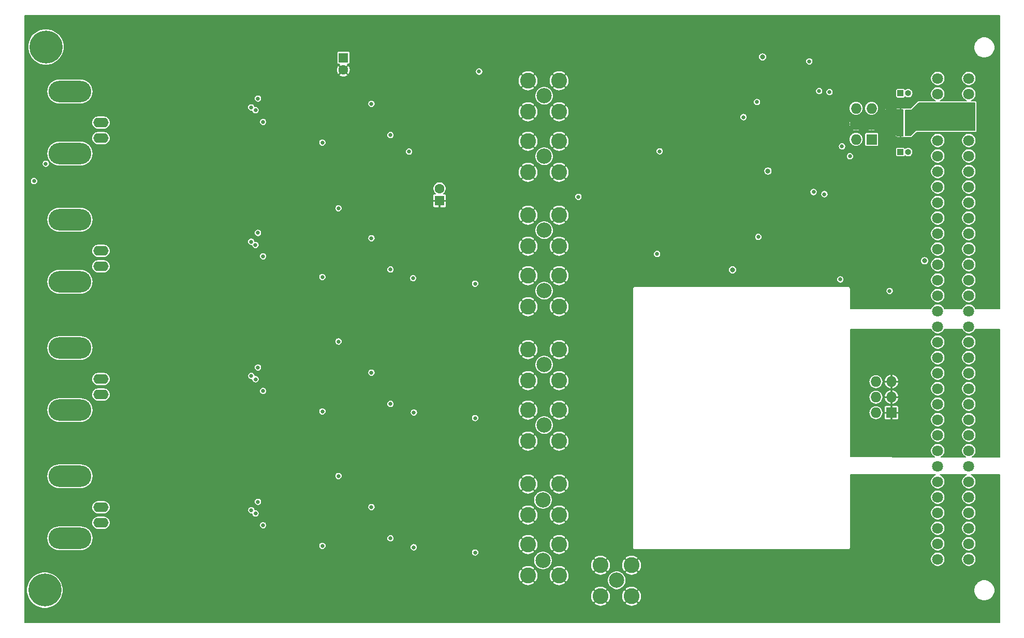
<source format=gbr>
G04 #@! TF.GenerationSoftware,KiCad,Pcbnew,(5.1.2)-1*
G04 #@! TF.CreationDate,2020-09-10T12:17:47+02:00*
G04 #@! TF.ProjectId,AFE_1CH_2V0,4146455f-3143-4485-9f32-56302e6b6963,3.1*
G04 #@! TF.SameCoordinates,Original*
G04 #@! TF.FileFunction,Copper,L2,Inr*
G04 #@! TF.FilePolarity,Positive*
%FSLAX46Y46*%
G04 Gerber Fmt 4.6, Leading zero omitted, Abs format (unit mm)*
G04 Created by KiCad (PCBNEW (5.1.2)-1) date 2020-09-10 12:17:47*
%MOMM*%
%LPD*%
G04 APERTURE LIST*
%ADD10C,5.400000*%
%ADD11C,2.600000*%
%ADD12C,2.500000*%
%ADD13C,1.600000*%
%ADD14R,1.600000X1.600000*%
%ADD15O,2.500000X1.600000*%
%ADD16O,7.000000X3.500000*%
%ADD17R,1.000000X1.000000*%
%ADD18O,1.000000X1.000000*%
%ADD19C,0.600000*%
%ADD20R,1.727200X1.727200*%
%ADD21O,1.727200X1.727200*%
%ADD22C,1.800000*%
%ADD23C,0.650000*%
%ADD24C,0.800000*%
%ADD25C,0.155000*%
%ADD26C,0.254000*%
G04 APERTURE END LIST*
D10*
X93570000Y-139425000D03*
X93750000Y-50475000D03*
D11*
X172593000Y-61097000D03*
X177673000Y-61097000D03*
X177673000Y-56017000D03*
X172593000Y-56017000D03*
D12*
X175233000Y-58482000D03*
D11*
X172593000Y-71003000D03*
X177673000Y-71003000D03*
X177673000Y-65923000D03*
X172593000Y-65923000D03*
D12*
X175233000Y-68388000D03*
D11*
X172593000Y-83107000D03*
X177673000Y-83107000D03*
X177673000Y-78027000D03*
X172593000Y-78027000D03*
D12*
X175233000Y-80492000D03*
D11*
X172593000Y-93013000D03*
X177673000Y-93013000D03*
X177673000Y-87933000D03*
X172593000Y-87933000D03*
D12*
X175233000Y-90398000D03*
D11*
X172593000Y-105117000D03*
X177673000Y-105117000D03*
X177673000Y-100037000D03*
X172593000Y-100037000D03*
D12*
X175233000Y-102502000D03*
D11*
X172593000Y-115023000D03*
X177673000Y-115023000D03*
X177673000Y-109943000D03*
X172593000Y-109943000D03*
D12*
X175233000Y-112408000D03*
D11*
X177673000Y-122047000D03*
X172593000Y-122047000D03*
X172593000Y-127127000D03*
X177673000Y-127127000D03*
D12*
X175033000Y-124662000D03*
D11*
X177673000Y-131953000D03*
X172593000Y-131953000D03*
X172593000Y-137033000D03*
X177673000Y-137033000D03*
D12*
X175033000Y-134568000D03*
D11*
X184454800Y-140436600D03*
X189534800Y-140436600D03*
X189534800Y-135356600D03*
X184454800Y-135356600D03*
D12*
X187094800Y-137821600D03*
D13*
X142392400Y-54247800D03*
D14*
X142392400Y-52247800D03*
D13*
X158115000Y-73666600D03*
D14*
X158115000Y-75666600D03*
D15*
X102743000Y-128397000D03*
X102743000Y-125857000D03*
D16*
X97663000Y-120777000D03*
X97663000Y-130937000D03*
D15*
X102743000Y-107397000D03*
X102743000Y-104857000D03*
D16*
X97663000Y-99777000D03*
X97663000Y-109937000D03*
D15*
X102743000Y-86397000D03*
X102743000Y-83857000D03*
D16*
X97663000Y-78777000D03*
X97663000Y-88937000D03*
D15*
X102743000Y-65397000D03*
X102743000Y-62857000D03*
D16*
X97663000Y-57777000D03*
X97663000Y-67937000D03*
D17*
X233502200Y-58051700D03*
D18*
X234772200Y-58051700D03*
X234759500Y-64452500D03*
D17*
X233489500Y-64452500D03*
D19*
X202137900Y-60705300D03*
X202137900Y-62205300D03*
X201137900Y-62205300D03*
X201637900Y-61455300D03*
X201137900Y-60705300D03*
D20*
X232029000Y-110363000D03*
D21*
X229489000Y-110363000D03*
X232029000Y-107823000D03*
X229489000Y-107823000D03*
X232029000Y-105283000D03*
X229489000Y-105283000D03*
D20*
X228777800Y-65608200D03*
D21*
X226237800Y-65608200D03*
X228777800Y-63068200D03*
X226237800Y-63068200D03*
X228777800Y-60528200D03*
X226237800Y-60528200D03*
D22*
X239598200Y-134366000D03*
X239598200Y-131826000D03*
X239598200Y-129286000D03*
X239598200Y-126746000D03*
X239598200Y-124206000D03*
X239598200Y-121666000D03*
X239598200Y-119126000D03*
X239598200Y-116586000D03*
X239598200Y-114046000D03*
X239598200Y-111506000D03*
X239598200Y-108966000D03*
X239598200Y-106426000D03*
X239598200Y-103886000D03*
X239598200Y-101346000D03*
X239598200Y-98806000D03*
X239598200Y-96266000D03*
X239598200Y-93726000D03*
X239598200Y-91186000D03*
X239598200Y-88646000D03*
X239598200Y-86106000D03*
X239598200Y-83566000D03*
X239598200Y-81026000D03*
X239598200Y-78486000D03*
X239598200Y-75946000D03*
X239598200Y-73406000D03*
X239598200Y-70866000D03*
X239598200Y-68326000D03*
X239598200Y-65786000D03*
X239598200Y-60706000D03*
X239598200Y-63246000D03*
X239598200Y-58166000D03*
X239598200Y-55626000D03*
X244678200Y-134366000D03*
X244678200Y-131826000D03*
X244678200Y-129286000D03*
X244678200Y-126746000D03*
X244678200Y-124206000D03*
X244678200Y-121666000D03*
X244678200Y-119126000D03*
X244678200Y-116586000D03*
X244678200Y-114046000D03*
X244678200Y-111506000D03*
X244678200Y-108966000D03*
X244678200Y-106426000D03*
X244678200Y-103886000D03*
X244678200Y-101346000D03*
X244678200Y-98806000D03*
X244678200Y-96266000D03*
X244678200Y-93726000D03*
X244678200Y-91186000D03*
X244678200Y-88646000D03*
X244678200Y-86106000D03*
X244678200Y-83566000D03*
X244678200Y-81026000D03*
X244678200Y-78486000D03*
X244678200Y-75946000D03*
X244678200Y-73406000D03*
X244678200Y-70866000D03*
X244678200Y-68326000D03*
X244678200Y-65786000D03*
X244678200Y-60706000D03*
X244678200Y-63246000D03*
X244678200Y-58166000D03*
X244678200Y-55626000D03*
D17*
X233489500Y-61277500D03*
D18*
X234759500Y-61277500D03*
X234759500Y-67691000D03*
D17*
X233489500Y-67691000D03*
D23*
X163931600Y-133262000D03*
X163931600Y-111252000D03*
X163931600Y-89242000D03*
X180835865Y-75019465D03*
X193700400Y-84378800D03*
X221894400Y-57861200D03*
X194106800Y-67564000D03*
X128027833Y-126885163D03*
X128422400Y-124968000D03*
X128027833Y-104888763D03*
X128422400Y-102971600D03*
X128016000Y-82905600D03*
X128422400Y-80924400D03*
X141592401Y-76898399D03*
X141592401Y-98717201D03*
X141592401Y-120738799D03*
X128422400Y-58928000D03*
X128027833Y-60845163D03*
X220199799Y-57690599D03*
X129260600Y-128803400D03*
X129260600Y-106807000D03*
X127307057Y-82370166D03*
X129260600Y-84759800D03*
X153898600Y-132410200D03*
X153924000Y-110337600D03*
X153136600Y-67614800D03*
X138957250Y-66147750D03*
X153797000Y-88341200D03*
X138957250Y-88157750D03*
X138957250Y-110167750D03*
X138957250Y-132177750D03*
X127307057Y-60373766D03*
X129260600Y-62763400D03*
X127340600Y-104346100D03*
X127340600Y-126342500D03*
X164592000Y-54508400D03*
X150088600Y-130937000D03*
X146977600Y-125819400D03*
X146977600Y-103809400D03*
X150088600Y-108927000D03*
X146977600Y-81799400D03*
X150088600Y-86917000D03*
X146977600Y-59789400D03*
X150088600Y-64907000D03*
D24*
X210959700Y-52120800D03*
X211836000Y-70777100D03*
X237451900Y-85496400D03*
X206044800Y-86969600D03*
D23*
X228028500Y-85598000D03*
X226758500Y-84391500D03*
X200355200Y-84531200D03*
X200355200Y-85801200D03*
X200355200Y-87071200D03*
X199085200Y-84531200D03*
X199085200Y-85801200D03*
X199085200Y-87071200D03*
X196850000Y-62941200D03*
X196748400Y-59740800D03*
X176276000Y-48006000D03*
X178816000Y-48006000D03*
X181356000Y-48006000D03*
X176276000Y-50546000D03*
X178816000Y-50546000D03*
X181356000Y-50546000D03*
X105105200Y-52984400D03*
X105105200Y-50444400D03*
X107645200Y-50444400D03*
X110185200Y-50444400D03*
X110185200Y-52984400D03*
X107645200Y-52984400D03*
X155092400Y-51206400D03*
X160172400Y-51206400D03*
X157632400Y-51206400D03*
X155092400Y-53746400D03*
X160172400Y-53746400D03*
X157632400Y-53746400D03*
X119684800Y-70307200D03*
X117144800Y-70307200D03*
X114604800Y-72847200D03*
X119684800Y-72847200D03*
X114604800Y-70307200D03*
X117144800Y-72847200D03*
X117805200Y-92354400D03*
X115265200Y-94894400D03*
X117805200Y-94894400D03*
X120345200Y-94894400D03*
X120345200Y-92354400D03*
X115265200Y-92354400D03*
X118922800Y-114909600D03*
X116382800Y-117449600D03*
X118922800Y-117449600D03*
X121462800Y-117449600D03*
X121462800Y-114909600D03*
X116382800Y-114909600D03*
X121462800Y-135890000D03*
X121462800Y-138430000D03*
X118922800Y-135890000D03*
X118922800Y-138430000D03*
X116382800Y-138430000D03*
X116382800Y-135890000D03*
X148336000Y-118211600D03*
X143256000Y-118211600D03*
X143256000Y-115671600D03*
X148336000Y-115671600D03*
X145796000Y-115671600D03*
X145796000Y-118211600D03*
X148437600Y-95453200D03*
X145897600Y-95453200D03*
X145897600Y-92913200D03*
X143357600Y-95453200D03*
X148437600Y-92913200D03*
X143357600Y-92913200D03*
X145542000Y-69748400D03*
X148082000Y-74828400D03*
X145542000Y-74828400D03*
X148082000Y-69748400D03*
X162712400Y-96367600D03*
X160172400Y-98907600D03*
X162712400Y-98907600D03*
X165252400Y-98907600D03*
X165252400Y-96367600D03*
X160172400Y-96367600D03*
X165557200Y-118516400D03*
X163017200Y-118516400D03*
X160477200Y-121056400D03*
X160477200Y-118516400D03*
X163017200Y-121056400D03*
X165557200Y-121056400D03*
X154889200Y-140309600D03*
X157429200Y-137769600D03*
X159969200Y-140309600D03*
X159969200Y-137769600D03*
X154889200Y-137769600D03*
X157429200Y-140309600D03*
X185166000Y-122021600D03*
X187706000Y-124561600D03*
X185166000Y-127101600D03*
X187706000Y-127101600D03*
X185166000Y-124561600D03*
X187706000Y-122021600D03*
X185115200Y-104089200D03*
X187655200Y-109169200D03*
X185115200Y-106629200D03*
X187655200Y-104089200D03*
X185115200Y-109169200D03*
X187655200Y-106629200D03*
X185166000Y-87223600D03*
X185166000Y-89763600D03*
X187706000Y-87223600D03*
X187706000Y-92303600D03*
X187706000Y-89763600D03*
X185166000Y-92303600D03*
X204317600Y-79044800D03*
X201777600Y-79044800D03*
X201777600Y-81584800D03*
X199237600Y-79044800D03*
X204317600Y-81584800D03*
X199237600Y-81584800D03*
X188163200Y-76352400D03*
X188163200Y-78892400D03*
X190703200Y-78892400D03*
X185623200Y-76352400D03*
X190703200Y-76352400D03*
X185623200Y-78892400D03*
X162712400Y-76606400D03*
X165252400Y-76606400D03*
X167792400Y-76606400D03*
X167792400Y-74066400D03*
X162712400Y-74066400D03*
X165252400Y-74066400D03*
X241122200Y-140563600D03*
X238582200Y-138023600D03*
X236042200Y-138023600D03*
X236042200Y-140563600D03*
X241122200Y-138023600D03*
X238582200Y-140563600D03*
X219583000Y-62992000D03*
X140589000Y-108331000D03*
X145923000Y-110363000D03*
X140462000Y-130175000D03*
X145796000Y-132207000D03*
X140335000Y-85979000D03*
X145669000Y-88011000D03*
X145542000Y-66802000D03*
X140208000Y-64770000D03*
X149987000Y-59436000D03*
X144653000Y-57404000D03*
X150114000Y-81407000D03*
X144526000Y-79375000D03*
X150495000Y-103124000D03*
X144399000Y-100838000D03*
X150876000Y-125730000D03*
X145542000Y-123698000D03*
X156464000Y-128016000D03*
X156591000Y-105918000D03*
X156591000Y-83820000D03*
X156591000Y-61722000D03*
X161925000Y-86995000D03*
X161671000Y-64770000D03*
X161671000Y-109474000D03*
X161671000Y-131191000D03*
X124333000Y-127000000D03*
X124333000Y-105029000D03*
X124333000Y-83058000D03*
X124333000Y-60960000D03*
X219011500Y-79057500D03*
X219456000Y-69977000D03*
X248158000Y-92265500D03*
X225615500Y-92202000D03*
X240030000Y-48323500D03*
X214693500Y-49466500D03*
X221996000Y-62103000D03*
X223266000Y-65659000D03*
X234251500Y-70358000D03*
X93726000Y-69596000D03*
X223664395Y-88547610D03*
X91795600Y-72440800D03*
X231730198Y-90443401D03*
X207829150Y-61969650D03*
X210040201Y-59494401D03*
X219290900Y-74231500D03*
X210261200Y-81584800D03*
X223945810Y-66751200D03*
X218592400Y-52845800D03*
X221062301Y-74587100D03*
X225245810Y-68376800D03*
D25*
G36*
X249697501Y-70387138D02*
G01*
X249697500Y-70387148D01*
X249697500Y-93292900D01*
X245773321Y-93292900D01*
X245721687Y-93168245D01*
X245592824Y-92975388D01*
X245428812Y-92811376D01*
X245235955Y-92682513D01*
X245021664Y-92593751D01*
X244794174Y-92548500D01*
X244562226Y-92548500D01*
X244334736Y-92593751D01*
X244120445Y-92682513D01*
X243927588Y-92811376D01*
X243763576Y-92975388D01*
X243634713Y-93168245D01*
X243583079Y-93292900D01*
X240693321Y-93292900D01*
X240641687Y-93168245D01*
X240512824Y-92975388D01*
X240348812Y-92811376D01*
X240155955Y-92682513D01*
X239941664Y-92593751D01*
X239714174Y-92548500D01*
X239482226Y-92548500D01*
X239254736Y-92593751D01*
X239040445Y-92682513D01*
X238847588Y-92811376D01*
X238683576Y-92975388D01*
X238554713Y-93168245D01*
X238503079Y-93292900D01*
X225302500Y-93292900D01*
X225302500Y-91070026D01*
X238420700Y-91070026D01*
X238420700Y-91301974D01*
X238465951Y-91529464D01*
X238554713Y-91743755D01*
X238683576Y-91936612D01*
X238847588Y-92100624D01*
X239040445Y-92229487D01*
X239254736Y-92318249D01*
X239482226Y-92363500D01*
X239714174Y-92363500D01*
X239941664Y-92318249D01*
X240155955Y-92229487D01*
X240348812Y-92100624D01*
X240512824Y-91936612D01*
X240641687Y-91743755D01*
X240730449Y-91529464D01*
X240775700Y-91301974D01*
X240775700Y-91070026D01*
X243500700Y-91070026D01*
X243500700Y-91301974D01*
X243545951Y-91529464D01*
X243634713Y-91743755D01*
X243763576Y-91936612D01*
X243927588Y-92100624D01*
X244120445Y-92229487D01*
X244334736Y-92318249D01*
X244562226Y-92363500D01*
X244794174Y-92363500D01*
X245021664Y-92318249D01*
X245235955Y-92229487D01*
X245428812Y-92100624D01*
X245592824Y-91936612D01*
X245721687Y-91743755D01*
X245810449Y-91529464D01*
X245855700Y-91301974D01*
X245855700Y-91070026D01*
X245810449Y-90842536D01*
X245721687Y-90628245D01*
X245592824Y-90435388D01*
X245428812Y-90271376D01*
X245235955Y-90142513D01*
X245021664Y-90053751D01*
X244794174Y-90008500D01*
X244562226Y-90008500D01*
X244334736Y-90053751D01*
X244120445Y-90142513D01*
X243927588Y-90271376D01*
X243763576Y-90435388D01*
X243634713Y-90628245D01*
X243545951Y-90842536D01*
X243500700Y-91070026D01*
X240775700Y-91070026D01*
X240730449Y-90842536D01*
X240641687Y-90628245D01*
X240512824Y-90435388D01*
X240348812Y-90271376D01*
X240155955Y-90142513D01*
X239941664Y-90053751D01*
X239714174Y-90008500D01*
X239482226Y-90008500D01*
X239254736Y-90053751D01*
X239040445Y-90142513D01*
X238847588Y-90271376D01*
X238683576Y-90435388D01*
X238554713Y-90628245D01*
X238465951Y-90842536D01*
X238420700Y-91070026D01*
X225302500Y-91070026D01*
X225302500Y-90384060D01*
X231127698Y-90384060D01*
X231127698Y-90502742D01*
X231150852Y-90619144D01*
X231196270Y-90728792D01*
X231262206Y-90827472D01*
X231346127Y-90911393D01*
X231444807Y-90977329D01*
X231554455Y-91022747D01*
X231670857Y-91045901D01*
X231789539Y-91045901D01*
X231905941Y-91022747D01*
X232015589Y-90977329D01*
X232114269Y-90911393D01*
X232198190Y-90827472D01*
X232264126Y-90728792D01*
X232309544Y-90619144D01*
X232332698Y-90502742D01*
X232332698Y-90384060D01*
X232309544Y-90267658D01*
X232264126Y-90158010D01*
X232198190Y-90059330D01*
X232114269Y-89975409D01*
X232015589Y-89909473D01*
X231905941Y-89864055D01*
X231789539Y-89840901D01*
X231670857Y-89840901D01*
X231554455Y-89864055D01*
X231444807Y-89909473D01*
X231346127Y-89975409D01*
X231262206Y-90059330D01*
X231196270Y-90158010D01*
X231150852Y-90267658D01*
X231127698Y-90384060D01*
X225302500Y-90384060D01*
X225302500Y-90014853D01*
X225303963Y-90000000D01*
X225298122Y-89940700D01*
X225280825Y-89883678D01*
X225252736Y-89831127D01*
X225214934Y-89785066D01*
X225168873Y-89747264D01*
X225116322Y-89719175D01*
X225059300Y-89701878D01*
X225014853Y-89697500D01*
X225000000Y-89696037D01*
X224985147Y-89697500D01*
X190014853Y-89697500D01*
X190000000Y-89696037D01*
X189985147Y-89697500D01*
X189940700Y-89701878D01*
X189883678Y-89719175D01*
X189831127Y-89747264D01*
X189785066Y-89785066D01*
X189747264Y-89831127D01*
X189719175Y-89883678D01*
X189701878Y-89940700D01*
X189696037Y-90000000D01*
X189697500Y-90014853D01*
X189697501Y-132485137D01*
X189696037Y-132500000D01*
X189701878Y-132559300D01*
X189719175Y-132616322D01*
X189747264Y-132668873D01*
X189785066Y-132714934D01*
X189831127Y-132752736D01*
X189883678Y-132780825D01*
X189940700Y-132798122D01*
X189985147Y-132802500D01*
X190000000Y-132803963D01*
X190014853Y-132802500D01*
X224985147Y-132802500D01*
X225000000Y-132803963D01*
X225059300Y-132798122D01*
X225116322Y-132780825D01*
X225168873Y-132752736D01*
X225214934Y-132714934D01*
X225252736Y-132668873D01*
X225280825Y-132616322D01*
X225298122Y-132559300D01*
X225302500Y-132514853D01*
X225303963Y-132500000D01*
X225302500Y-132485147D01*
X225302500Y-131710026D01*
X238420700Y-131710026D01*
X238420700Y-131941974D01*
X238465951Y-132169464D01*
X238554713Y-132383755D01*
X238683576Y-132576612D01*
X238847588Y-132740624D01*
X239040445Y-132869487D01*
X239254736Y-132958249D01*
X239482226Y-133003500D01*
X239714174Y-133003500D01*
X239941664Y-132958249D01*
X240155955Y-132869487D01*
X240348812Y-132740624D01*
X240512824Y-132576612D01*
X240641687Y-132383755D01*
X240730449Y-132169464D01*
X240775700Y-131941974D01*
X240775700Y-131710026D01*
X243500700Y-131710026D01*
X243500700Y-131941974D01*
X243545951Y-132169464D01*
X243634713Y-132383755D01*
X243763576Y-132576612D01*
X243927588Y-132740624D01*
X244120445Y-132869487D01*
X244334736Y-132958249D01*
X244562226Y-133003500D01*
X244794174Y-133003500D01*
X245021664Y-132958249D01*
X245235955Y-132869487D01*
X245428812Y-132740624D01*
X245592824Y-132576612D01*
X245721687Y-132383755D01*
X245810449Y-132169464D01*
X245855700Y-131941974D01*
X245855700Y-131710026D01*
X245810449Y-131482536D01*
X245721687Y-131268245D01*
X245592824Y-131075388D01*
X245428812Y-130911376D01*
X245235955Y-130782513D01*
X245021664Y-130693751D01*
X244794174Y-130648500D01*
X244562226Y-130648500D01*
X244334736Y-130693751D01*
X244120445Y-130782513D01*
X243927588Y-130911376D01*
X243763576Y-131075388D01*
X243634713Y-131268245D01*
X243545951Y-131482536D01*
X243500700Y-131710026D01*
X240775700Y-131710026D01*
X240730449Y-131482536D01*
X240641687Y-131268245D01*
X240512824Y-131075388D01*
X240348812Y-130911376D01*
X240155955Y-130782513D01*
X239941664Y-130693751D01*
X239714174Y-130648500D01*
X239482226Y-130648500D01*
X239254736Y-130693751D01*
X239040445Y-130782513D01*
X238847588Y-130911376D01*
X238683576Y-131075388D01*
X238554713Y-131268245D01*
X238465951Y-131482536D01*
X238420700Y-131710026D01*
X225302500Y-131710026D01*
X225302500Y-129170026D01*
X238420700Y-129170026D01*
X238420700Y-129401974D01*
X238465951Y-129629464D01*
X238554713Y-129843755D01*
X238683576Y-130036612D01*
X238847588Y-130200624D01*
X239040445Y-130329487D01*
X239254736Y-130418249D01*
X239482226Y-130463500D01*
X239714174Y-130463500D01*
X239941664Y-130418249D01*
X240155955Y-130329487D01*
X240348812Y-130200624D01*
X240512824Y-130036612D01*
X240641687Y-129843755D01*
X240730449Y-129629464D01*
X240775700Y-129401974D01*
X240775700Y-129170026D01*
X243500700Y-129170026D01*
X243500700Y-129401974D01*
X243545951Y-129629464D01*
X243634713Y-129843755D01*
X243763576Y-130036612D01*
X243927588Y-130200624D01*
X244120445Y-130329487D01*
X244334736Y-130418249D01*
X244562226Y-130463500D01*
X244794174Y-130463500D01*
X245021664Y-130418249D01*
X245235955Y-130329487D01*
X245428812Y-130200624D01*
X245592824Y-130036612D01*
X245721687Y-129843755D01*
X245810449Y-129629464D01*
X245855700Y-129401974D01*
X245855700Y-129170026D01*
X245810449Y-128942536D01*
X245721687Y-128728245D01*
X245592824Y-128535388D01*
X245428812Y-128371376D01*
X245235955Y-128242513D01*
X245021664Y-128153751D01*
X244794174Y-128108500D01*
X244562226Y-128108500D01*
X244334736Y-128153751D01*
X244120445Y-128242513D01*
X243927588Y-128371376D01*
X243763576Y-128535388D01*
X243634713Y-128728245D01*
X243545951Y-128942536D01*
X243500700Y-129170026D01*
X240775700Y-129170026D01*
X240730449Y-128942536D01*
X240641687Y-128728245D01*
X240512824Y-128535388D01*
X240348812Y-128371376D01*
X240155955Y-128242513D01*
X239941664Y-128153751D01*
X239714174Y-128108500D01*
X239482226Y-128108500D01*
X239254736Y-128153751D01*
X239040445Y-128242513D01*
X238847588Y-128371376D01*
X238683576Y-128535388D01*
X238554713Y-128728245D01*
X238465951Y-128942536D01*
X238420700Y-129170026D01*
X225302500Y-129170026D01*
X225302500Y-126630026D01*
X238420700Y-126630026D01*
X238420700Y-126861974D01*
X238465951Y-127089464D01*
X238554713Y-127303755D01*
X238683576Y-127496612D01*
X238847588Y-127660624D01*
X239040445Y-127789487D01*
X239254736Y-127878249D01*
X239482226Y-127923500D01*
X239714174Y-127923500D01*
X239941664Y-127878249D01*
X240155955Y-127789487D01*
X240348812Y-127660624D01*
X240512824Y-127496612D01*
X240641687Y-127303755D01*
X240730449Y-127089464D01*
X240775700Y-126861974D01*
X240775700Y-126630026D01*
X243500700Y-126630026D01*
X243500700Y-126861974D01*
X243545951Y-127089464D01*
X243634713Y-127303755D01*
X243763576Y-127496612D01*
X243927588Y-127660624D01*
X244120445Y-127789487D01*
X244334736Y-127878249D01*
X244562226Y-127923500D01*
X244794174Y-127923500D01*
X245021664Y-127878249D01*
X245235955Y-127789487D01*
X245428812Y-127660624D01*
X245592824Y-127496612D01*
X245721687Y-127303755D01*
X245810449Y-127089464D01*
X245855700Y-126861974D01*
X245855700Y-126630026D01*
X245810449Y-126402536D01*
X245721687Y-126188245D01*
X245592824Y-125995388D01*
X245428812Y-125831376D01*
X245235955Y-125702513D01*
X245021664Y-125613751D01*
X244794174Y-125568500D01*
X244562226Y-125568500D01*
X244334736Y-125613751D01*
X244120445Y-125702513D01*
X243927588Y-125831376D01*
X243763576Y-125995388D01*
X243634713Y-126188245D01*
X243545951Y-126402536D01*
X243500700Y-126630026D01*
X240775700Y-126630026D01*
X240730449Y-126402536D01*
X240641687Y-126188245D01*
X240512824Y-125995388D01*
X240348812Y-125831376D01*
X240155955Y-125702513D01*
X239941664Y-125613751D01*
X239714174Y-125568500D01*
X239482226Y-125568500D01*
X239254736Y-125613751D01*
X239040445Y-125702513D01*
X238847588Y-125831376D01*
X238683576Y-125995388D01*
X238554713Y-126188245D01*
X238465951Y-126402536D01*
X238420700Y-126630026D01*
X225302500Y-126630026D01*
X225302500Y-124090026D01*
X238420700Y-124090026D01*
X238420700Y-124321974D01*
X238465951Y-124549464D01*
X238554713Y-124763755D01*
X238683576Y-124956612D01*
X238847588Y-125120624D01*
X239040445Y-125249487D01*
X239254736Y-125338249D01*
X239482226Y-125383500D01*
X239714174Y-125383500D01*
X239941664Y-125338249D01*
X240155955Y-125249487D01*
X240348812Y-125120624D01*
X240512824Y-124956612D01*
X240641687Y-124763755D01*
X240730449Y-124549464D01*
X240775700Y-124321974D01*
X240775700Y-124090026D01*
X243500700Y-124090026D01*
X243500700Y-124321974D01*
X243545951Y-124549464D01*
X243634713Y-124763755D01*
X243763576Y-124956612D01*
X243927588Y-125120624D01*
X244120445Y-125249487D01*
X244334736Y-125338249D01*
X244562226Y-125383500D01*
X244794174Y-125383500D01*
X245021664Y-125338249D01*
X245235955Y-125249487D01*
X245428812Y-125120624D01*
X245592824Y-124956612D01*
X245721687Y-124763755D01*
X245810449Y-124549464D01*
X245855700Y-124321974D01*
X245855700Y-124090026D01*
X245810449Y-123862536D01*
X245721687Y-123648245D01*
X245592824Y-123455388D01*
X245428812Y-123291376D01*
X245235955Y-123162513D01*
X245021664Y-123073751D01*
X244794174Y-123028500D01*
X244562226Y-123028500D01*
X244334736Y-123073751D01*
X244120445Y-123162513D01*
X243927588Y-123291376D01*
X243763576Y-123455388D01*
X243634713Y-123648245D01*
X243545951Y-123862536D01*
X243500700Y-124090026D01*
X240775700Y-124090026D01*
X240730449Y-123862536D01*
X240641687Y-123648245D01*
X240512824Y-123455388D01*
X240348812Y-123291376D01*
X240155955Y-123162513D01*
X239941664Y-123073751D01*
X239714174Y-123028500D01*
X239482226Y-123028500D01*
X239254736Y-123073751D01*
X239040445Y-123162513D01*
X238847588Y-123291376D01*
X238683576Y-123455388D01*
X238554713Y-123648245D01*
X238465951Y-123862536D01*
X238420700Y-124090026D01*
X225302500Y-124090026D01*
X225302500Y-120537000D01*
X239246892Y-120537000D01*
X239040445Y-120622513D01*
X238847588Y-120751376D01*
X238683576Y-120915388D01*
X238554713Y-121108245D01*
X238465951Y-121322536D01*
X238420700Y-121550026D01*
X238420700Y-121781974D01*
X238465951Y-122009464D01*
X238554713Y-122223755D01*
X238683576Y-122416612D01*
X238847588Y-122580624D01*
X239040445Y-122709487D01*
X239254736Y-122798249D01*
X239482226Y-122843500D01*
X239714174Y-122843500D01*
X239941664Y-122798249D01*
X240155955Y-122709487D01*
X240348812Y-122580624D01*
X240512824Y-122416612D01*
X240641687Y-122223755D01*
X240730449Y-122009464D01*
X240775700Y-121781974D01*
X240775700Y-121550026D01*
X240730449Y-121322536D01*
X240641687Y-121108245D01*
X240512824Y-120915388D01*
X240348812Y-120751376D01*
X240155955Y-120622513D01*
X239949508Y-120537000D01*
X244326892Y-120537000D01*
X244120445Y-120622513D01*
X243927588Y-120751376D01*
X243763576Y-120915388D01*
X243634713Y-121108245D01*
X243545951Y-121322536D01*
X243500700Y-121550026D01*
X243500700Y-121781974D01*
X243545951Y-122009464D01*
X243634713Y-122223755D01*
X243763576Y-122416612D01*
X243927588Y-122580624D01*
X244120445Y-122709487D01*
X244334736Y-122798249D01*
X244562226Y-122843500D01*
X244794174Y-122843500D01*
X245021664Y-122798249D01*
X245235955Y-122709487D01*
X245428812Y-122580624D01*
X245592824Y-122416612D01*
X245721687Y-122223755D01*
X245810449Y-122009464D01*
X245855700Y-121781974D01*
X245855700Y-121550026D01*
X245810449Y-121322536D01*
X245721687Y-121108245D01*
X245592824Y-120915388D01*
X245428812Y-120751376D01*
X245235955Y-120622513D01*
X245029508Y-120537000D01*
X249697501Y-120537000D01*
X249697501Y-144697500D01*
X90302500Y-144697500D01*
X90302500Y-139131742D01*
X90592500Y-139131742D01*
X90592500Y-139718258D01*
X90706924Y-140293505D01*
X90931374Y-140835375D01*
X91257225Y-141323046D01*
X91671954Y-141737775D01*
X92159625Y-142063626D01*
X92701495Y-142288076D01*
X93276742Y-142402500D01*
X93863258Y-142402500D01*
X94438505Y-142288076D01*
X94980375Y-142063626D01*
X95468046Y-141737775D01*
X95633808Y-141572013D01*
X183390098Y-141572013D01*
X183532088Y-141791670D01*
X183814178Y-141945645D01*
X184120888Y-142041628D01*
X184440429Y-142075932D01*
X184760523Y-142047237D01*
X185068868Y-141956645D01*
X185353615Y-141807638D01*
X185377512Y-141791670D01*
X185519502Y-141572013D01*
X188470098Y-141572013D01*
X188612088Y-141791670D01*
X188894178Y-141945645D01*
X189200888Y-142041628D01*
X189520429Y-142075932D01*
X189840523Y-142047237D01*
X190148868Y-141956645D01*
X190433615Y-141807638D01*
X190457512Y-141791670D01*
X190599502Y-141572013D01*
X189534800Y-140507311D01*
X188470098Y-141572013D01*
X185519502Y-141572013D01*
X184454800Y-140507311D01*
X183390098Y-141572013D01*
X95633808Y-141572013D01*
X95882775Y-141323046D01*
X96208626Y-140835375D01*
X96379756Y-140422229D01*
X182815468Y-140422229D01*
X182844163Y-140742323D01*
X182934755Y-141050668D01*
X183083762Y-141335415D01*
X183099730Y-141359312D01*
X183319387Y-141501302D01*
X184384089Y-140436600D01*
X184525511Y-140436600D01*
X185590213Y-141501302D01*
X185809870Y-141359312D01*
X185963845Y-141077222D01*
X186059828Y-140770512D01*
X186094132Y-140450971D01*
X186091556Y-140422229D01*
X187895468Y-140422229D01*
X187924163Y-140742323D01*
X188014755Y-141050668D01*
X188163762Y-141335415D01*
X188179730Y-141359312D01*
X188399387Y-141501302D01*
X189464089Y-140436600D01*
X189605511Y-140436600D01*
X190670213Y-141501302D01*
X190889870Y-141359312D01*
X191043845Y-141077222D01*
X191139828Y-140770512D01*
X191174132Y-140450971D01*
X191145437Y-140130877D01*
X191054845Y-139822532D01*
X190905838Y-139537785D01*
X190889870Y-139513888D01*
X190670213Y-139371898D01*
X189605511Y-140436600D01*
X189464089Y-140436600D01*
X188399387Y-139371898D01*
X188179730Y-139513888D01*
X188025755Y-139795978D01*
X187929772Y-140102688D01*
X187895468Y-140422229D01*
X186091556Y-140422229D01*
X186065437Y-140130877D01*
X185974845Y-139822532D01*
X185825838Y-139537785D01*
X185809870Y-139513888D01*
X185590213Y-139371898D01*
X184525511Y-140436600D01*
X184384089Y-140436600D01*
X183319387Y-139371898D01*
X183099730Y-139513888D01*
X182945755Y-139795978D01*
X182849772Y-140102688D01*
X182815468Y-140422229D01*
X96379756Y-140422229D01*
X96433076Y-140293505D01*
X96547500Y-139718258D01*
X96547500Y-139301187D01*
X183390098Y-139301187D01*
X184454800Y-140365889D01*
X185519502Y-139301187D01*
X185377512Y-139081530D01*
X185095422Y-138927555D01*
X184788712Y-138831572D01*
X184469171Y-138797268D01*
X184149077Y-138825963D01*
X183840732Y-138916555D01*
X183555985Y-139065562D01*
X183532088Y-139081530D01*
X183390098Y-139301187D01*
X96547500Y-139301187D01*
X96547500Y-139131742D01*
X96433076Y-138556495D01*
X96272328Y-138168413D01*
X171528298Y-138168413D01*
X171670288Y-138388070D01*
X171952378Y-138542045D01*
X172259088Y-138638028D01*
X172578629Y-138672332D01*
X172898723Y-138643637D01*
X173207068Y-138553045D01*
X173491815Y-138404038D01*
X173515712Y-138388070D01*
X173657702Y-138168413D01*
X176608298Y-138168413D01*
X176750288Y-138388070D01*
X177032378Y-138542045D01*
X177339088Y-138638028D01*
X177658629Y-138672332D01*
X177978723Y-138643637D01*
X178287068Y-138553045D01*
X178571815Y-138404038D01*
X178595712Y-138388070D01*
X178737702Y-138168413D01*
X177673000Y-137103711D01*
X176608298Y-138168413D01*
X173657702Y-138168413D01*
X172593000Y-137103711D01*
X171528298Y-138168413D01*
X96272328Y-138168413D01*
X96208626Y-138014625D01*
X95882775Y-137526954D01*
X95468046Y-137112225D01*
X95327970Y-137018629D01*
X170953668Y-137018629D01*
X170982363Y-137338723D01*
X171072955Y-137647068D01*
X171221962Y-137931815D01*
X171237930Y-137955712D01*
X171457587Y-138097702D01*
X172522289Y-137033000D01*
X172663711Y-137033000D01*
X173728413Y-138097702D01*
X173948070Y-137955712D01*
X174102045Y-137673622D01*
X174198028Y-137366912D01*
X174232332Y-137047371D01*
X174229756Y-137018629D01*
X176033668Y-137018629D01*
X176062363Y-137338723D01*
X176152955Y-137647068D01*
X176301962Y-137931815D01*
X176317930Y-137955712D01*
X176537587Y-138097702D01*
X177602289Y-137033000D01*
X177743711Y-137033000D01*
X178808413Y-138097702D01*
X179028070Y-137955712D01*
X179182045Y-137673622D01*
X179182817Y-137671154D01*
X185567300Y-137671154D01*
X185567300Y-137972046D01*
X185626001Y-138267155D01*
X185741147Y-138545143D01*
X185908313Y-138795325D01*
X186121075Y-139008087D01*
X186371257Y-139175253D01*
X186649245Y-139290399D01*
X186944354Y-139349100D01*
X187245246Y-139349100D01*
X187486120Y-139301187D01*
X188470098Y-139301187D01*
X189534800Y-140365889D01*
X190599502Y-139301187D01*
X190583128Y-139275856D01*
X245490700Y-139275856D01*
X245490700Y-139616144D01*
X245557087Y-139949893D01*
X245687309Y-140264278D01*
X245876363Y-140547217D01*
X246116983Y-140787837D01*
X246399922Y-140976891D01*
X246714307Y-141107113D01*
X247048056Y-141173500D01*
X247388344Y-141173500D01*
X247722093Y-141107113D01*
X248036478Y-140976891D01*
X248319417Y-140787837D01*
X248560037Y-140547217D01*
X248749091Y-140264278D01*
X248879313Y-139949893D01*
X248945700Y-139616144D01*
X248945700Y-139275856D01*
X248879313Y-138942107D01*
X248749091Y-138627722D01*
X248560037Y-138344783D01*
X248319417Y-138104163D01*
X248036478Y-137915109D01*
X247722093Y-137784887D01*
X247388344Y-137718500D01*
X247048056Y-137718500D01*
X246714307Y-137784887D01*
X246399922Y-137915109D01*
X246116983Y-138104163D01*
X245876363Y-138344783D01*
X245687309Y-138627722D01*
X245557087Y-138942107D01*
X245490700Y-139275856D01*
X190583128Y-139275856D01*
X190457512Y-139081530D01*
X190175422Y-138927555D01*
X189868712Y-138831572D01*
X189549171Y-138797268D01*
X189229077Y-138825963D01*
X188920732Y-138916555D01*
X188635985Y-139065562D01*
X188612088Y-139081530D01*
X188470098Y-139301187D01*
X187486120Y-139301187D01*
X187540355Y-139290399D01*
X187818343Y-139175253D01*
X188068525Y-139008087D01*
X188281287Y-138795325D01*
X188448453Y-138545143D01*
X188563599Y-138267155D01*
X188622300Y-137972046D01*
X188622300Y-137671154D01*
X188563599Y-137376045D01*
X188448453Y-137098057D01*
X188281287Y-136847875D01*
X188068525Y-136635113D01*
X187854361Y-136492013D01*
X188470098Y-136492013D01*
X188612088Y-136711670D01*
X188894178Y-136865645D01*
X189200888Y-136961628D01*
X189520429Y-136995932D01*
X189840523Y-136967237D01*
X190148868Y-136876645D01*
X190433615Y-136727638D01*
X190457512Y-136711670D01*
X190599502Y-136492013D01*
X189534800Y-135427311D01*
X188470098Y-136492013D01*
X187854361Y-136492013D01*
X187818343Y-136467947D01*
X187540355Y-136352801D01*
X187245246Y-136294100D01*
X186944354Y-136294100D01*
X186649245Y-136352801D01*
X186371257Y-136467947D01*
X186121075Y-136635113D01*
X185908313Y-136847875D01*
X185741147Y-137098057D01*
X185626001Y-137376045D01*
X185567300Y-137671154D01*
X179182817Y-137671154D01*
X179278028Y-137366912D01*
X179312332Y-137047371D01*
X179283637Y-136727277D01*
X179214517Y-136492013D01*
X183390098Y-136492013D01*
X183532088Y-136711670D01*
X183814178Y-136865645D01*
X184120888Y-136961628D01*
X184440429Y-136995932D01*
X184760523Y-136967237D01*
X185068868Y-136876645D01*
X185353615Y-136727638D01*
X185377512Y-136711670D01*
X185519502Y-136492013D01*
X184454800Y-135427311D01*
X183390098Y-136492013D01*
X179214517Y-136492013D01*
X179193045Y-136418932D01*
X179044038Y-136134185D01*
X179028070Y-136110288D01*
X178808413Y-135968298D01*
X177743711Y-137033000D01*
X177602289Y-137033000D01*
X176537587Y-135968298D01*
X176317930Y-136110288D01*
X176163955Y-136392378D01*
X176067972Y-136699088D01*
X176033668Y-137018629D01*
X174229756Y-137018629D01*
X174203637Y-136727277D01*
X174113045Y-136418932D01*
X173964038Y-136134185D01*
X173948070Y-136110288D01*
X173728413Y-135968298D01*
X172663711Y-137033000D01*
X172522289Y-137033000D01*
X171457587Y-135968298D01*
X171237930Y-136110288D01*
X171083955Y-136392378D01*
X170987972Y-136699088D01*
X170953668Y-137018629D01*
X95327970Y-137018629D01*
X94980375Y-136786374D01*
X94438505Y-136561924D01*
X93863258Y-136447500D01*
X93276742Y-136447500D01*
X92701495Y-136561924D01*
X92159625Y-136786374D01*
X91671954Y-137112225D01*
X91257225Y-137526954D01*
X90931374Y-138014625D01*
X90706924Y-138556495D01*
X90592500Y-139131742D01*
X90302500Y-139131742D01*
X90302500Y-135897587D01*
X171528298Y-135897587D01*
X172593000Y-136962289D01*
X173657702Y-135897587D01*
X173515712Y-135677930D01*
X173233622Y-135523955D01*
X172926912Y-135427972D01*
X172607371Y-135393668D01*
X172287277Y-135422363D01*
X171978932Y-135512955D01*
X171694185Y-135661962D01*
X171670288Y-135677930D01*
X171528298Y-135897587D01*
X90302500Y-135897587D01*
X90302500Y-134417554D01*
X173505500Y-134417554D01*
X173505500Y-134718446D01*
X173564201Y-135013555D01*
X173679347Y-135291543D01*
X173846513Y-135541725D01*
X174059275Y-135754487D01*
X174309457Y-135921653D01*
X174587445Y-136036799D01*
X174882554Y-136095500D01*
X175183446Y-136095500D01*
X175478555Y-136036799D01*
X175756543Y-135921653D01*
X175792560Y-135897587D01*
X176608298Y-135897587D01*
X177673000Y-136962289D01*
X178737702Y-135897587D01*
X178595712Y-135677930D01*
X178313622Y-135523955D01*
X178006912Y-135427972D01*
X177687371Y-135393668D01*
X177367277Y-135422363D01*
X177058932Y-135512955D01*
X176774185Y-135661962D01*
X176750288Y-135677930D01*
X176608298Y-135897587D01*
X175792560Y-135897587D01*
X176006725Y-135754487D01*
X176219487Y-135541725D01*
X176352785Y-135342229D01*
X182815468Y-135342229D01*
X182844163Y-135662323D01*
X182934755Y-135970668D01*
X183083762Y-136255415D01*
X183099730Y-136279312D01*
X183319387Y-136421302D01*
X184384089Y-135356600D01*
X184525511Y-135356600D01*
X185590213Y-136421302D01*
X185809870Y-136279312D01*
X185963845Y-135997222D01*
X186059828Y-135690512D01*
X186094132Y-135370971D01*
X186091556Y-135342229D01*
X187895468Y-135342229D01*
X187924163Y-135662323D01*
X188014755Y-135970668D01*
X188163762Y-136255415D01*
X188179730Y-136279312D01*
X188399387Y-136421302D01*
X189464089Y-135356600D01*
X189605511Y-135356600D01*
X190670213Y-136421302D01*
X190889870Y-136279312D01*
X191043845Y-135997222D01*
X191139828Y-135690512D01*
X191174132Y-135370971D01*
X191145437Y-135050877D01*
X191054845Y-134742532D01*
X190905838Y-134457785D01*
X190889870Y-134433888D01*
X190670213Y-134291898D01*
X189605511Y-135356600D01*
X189464089Y-135356600D01*
X188399387Y-134291898D01*
X188179730Y-134433888D01*
X188025755Y-134715978D01*
X187929772Y-135022688D01*
X187895468Y-135342229D01*
X186091556Y-135342229D01*
X186065437Y-135050877D01*
X185974845Y-134742532D01*
X185825838Y-134457785D01*
X185809870Y-134433888D01*
X185590213Y-134291898D01*
X184525511Y-135356600D01*
X184384089Y-135356600D01*
X183319387Y-134291898D01*
X183099730Y-134433888D01*
X182945755Y-134715978D01*
X182849772Y-135022688D01*
X182815468Y-135342229D01*
X176352785Y-135342229D01*
X176386653Y-135291543D01*
X176501799Y-135013555D01*
X176560500Y-134718446D01*
X176560500Y-134417554D01*
X176521441Y-134221187D01*
X183390098Y-134221187D01*
X184454800Y-135285889D01*
X185519502Y-134221187D01*
X188470098Y-134221187D01*
X189534800Y-135285889D01*
X190570663Y-134250026D01*
X238420700Y-134250026D01*
X238420700Y-134481974D01*
X238465951Y-134709464D01*
X238554713Y-134923755D01*
X238683576Y-135116612D01*
X238847588Y-135280624D01*
X239040445Y-135409487D01*
X239254736Y-135498249D01*
X239482226Y-135543500D01*
X239714174Y-135543500D01*
X239941664Y-135498249D01*
X240155955Y-135409487D01*
X240348812Y-135280624D01*
X240512824Y-135116612D01*
X240641687Y-134923755D01*
X240730449Y-134709464D01*
X240775700Y-134481974D01*
X240775700Y-134250026D01*
X243500700Y-134250026D01*
X243500700Y-134481974D01*
X243545951Y-134709464D01*
X243634713Y-134923755D01*
X243763576Y-135116612D01*
X243927588Y-135280624D01*
X244120445Y-135409487D01*
X244334736Y-135498249D01*
X244562226Y-135543500D01*
X244794174Y-135543500D01*
X245021664Y-135498249D01*
X245235955Y-135409487D01*
X245428812Y-135280624D01*
X245592824Y-135116612D01*
X245721687Y-134923755D01*
X245810449Y-134709464D01*
X245855700Y-134481974D01*
X245855700Y-134250026D01*
X245810449Y-134022536D01*
X245721687Y-133808245D01*
X245592824Y-133615388D01*
X245428812Y-133451376D01*
X245235955Y-133322513D01*
X245021664Y-133233751D01*
X244794174Y-133188500D01*
X244562226Y-133188500D01*
X244334736Y-133233751D01*
X244120445Y-133322513D01*
X243927588Y-133451376D01*
X243763576Y-133615388D01*
X243634713Y-133808245D01*
X243545951Y-134022536D01*
X243500700Y-134250026D01*
X240775700Y-134250026D01*
X240730449Y-134022536D01*
X240641687Y-133808245D01*
X240512824Y-133615388D01*
X240348812Y-133451376D01*
X240155955Y-133322513D01*
X239941664Y-133233751D01*
X239714174Y-133188500D01*
X239482226Y-133188500D01*
X239254736Y-133233751D01*
X239040445Y-133322513D01*
X238847588Y-133451376D01*
X238683576Y-133615388D01*
X238554713Y-133808245D01*
X238465951Y-134022536D01*
X238420700Y-134250026D01*
X190570663Y-134250026D01*
X190599502Y-134221187D01*
X190457512Y-134001530D01*
X190175422Y-133847555D01*
X189868712Y-133751572D01*
X189549171Y-133717268D01*
X189229077Y-133745963D01*
X188920732Y-133836555D01*
X188635985Y-133985562D01*
X188612088Y-134001530D01*
X188470098Y-134221187D01*
X185519502Y-134221187D01*
X185377512Y-134001530D01*
X185095422Y-133847555D01*
X184788712Y-133751572D01*
X184469171Y-133717268D01*
X184149077Y-133745963D01*
X183840732Y-133836555D01*
X183555985Y-133985562D01*
X183532088Y-134001530D01*
X183390098Y-134221187D01*
X176521441Y-134221187D01*
X176501799Y-134122445D01*
X176386653Y-133844457D01*
X176219487Y-133594275D01*
X176006725Y-133381513D01*
X175756543Y-133214347D01*
X175478555Y-133099201D01*
X175424321Y-133088413D01*
X176608298Y-133088413D01*
X176750288Y-133308070D01*
X177032378Y-133462045D01*
X177339088Y-133558028D01*
X177658629Y-133592332D01*
X177978723Y-133563637D01*
X178287068Y-133473045D01*
X178571815Y-133324038D01*
X178595712Y-133308070D01*
X178737702Y-133088413D01*
X177673000Y-132023711D01*
X176608298Y-133088413D01*
X175424321Y-133088413D01*
X175183446Y-133040500D01*
X174882554Y-133040500D01*
X174587445Y-133099201D01*
X174309457Y-133214347D01*
X174059275Y-133381513D01*
X173846513Y-133594275D01*
X173679347Y-133844457D01*
X173564201Y-134122445D01*
X173505500Y-134417554D01*
X90302500Y-134417554D01*
X90302500Y-133202659D01*
X163329100Y-133202659D01*
X163329100Y-133321341D01*
X163352254Y-133437743D01*
X163397672Y-133547391D01*
X163463608Y-133646071D01*
X163547529Y-133729992D01*
X163646209Y-133795928D01*
X163755857Y-133841346D01*
X163872259Y-133864500D01*
X163990941Y-133864500D01*
X164107343Y-133841346D01*
X164216991Y-133795928D01*
X164315671Y-133729992D01*
X164399592Y-133646071D01*
X164465528Y-133547391D01*
X164510946Y-133437743D01*
X164534100Y-133321341D01*
X164534100Y-133202659D01*
X164511375Y-133088413D01*
X171528298Y-133088413D01*
X171670288Y-133308070D01*
X171952378Y-133462045D01*
X172259088Y-133558028D01*
X172578629Y-133592332D01*
X172898723Y-133563637D01*
X173207068Y-133473045D01*
X173491815Y-133324038D01*
X173515712Y-133308070D01*
X173657702Y-133088413D01*
X172593000Y-132023711D01*
X171528298Y-133088413D01*
X164511375Y-133088413D01*
X164510946Y-133086257D01*
X164465528Y-132976609D01*
X164399592Y-132877929D01*
X164315671Y-132794008D01*
X164216991Y-132728072D01*
X164107343Y-132682654D01*
X163990941Y-132659500D01*
X163872259Y-132659500D01*
X163755857Y-132682654D01*
X163646209Y-132728072D01*
X163547529Y-132794008D01*
X163463608Y-132877929D01*
X163397672Y-132976609D01*
X163352254Y-133086257D01*
X163329100Y-133202659D01*
X90302500Y-133202659D01*
X90302500Y-130937000D01*
X93875690Y-130937000D01*
X93914836Y-131334459D01*
X94030771Y-131716645D01*
X94219039Y-132068869D01*
X94472404Y-132377596D01*
X94781131Y-132630961D01*
X95133355Y-132819229D01*
X95515541Y-132935164D01*
X95813397Y-132964500D01*
X99512603Y-132964500D01*
X99810459Y-132935164D01*
X100192645Y-132819229D01*
X100544869Y-132630961D01*
X100853596Y-132377596D01*
X101066304Y-132118409D01*
X138354750Y-132118409D01*
X138354750Y-132237091D01*
X138377904Y-132353493D01*
X138423322Y-132463141D01*
X138489258Y-132561821D01*
X138573179Y-132645742D01*
X138671859Y-132711678D01*
X138781507Y-132757096D01*
X138897909Y-132780250D01*
X139016591Y-132780250D01*
X139132993Y-132757096D01*
X139242641Y-132711678D01*
X139341321Y-132645742D01*
X139425242Y-132561821D01*
X139491178Y-132463141D01*
X139536596Y-132353493D01*
X139537119Y-132350859D01*
X153296100Y-132350859D01*
X153296100Y-132469541D01*
X153319254Y-132585943D01*
X153364672Y-132695591D01*
X153430608Y-132794271D01*
X153514529Y-132878192D01*
X153613209Y-132944128D01*
X153722857Y-132989546D01*
X153839259Y-133012700D01*
X153957941Y-133012700D01*
X154074343Y-132989546D01*
X154183991Y-132944128D01*
X154282671Y-132878192D01*
X154366592Y-132794271D01*
X154432528Y-132695591D01*
X154477946Y-132585943D01*
X154501100Y-132469541D01*
X154501100Y-132350859D01*
X154477946Y-132234457D01*
X154432528Y-132124809D01*
X154366592Y-132026129D01*
X154282671Y-131942208D01*
X154277315Y-131938629D01*
X170953668Y-131938629D01*
X170982363Y-132258723D01*
X171072955Y-132567068D01*
X171221962Y-132851815D01*
X171237930Y-132875712D01*
X171457587Y-133017702D01*
X172522289Y-131953000D01*
X172663711Y-131953000D01*
X173728413Y-133017702D01*
X173948070Y-132875712D01*
X174102045Y-132593622D01*
X174198028Y-132286912D01*
X174232332Y-131967371D01*
X174229756Y-131938629D01*
X176033668Y-131938629D01*
X176062363Y-132258723D01*
X176152955Y-132567068D01*
X176301962Y-132851815D01*
X176317930Y-132875712D01*
X176537587Y-133017702D01*
X177602289Y-131953000D01*
X177743711Y-131953000D01*
X178808413Y-133017702D01*
X179028070Y-132875712D01*
X179182045Y-132593622D01*
X179278028Y-132286912D01*
X179312332Y-131967371D01*
X179283637Y-131647277D01*
X179193045Y-131338932D01*
X179044038Y-131054185D01*
X179028070Y-131030288D01*
X178808413Y-130888298D01*
X177743711Y-131953000D01*
X177602289Y-131953000D01*
X176537587Y-130888298D01*
X176317930Y-131030288D01*
X176163955Y-131312378D01*
X176067972Y-131619088D01*
X176033668Y-131938629D01*
X174229756Y-131938629D01*
X174203637Y-131647277D01*
X174113045Y-131338932D01*
X173964038Y-131054185D01*
X173948070Y-131030288D01*
X173728413Y-130888298D01*
X172663711Y-131953000D01*
X172522289Y-131953000D01*
X171457587Y-130888298D01*
X171237930Y-131030288D01*
X171083955Y-131312378D01*
X170987972Y-131619088D01*
X170953668Y-131938629D01*
X154277315Y-131938629D01*
X154183991Y-131876272D01*
X154074343Y-131830854D01*
X153957941Y-131807700D01*
X153839259Y-131807700D01*
X153722857Y-131830854D01*
X153613209Y-131876272D01*
X153514529Y-131942208D01*
X153430608Y-132026129D01*
X153364672Y-132124809D01*
X153319254Y-132234457D01*
X153296100Y-132350859D01*
X139537119Y-132350859D01*
X139559750Y-132237091D01*
X139559750Y-132118409D01*
X139536596Y-132002007D01*
X139491178Y-131892359D01*
X139425242Y-131793679D01*
X139341321Y-131709758D01*
X139242641Y-131643822D01*
X139132993Y-131598404D01*
X139016591Y-131575250D01*
X138897909Y-131575250D01*
X138781507Y-131598404D01*
X138671859Y-131643822D01*
X138573179Y-131709758D01*
X138489258Y-131793679D01*
X138423322Y-131892359D01*
X138377904Y-132002007D01*
X138354750Y-132118409D01*
X101066304Y-132118409D01*
X101106961Y-132068869D01*
X101295229Y-131716645D01*
X101411164Y-131334459D01*
X101450310Y-130937000D01*
X101444466Y-130877659D01*
X149486100Y-130877659D01*
X149486100Y-130996341D01*
X149509254Y-131112743D01*
X149554672Y-131222391D01*
X149620608Y-131321071D01*
X149704529Y-131404992D01*
X149803209Y-131470928D01*
X149912857Y-131516346D01*
X150029259Y-131539500D01*
X150147941Y-131539500D01*
X150264343Y-131516346D01*
X150373991Y-131470928D01*
X150472671Y-131404992D01*
X150556592Y-131321071D01*
X150622528Y-131222391D01*
X150667946Y-131112743D01*
X150691100Y-130996341D01*
X150691100Y-130877659D01*
X150679151Y-130817587D01*
X171528298Y-130817587D01*
X172593000Y-131882289D01*
X173657702Y-130817587D01*
X176608298Y-130817587D01*
X177673000Y-131882289D01*
X178737702Y-130817587D01*
X178595712Y-130597930D01*
X178313622Y-130443955D01*
X178006912Y-130347972D01*
X177687371Y-130313668D01*
X177367277Y-130342363D01*
X177058932Y-130432955D01*
X176774185Y-130581962D01*
X176750288Y-130597930D01*
X176608298Y-130817587D01*
X173657702Y-130817587D01*
X173515712Y-130597930D01*
X173233622Y-130443955D01*
X172926912Y-130347972D01*
X172607371Y-130313668D01*
X172287277Y-130342363D01*
X171978932Y-130432955D01*
X171694185Y-130581962D01*
X171670288Y-130597930D01*
X171528298Y-130817587D01*
X150679151Y-130817587D01*
X150667946Y-130761257D01*
X150622528Y-130651609D01*
X150556592Y-130552929D01*
X150472671Y-130469008D01*
X150373991Y-130403072D01*
X150264343Y-130357654D01*
X150147941Y-130334500D01*
X150029259Y-130334500D01*
X149912857Y-130357654D01*
X149803209Y-130403072D01*
X149704529Y-130469008D01*
X149620608Y-130552929D01*
X149554672Y-130651609D01*
X149509254Y-130761257D01*
X149486100Y-130877659D01*
X101444466Y-130877659D01*
X101411164Y-130539541D01*
X101295229Y-130157355D01*
X101106961Y-129805131D01*
X100853596Y-129496404D01*
X100544869Y-129243039D01*
X100192645Y-129054771D01*
X99810459Y-128938836D01*
X99512603Y-128909500D01*
X95813397Y-128909500D01*
X95515541Y-128938836D01*
X95133355Y-129054771D01*
X94781131Y-129243039D01*
X94472404Y-129496404D01*
X94219039Y-129805131D01*
X94030771Y-130157355D01*
X93914836Y-130539541D01*
X93875690Y-130937000D01*
X90302500Y-130937000D01*
X90302500Y-128397000D01*
X101210287Y-128397000D01*
X101231091Y-128608227D01*
X101292704Y-128811336D01*
X101392757Y-128998523D01*
X101527406Y-129162594D01*
X101691477Y-129297243D01*
X101878664Y-129397296D01*
X102081773Y-129458909D01*
X102240071Y-129474500D01*
X103245929Y-129474500D01*
X103404227Y-129458909D01*
X103607336Y-129397296D01*
X103794523Y-129297243D01*
X103958594Y-129162594D01*
X104093243Y-128998523D01*
X104193296Y-128811336D01*
X104213704Y-128744059D01*
X128658100Y-128744059D01*
X128658100Y-128862741D01*
X128681254Y-128979143D01*
X128726672Y-129088791D01*
X128792608Y-129187471D01*
X128876529Y-129271392D01*
X128975209Y-129337328D01*
X129084857Y-129382746D01*
X129201259Y-129405900D01*
X129319941Y-129405900D01*
X129436343Y-129382746D01*
X129545991Y-129337328D01*
X129644671Y-129271392D01*
X129728592Y-129187471D01*
X129794528Y-129088791D01*
X129839946Y-128979143D01*
X129863100Y-128862741D01*
X129863100Y-128744059D01*
X129839946Y-128627657D01*
X129794528Y-128518009D01*
X129728592Y-128419329D01*
X129644671Y-128335408D01*
X129545991Y-128269472D01*
X129528950Y-128262413D01*
X171528298Y-128262413D01*
X171670288Y-128482070D01*
X171952378Y-128636045D01*
X172259088Y-128732028D01*
X172578629Y-128766332D01*
X172898723Y-128737637D01*
X173207068Y-128647045D01*
X173491815Y-128498038D01*
X173515712Y-128482070D01*
X173657702Y-128262413D01*
X176608298Y-128262413D01*
X176750288Y-128482070D01*
X177032378Y-128636045D01*
X177339088Y-128732028D01*
X177658629Y-128766332D01*
X177978723Y-128737637D01*
X178287068Y-128647045D01*
X178571815Y-128498038D01*
X178595712Y-128482070D01*
X178737702Y-128262413D01*
X177673000Y-127197711D01*
X176608298Y-128262413D01*
X173657702Y-128262413D01*
X172593000Y-127197711D01*
X171528298Y-128262413D01*
X129528950Y-128262413D01*
X129436343Y-128224054D01*
X129319941Y-128200900D01*
X129201259Y-128200900D01*
X129084857Y-128224054D01*
X128975209Y-128269472D01*
X128876529Y-128335408D01*
X128792608Y-128419329D01*
X128726672Y-128518009D01*
X128681254Y-128627657D01*
X128658100Y-128744059D01*
X104213704Y-128744059D01*
X104254909Y-128608227D01*
X104275713Y-128397000D01*
X104254909Y-128185773D01*
X104193296Y-127982664D01*
X104093243Y-127795477D01*
X103958594Y-127631406D01*
X103794523Y-127496757D01*
X103607336Y-127396704D01*
X103404227Y-127335091D01*
X103245929Y-127319500D01*
X102240071Y-127319500D01*
X102081773Y-127335091D01*
X101878664Y-127396704D01*
X101691477Y-127496757D01*
X101527406Y-127631406D01*
X101392757Y-127795477D01*
X101292704Y-127982664D01*
X101231091Y-128185773D01*
X101210287Y-128397000D01*
X90302500Y-128397000D01*
X90302500Y-125857000D01*
X101210287Y-125857000D01*
X101231091Y-126068227D01*
X101292704Y-126271336D01*
X101392757Y-126458523D01*
X101527406Y-126622594D01*
X101691477Y-126757243D01*
X101878664Y-126857296D01*
X102081773Y-126918909D01*
X102240071Y-126934500D01*
X103245929Y-126934500D01*
X103404227Y-126918909D01*
X103607336Y-126857296D01*
X103794523Y-126757243D01*
X103958594Y-126622594D01*
X104093243Y-126458523D01*
X104186976Y-126283159D01*
X126738100Y-126283159D01*
X126738100Y-126401841D01*
X126761254Y-126518243D01*
X126806672Y-126627891D01*
X126872608Y-126726571D01*
X126956529Y-126810492D01*
X127055209Y-126876428D01*
X127164857Y-126921846D01*
X127281259Y-126945000D01*
X127399941Y-126945000D01*
X127425333Y-126939949D01*
X127425333Y-126944504D01*
X127448487Y-127060906D01*
X127493905Y-127170554D01*
X127559841Y-127269234D01*
X127643762Y-127353155D01*
X127742442Y-127419091D01*
X127852090Y-127464509D01*
X127968492Y-127487663D01*
X128087174Y-127487663D01*
X128203576Y-127464509D01*
X128313224Y-127419091D01*
X128411904Y-127353155D01*
X128495825Y-127269234D01*
X128561761Y-127170554D01*
X128585754Y-127112629D01*
X170953668Y-127112629D01*
X170982363Y-127432723D01*
X171072955Y-127741068D01*
X171221962Y-128025815D01*
X171237930Y-128049712D01*
X171457587Y-128191702D01*
X172522289Y-127127000D01*
X172663711Y-127127000D01*
X173728413Y-128191702D01*
X173948070Y-128049712D01*
X174102045Y-127767622D01*
X174198028Y-127460912D01*
X174232332Y-127141371D01*
X174229756Y-127112629D01*
X176033668Y-127112629D01*
X176062363Y-127432723D01*
X176152955Y-127741068D01*
X176301962Y-128025815D01*
X176317930Y-128049712D01*
X176537587Y-128191702D01*
X177602289Y-127127000D01*
X177743711Y-127127000D01*
X178808413Y-128191702D01*
X179028070Y-128049712D01*
X179182045Y-127767622D01*
X179278028Y-127460912D01*
X179312332Y-127141371D01*
X179283637Y-126821277D01*
X179193045Y-126512932D01*
X179044038Y-126228185D01*
X179028070Y-126204288D01*
X178808413Y-126062298D01*
X177743711Y-127127000D01*
X177602289Y-127127000D01*
X176537587Y-126062298D01*
X176317930Y-126204288D01*
X176163955Y-126486378D01*
X176067972Y-126793088D01*
X176033668Y-127112629D01*
X174229756Y-127112629D01*
X174203637Y-126821277D01*
X174113045Y-126512932D01*
X173964038Y-126228185D01*
X173948070Y-126204288D01*
X173728413Y-126062298D01*
X172663711Y-127127000D01*
X172522289Y-127127000D01*
X171457587Y-126062298D01*
X171237930Y-126204288D01*
X171083955Y-126486378D01*
X170987972Y-126793088D01*
X170953668Y-127112629D01*
X128585754Y-127112629D01*
X128607179Y-127060906D01*
X128630333Y-126944504D01*
X128630333Y-126825822D01*
X128607179Y-126709420D01*
X128561761Y-126599772D01*
X128495825Y-126501092D01*
X128411904Y-126417171D01*
X128313224Y-126351235D01*
X128203576Y-126305817D01*
X128087174Y-126282663D01*
X127968492Y-126282663D01*
X127943100Y-126287714D01*
X127943100Y-126283159D01*
X127919946Y-126166757D01*
X127874528Y-126057109D01*
X127808592Y-125958429D01*
X127724671Y-125874508D01*
X127625991Y-125808572D01*
X127516343Y-125763154D01*
X127500784Y-125760059D01*
X146375100Y-125760059D01*
X146375100Y-125878741D01*
X146398254Y-125995143D01*
X146443672Y-126104791D01*
X146509608Y-126203471D01*
X146593529Y-126287392D01*
X146692209Y-126353328D01*
X146801857Y-126398746D01*
X146918259Y-126421900D01*
X147036941Y-126421900D01*
X147153343Y-126398746D01*
X147262991Y-126353328D01*
X147361671Y-126287392D01*
X147445592Y-126203471D01*
X147511528Y-126104791D01*
X147556946Y-125995143D01*
X147557653Y-125991587D01*
X171528298Y-125991587D01*
X172593000Y-127056289D01*
X173657702Y-125991587D01*
X173515712Y-125771930D01*
X173233622Y-125617955D01*
X172926912Y-125521972D01*
X172607371Y-125487668D01*
X172287277Y-125516363D01*
X171978932Y-125606955D01*
X171694185Y-125755962D01*
X171670288Y-125771930D01*
X171528298Y-125991587D01*
X147557653Y-125991587D01*
X147580100Y-125878741D01*
X147580100Y-125760059D01*
X147556946Y-125643657D01*
X147511528Y-125534009D01*
X147445592Y-125435329D01*
X147361671Y-125351408D01*
X147262991Y-125285472D01*
X147153343Y-125240054D01*
X147036941Y-125216900D01*
X146918259Y-125216900D01*
X146801857Y-125240054D01*
X146692209Y-125285472D01*
X146593529Y-125351408D01*
X146509608Y-125435329D01*
X146443672Y-125534009D01*
X146398254Y-125643657D01*
X146375100Y-125760059D01*
X127500784Y-125760059D01*
X127399941Y-125740000D01*
X127281259Y-125740000D01*
X127164857Y-125763154D01*
X127055209Y-125808572D01*
X126956529Y-125874508D01*
X126872608Y-125958429D01*
X126806672Y-126057109D01*
X126761254Y-126166757D01*
X126738100Y-126283159D01*
X104186976Y-126283159D01*
X104193296Y-126271336D01*
X104254909Y-126068227D01*
X104275713Y-125857000D01*
X104254909Y-125645773D01*
X104193296Y-125442664D01*
X104093243Y-125255477D01*
X103958594Y-125091406D01*
X103794523Y-124956757D01*
X103704538Y-124908659D01*
X127819900Y-124908659D01*
X127819900Y-125027341D01*
X127843054Y-125143743D01*
X127888472Y-125253391D01*
X127954408Y-125352071D01*
X128038329Y-125435992D01*
X128137009Y-125501928D01*
X128246657Y-125547346D01*
X128363059Y-125570500D01*
X128481741Y-125570500D01*
X128598143Y-125547346D01*
X128707791Y-125501928D01*
X128806471Y-125435992D01*
X128890392Y-125352071D01*
X128956328Y-125253391D01*
X129001746Y-125143743D01*
X129024900Y-125027341D01*
X129024900Y-124908659D01*
X129001746Y-124792257D01*
X128956328Y-124682609D01*
X128890392Y-124583929D01*
X128818017Y-124511554D01*
X173505500Y-124511554D01*
X173505500Y-124812446D01*
X173564201Y-125107555D01*
X173679347Y-125385543D01*
X173846513Y-125635725D01*
X174059275Y-125848487D01*
X174309457Y-126015653D01*
X174587445Y-126130799D01*
X174882554Y-126189500D01*
X175183446Y-126189500D01*
X175478555Y-126130799D01*
X175756543Y-126015653D01*
X175792560Y-125991587D01*
X176608298Y-125991587D01*
X177673000Y-127056289D01*
X178737702Y-125991587D01*
X178595712Y-125771930D01*
X178313622Y-125617955D01*
X178006912Y-125521972D01*
X177687371Y-125487668D01*
X177367277Y-125516363D01*
X177058932Y-125606955D01*
X176774185Y-125755962D01*
X176750288Y-125771930D01*
X176608298Y-125991587D01*
X175792560Y-125991587D01*
X176006725Y-125848487D01*
X176219487Y-125635725D01*
X176386653Y-125385543D01*
X176501799Y-125107555D01*
X176560500Y-124812446D01*
X176560500Y-124511554D01*
X176501799Y-124216445D01*
X176386653Y-123938457D01*
X176219487Y-123688275D01*
X176006725Y-123475513D01*
X175756543Y-123308347D01*
X175478555Y-123193201D01*
X175424321Y-123182413D01*
X176608298Y-123182413D01*
X176750288Y-123402070D01*
X177032378Y-123556045D01*
X177339088Y-123652028D01*
X177658629Y-123686332D01*
X177978723Y-123657637D01*
X178287068Y-123567045D01*
X178571815Y-123418038D01*
X178595712Y-123402070D01*
X178737702Y-123182413D01*
X177673000Y-122117711D01*
X176608298Y-123182413D01*
X175424321Y-123182413D01*
X175183446Y-123134500D01*
X174882554Y-123134500D01*
X174587445Y-123193201D01*
X174309457Y-123308347D01*
X174059275Y-123475513D01*
X173846513Y-123688275D01*
X173679347Y-123938457D01*
X173564201Y-124216445D01*
X173505500Y-124511554D01*
X128818017Y-124511554D01*
X128806471Y-124500008D01*
X128707791Y-124434072D01*
X128598143Y-124388654D01*
X128481741Y-124365500D01*
X128363059Y-124365500D01*
X128246657Y-124388654D01*
X128137009Y-124434072D01*
X128038329Y-124500008D01*
X127954408Y-124583929D01*
X127888472Y-124682609D01*
X127843054Y-124792257D01*
X127819900Y-124908659D01*
X103704538Y-124908659D01*
X103607336Y-124856704D01*
X103404227Y-124795091D01*
X103245929Y-124779500D01*
X102240071Y-124779500D01*
X102081773Y-124795091D01*
X101878664Y-124856704D01*
X101691477Y-124956757D01*
X101527406Y-125091406D01*
X101392757Y-125255477D01*
X101292704Y-125442664D01*
X101231091Y-125645773D01*
X101210287Y-125857000D01*
X90302500Y-125857000D01*
X90302500Y-123182413D01*
X171528298Y-123182413D01*
X171670288Y-123402070D01*
X171952378Y-123556045D01*
X172259088Y-123652028D01*
X172578629Y-123686332D01*
X172898723Y-123657637D01*
X173207068Y-123567045D01*
X173491815Y-123418038D01*
X173515712Y-123402070D01*
X173657702Y-123182413D01*
X172593000Y-122117711D01*
X171528298Y-123182413D01*
X90302500Y-123182413D01*
X90302500Y-120777000D01*
X93875690Y-120777000D01*
X93914836Y-121174459D01*
X94030771Y-121556645D01*
X94219039Y-121908869D01*
X94472404Y-122217596D01*
X94781131Y-122470961D01*
X95133355Y-122659229D01*
X95515541Y-122775164D01*
X95813397Y-122804500D01*
X99512603Y-122804500D01*
X99810459Y-122775164D01*
X100192645Y-122659229D01*
X100544869Y-122470961D01*
X100853596Y-122217596D01*
X101005394Y-122032629D01*
X170953668Y-122032629D01*
X170982363Y-122352723D01*
X171072955Y-122661068D01*
X171221962Y-122945815D01*
X171237930Y-122969712D01*
X171457587Y-123111702D01*
X172522289Y-122047000D01*
X172663711Y-122047000D01*
X173728413Y-123111702D01*
X173948070Y-122969712D01*
X174102045Y-122687622D01*
X174198028Y-122380912D01*
X174232332Y-122061371D01*
X174229756Y-122032629D01*
X176033668Y-122032629D01*
X176062363Y-122352723D01*
X176152955Y-122661068D01*
X176301962Y-122945815D01*
X176317930Y-122969712D01*
X176537587Y-123111702D01*
X177602289Y-122047000D01*
X177743711Y-122047000D01*
X178808413Y-123111702D01*
X179028070Y-122969712D01*
X179182045Y-122687622D01*
X179278028Y-122380912D01*
X179312332Y-122061371D01*
X179283637Y-121741277D01*
X179193045Y-121432932D01*
X179044038Y-121148185D01*
X179028070Y-121124288D01*
X178808413Y-120982298D01*
X177743711Y-122047000D01*
X177602289Y-122047000D01*
X176537587Y-120982298D01*
X176317930Y-121124288D01*
X176163955Y-121406378D01*
X176067972Y-121713088D01*
X176033668Y-122032629D01*
X174229756Y-122032629D01*
X174203637Y-121741277D01*
X174113045Y-121432932D01*
X173964038Y-121148185D01*
X173948070Y-121124288D01*
X173728413Y-120982298D01*
X172663711Y-122047000D01*
X172522289Y-122047000D01*
X171457587Y-120982298D01*
X171237930Y-121124288D01*
X171083955Y-121406378D01*
X170987972Y-121713088D01*
X170953668Y-122032629D01*
X101005394Y-122032629D01*
X101106961Y-121908869D01*
X101295229Y-121556645D01*
X101411164Y-121174459D01*
X101450310Y-120777000D01*
X101440704Y-120679458D01*
X140989901Y-120679458D01*
X140989901Y-120798140D01*
X141013055Y-120914542D01*
X141058473Y-121024190D01*
X141124409Y-121122870D01*
X141208330Y-121206791D01*
X141307010Y-121272727D01*
X141416658Y-121318145D01*
X141533060Y-121341299D01*
X141651742Y-121341299D01*
X141768144Y-121318145D01*
X141877792Y-121272727D01*
X141976472Y-121206791D01*
X142060393Y-121122870D01*
X142126329Y-121024190D01*
X142171747Y-120914542D01*
X142172334Y-120911587D01*
X171528298Y-120911587D01*
X172593000Y-121976289D01*
X173657702Y-120911587D01*
X176608298Y-120911587D01*
X177673000Y-121976289D01*
X178737702Y-120911587D01*
X178595712Y-120691930D01*
X178313622Y-120537955D01*
X178006912Y-120441972D01*
X177687371Y-120407668D01*
X177367277Y-120436363D01*
X177058932Y-120526955D01*
X176774185Y-120675962D01*
X176750288Y-120691930D01*
X176608298Y-120911587D01*
X173657702Y-120911587D01*
X173515712Y-120691930D01*
X173233622Y-120537955D01*
X172926912Y-120441972D01*
X172607371Y-120407668D01*
X172287277Y-120436363D01*
X171978932Y-120526955D01*
X171694185Y-120675962D01*
X171670288Y-120691930D01*
X171528298Y-120911587D01*
X142172334Y-120911587D01*
X142194901Y-120798140D01*
X142194901Y-120679458D01*
X142171747Y-120563056D01*
X142126329Y-120453408D01*
X142060393Y-120354728D01*
X141976472Y-120270807D01*
X141877792Y-120204871D01*
X141768144Y-120159453D01*
X141651742Y-120136299D01*
X141533060Y-120136299D01*
X141416658Y-120159453D01*
X141307010Y-120204871D01*
X141208330Y-120270807D01*
X141124409Y-120354728D01*
X141058473Y-120453408D01*
X141013055Y-120563056D01*
X140989901Y-120679458D01*
X101440704Y-120679458D01*
X101411164Y-120379541D01*
X101295229Y-119997355D01*
X101106961Y-119645131D01*
X100853596Y-119336404D01*
X100544869Y-119083039D01*
X100192645Y-118894771D01*
X99810459Y-118778836D01*
X99512603Y-118749500D01*
X95813397Y-118749500D01*
X95515541Y-118778836D01*
X95133355Y-118894771D01*
X94781131Y-119083039D01*
X94472404Y-119336404D01*
X94219039Y-119645131D01*
X94030771Y-119997355D01*
X93914836Y-120379541D01*
X93875690Y-120777000D01*
X90302500Y-120777000D01*
X90302500Y-116158413D01*
X171528298Y-116158413D01*
X171670288Y-116378070D01*
X171952378Y-116532045D01*
X172259088Y-116628028D01*
X172578629Y-116662332D01*
X172898723Y-116633637D01*
X173207068Y-116543045D01*
X173491815Y-116394038D01*
X173515712Y-116378070D01*
X173657702Y-116158413D01*
X176608298Y-116158413D01*
X176750288Y-116378070D01*
X177032378Y-116532045D01*
X177339088Y-116628028D01*
X177658629Y-116662332D01*
X177978723Y-116633637D01*
X178287068Y-116543045D01*
X178571815Y-116394038D01*
X178595712Y-116378070D01*
X178737702Y-116158413D01*
X177673000Y-115093711D01*
X176608298Y-116158413D01*
X173657702Y-116158413D01*
X172593000Y-115093711D01*
X171528298Y-116158413D01*
X90302500Y-116158413D01*
X90302500Y-115008629D01*
X170953668Y-115008629D01*
X170982363Y-115328723D01*
X171072955Y-115637068D01*
X171221962Y-115921815D01*
X171237930Y-115945712D01*
X171457587Y-116087702D01*
X172522289Y-115023000D01*
X172663711Y-115023000D01*
X173728413Y-116087702D01*
X173948070Y-115945712D01*
X174102045Y-115663622D01*
X174198028Y-115356912D01*
X174232332Y-115037371D01*
X174229756Y-115008629D01*
X176033668Y-115008629D01*
X176062363Y-115328723D01*
X176152955Y-115637068D01*
X176301962Y-115921815D01*
X176317930Y-115945712D01*
X176537587Y-116087702D01*
X177602289Y-115023000D01*
X177743711Y-115023000D01*
X178808413Y-116087702D01*
X179028070Y-115945712D01*
X179182045Y-115663622D01*
X179278028Y-115356912D01*
X179312332Y-115037371D01*
X179283637Y-114717277D01*
X179193045Y-114408932D01*
X179044038Y-114124185D01*
X179028070Y-114100288D01*
X178808413Y-113958298D01*
X177743711Y-115023000D01*
X177602289Y-115023000D01*
X176537587Y-113958298D01*
X176317930Y-114100288D01*
X176163955Y-114382378D01*
X176067972Y-114689088D01*
X176033668Y-115008629D01*
X174229756Y-115008629D01*
X174203637Y-114717277D01*
X174113045Y-114408932D01*
X173964038Y-114124185D01*
X173948070Y-114100288D01*
X173728413Y-113958298D01*
X172663711Y-115023000D01*
X172522289Y-115023000D01*
X171457587Y-113958298D01*
X171237930Y-114100288D01*
X171083955Y-114382378D01*
X170987972Y-114689088D01*
X170953668Y-115008629D01*
X90302500Y-115008629D01*
X90302500Y-113887587D01*
X171528298Y-113887587D01*
X172593000Y-114952289D01*
X173657702Y-113887587D01*
X173515712Y-113667930D01*
X173233622Y-113513955D01*
X172926912Y-113417972D01*
X172607371Y-113383668D01*
X172287277Y-113412363D01*
X171978932Y-113502955D01*
X171694185Y-113651962D01*
X171670288Y-113667930D01*
X171528298Y-113887587D01*
X90302500Y-113887587D01*
X90302500Y-112257554D01*
X173705500Y-112257554D01*
X173705500Y-112558446D01*
X173764201Y-112853555D01*
X173879347Y-113131543D01*
X174046513Y-113381725D01*
X174259275Y-113594487D01*
X174509457Y-113761653D01*
X174787445Y-113876799D01*
X175082554Y-113935500D01*
X175383446Y-113935500D01*
X175624320Y-113887587D01*
X176608298Y-113887587D01*
X177673000Y-114952289D01*
X178737702Y-113887587D01*
X178595712Y-113667930D01*
X178313622Y-113513955D01*
X178006912Y-113417972D01*
X177687371Y-113383668D01*
X177367277Y-113412363D01*
X177058932Y-113502955D01*
X176774185Y-113651962D01*
X176750288Y-113667930D01*
X176608298Y-113887587D01*
X175624320Y-113887587D01*
X175678555Y-113876799D01*
X175956543Y-113761653D01*
X176206725Y-113594487D01*
X176419487Y-113381725D01*
X176586653Y-113131543D01*
X176701799Y-112853555D01*
X176760500Y-112558446D01*
X176760500Y-112257554D01*
X176701799Y-111962445D01*
X176586653Y-111684457D01*
X176419487Y-111434275D01*
X176206725Y-111221513D01*
X175992561Y-111078413D01*
X176608298Y-111078413D01*
X176750288Y-111298070D01*
X177032378Y-111452045D01*
X177339088Y-111548028D01*
X177658629Y-111582332D01*
X177978723Y-111553637D01*
X178287068Y-111463045D01*
X178571815Y-111314038D01*
X178595712Y-111298070D01*
X178737702Y-111078413D01*
X177673000Y-110013711D01*
X176608298Y-111078413D01*
X175992561Y-111078413D01*
X175956543Y-111054347D01*
X175678555Y-110939201D01*
X175383446Y-110880500D01*
X175082554Y-110880500D01*
X174787445Y-110939201D01*
X174509457Y-111054347D01*
X174259275Y-111221513D01*
X174046513Y-111434275D01*
X173879347Y-111684457D01*
X173764201Y-111962445D01*
X173705500Y-112257554D01*
X90302500Y-112257554D01*
X90302500Y-109937000D01*
X93875690Y-109937000D01*
X93914836Y-110334459D01*
X94030771Y-110716645D01*
X94219039Y-111068869D01*
X94472404Y-111377596D01*
X94781131Y-111630961D01*
X95133355Y-111819229D01*
X95515541Y-111935164D01*
X95813397Y-111964500D01*
X99512603Y-111964500D01*
X99810459Y-111935164D01*
X100192645Y-111819229D01*
X100544869Y-111630961D01*
X100853596Y-111377596D01*
X101005369Y-111192659D01*
X163329100Y-111192659D01*
X163329100Y-111311341D01*
X163352254Y-111427743D01*
X163397672Y-111537391D01*
X163463608Y-111636071D01*
X163547529Y-111719992D01*
X163646209Y-111785928D01*
X163755857Y-111831346D01*
X163872259Y-111854500D01*
X163990941Y-111854500D01*
X164107343Y-111831346D01*
X164216991Y-111785928D01*
X164315671Y-111719992D01*
X164399592Y-111636071D01*
X164465528Y-111537391D01*
X164510946Y-111427743D01*
X164534100Y-111311341D01*
X164534100Y-111192659D01*
X164511375Y-111078413D01*
X171528298Y-111078413D01*
X171670288Y-111298070D01*
X171952378Y-111452045D01*
X172259088Y-111548028D01*
X172578629Y-111582332D01*
X172898723Y-111553637D01*
X173207068Y-111463045D01*
X173491815Y-111314038D01*
X173515712Y-111298070D01*
X173657702Y-111078413D01*
X172593000Y-110013711D01*
X171528298Y-111078413D01*
X164511375Y-111078413D01*
X164510946Y-111076257D01*
X164465528Y-110966609D01*
X164399592Y-110867929D01*
X164315671Y-110784008D01*
X164216991Y-110718072D01*
X164107343Y-110672654D01*
X163990941Y-110649500D01*
X163872259Y-110649500D01*
X163755857Y-110672654D01*
X163646209Y-110718072D01*
X163547529Y-110784008D01*
X163463608Y-110867929D01*
X163397672Y-110966609D01*
X163352254Y-111076257D01*
X163329100Y-111192659D01*
X101005369Y-111192659D01*
X101106961Y-111068869D01*
X101295229Y-110716645D01*
X101411164Y-110334459D01*
X101433427Y-110108409D01*
X138354750Y-110108409D01*
X138354750Y-110227091D01*
X138377904Y-110343493D01*
X138423322Y-110453141D01*
X138489258Y-110551821D01*
X138573179Y-110635742D01*
X138671859Y-110701678D01*
X138781507Y-110747096D01*
X138897909Y-110770250D01*
X139016591Y-110770250D01*
X139132993Y-110747096D01*
X139242641Y-110701678D01*
X139341321Y-110635742D01*
X139425242Y-110551821D01*
X139491178Y-110453141D01*
X139536596Y-110343493D01*
X139549571Y-110278259D01*
X153321500Y-110278259D01*
X153321500Y-110396941D01*
X153344654Y-110513343D01*
X153390072Y-110622991D01*
X153456008Y-110721671D01*
X153539929Y-110805592D01*
X153638609Y-110871528D01*
X153748257Y-110916946D01*
X153864659Y-110940100D01*
X153983341Y-110940100D01*
X154099743Y-110916946D01*
X154209391Y-110871528D01*
X154308071Y-110805592D01*
X154391992Y-110721671D01*
X154457928Y-110622991D01*
X154503346Y-110513343D01*
X154526500Y-110396941D01*
X154526500Y-110278259D01*
X154503346Y-110161857D01*
X154457928Y-110052209D01*
X154391992Y-109953529D01*
X154367092Y-109928629D01*
X170953668Y-109928629D01*
X170982363Y-110248723D01*
X171072955Y-110557068D01*
X171221962Y-110841815D01*
X171237930Y-110865712D01*
X171457587Y-111007702D01*
X172522289Y-109943000D01*
X172663711Y-109943000D01*
X173728413Y-111007702D01*
X173948070Y-110865712D01*
X174102045Y-110583622D01*
X174198028Y-110276912D01*
X174232332Y-109957371D01*
X174229756Y-109928629D01*
X176033668Y-109928629D01*
X176062363Y-110248723D01*
X176152955Y-110557068D01*
X176301962Y-110841815D01*
X176317930Y-110865712D01*
X176537587Y-111007702D01*
X177602289Y-109943000D01*
X177743711Y-109943000D01*
X178808413Y-111007702D01*
X179028070Y-110865712D01*
X179182045Y-110583622D01*
X179278028Y-110276912D01*
X179312332Y-109957371D01*
X179283637Y-109637277D01*
X179193045Y-109328932D01*
X179044038Y-109044185D01*
X179028070Y-109020288D01*
X178808413Y-108878298D01*
X177743711Y-109943000D01*
X177602289Y-109943000D01*
X176537587Y-108878298D01*
X176317930Y-109020288D01*
X176163955Y-109302378D01*
X176067972Y-109609088D01*
X176033668Y-109928629D01*
X174229756Y-109928629D01*
X174203637Y-109637277D01*
X174113045Y-109328932D01*
X173964038Y-109044185D01*
X173948070Y-109020288D01*
X173728413Y-108878298D01*
X172663711Y-109943000D01*
X172522289Y-109943000D01*
X171457587Y-108878298D01*
X171237930Y-109020288D01*
X171083955Y-109302378D01*
X170987972Y-109609088D01*
X170953668Y-109928629D01*
X154367092Y-109928629D01*
X154308071Y-109869608D01*
X154209391Y-109803672D01*
X154099743Y-109758254D01*
X153983341Y-109735100D01*
X153864659Y-109735100D01*
X153748257Y-109758254D01*
X153638609Y-109803672D01*
X153539929Y-109869608D01*
X153456008Y-109953529D01*
X153390072Y-110052209D01*
X153344654Y-110161857D01*
X153321500Y-110278259D01*
X139549571Y-110278259D01*
X139559750Y-110227091D01*
X139559750Y-110108409D01*
X139536596Y-109992007D01*
X139491178Y-109882359D01*
X139425242Y-109783679D01*
X139341321Y-109699758D01*
X139242641Y-109633822D01*
X139132993Y-109588404D01*
X139016591Y-109565250D01*
X138897909Y-109565250D01*
X138781507Y-109588404D01*
X138671859Y-109633822D01*
X138573179Y-109699758D01*
X138489258Y-109783679D01*
X138423322Y-109882359D01*
X138377904Y-109992007D01*
X138354750Y-110108409D01*
X101433427Y-110108409D01*
X101450310Y-109937000D01*
X101411164Y-109539541D01*
X101295229Y-109157355D01*
X101140383Y-108867659D01*
X149486100Y-108867659D01*
X149486100Y-108986341D01*
X149509254Y-109102743D01*
X149554672Y-109212391D01*
X149620608Y-109311071D01*
X149704529Y-109394992D01*
X149803209Y-109460928D01*
X149912857Y-109506346D01*
X150029259Y-109529500D01*
X150147941Y-109529500D01*
X150264343Y-109506346D01*
X150373991Y-109460928D01*
X150472671Y-109394992D01*
X150556592Y-109311071D01*
X150622528Y-109212391D01*
X150667946Y-109102743D01*
X150691100Y-108986341D01*
X150691100Y-108867659D01*
X150679151Y-108807587D01*
X171528298Y-108807587D01*
X172593000Y-109872289D01*
X173657702Y-108807587D01*
X176608298Y-108807587D01*
X177673000Y-109872289D01*
X178737702Y-108807587D01*
X178595712Y-108587930D01*
X178313622Y-108433955D01*
X178006912Y-108337972D01*
X177687371Y-108303668D01*
X177367277Y-108332363D01*
X177058932Y-108422955D01*
X176774185Y-108571962D01*
X176750288Y-108587930D01*
X176608298Y-108807587D01*
X173657702Y-108807587D01*
X173515712Y-108587930D01*
X173233622Y-108433955D01*
X172926912Y-108337972D01*
X172607371Y-108303668D01*
X172287277Y-108332363D01*
X171978932Y-108422955D01*
X171694185Y-108571962D01*
X171670288Y-108587930D01*
X171528298Y-108807587D01*
X150679151Y-108807587D01*
X150667946Y-108751257D01*
X150622528Y-108641609D01*
X150556592Y-108542929D01*
X150472671Y-108459008D01*
X150373991Y-108393072D01*
X150264343Y-108347654D01*
X150147941Y-108324500D01*
X150029259Y-108324500D01*
X149912857Y-108347654D01*
X149803209Y-108393072D01*
X149704529Y-108459008D01*
X149620608Y-108542929D01*
X149554672Y-108641609D01*
X149509254Y-108751257D01*
X149486100Y-108867659D01*
X101140383Y-108867659D01*
X101106961Y-108805131D01*
X100853596Y-108496404D01*
X100544869Y-108243039D01*
X100192645Y-108054771D01*
X99810459Y-107938836D01*
X99512603Y-107909500D01*
X95813397Y-107909500D01*
X95515541Y-107938836D01*
X95133355Y-108054771D01*
X94781131Y-108243039D01*
X94472404Y-108496404D01*
X94219039Y-108805131D01*
X94030771Y-109157355D01*
X93914836Y-109539541D01*
X93875690Y-109937000D01*
X90302500Y-109937000D01*
X90302500Y-107397000D01*
X101210287Y-107397000D01*
X101231091Y-107608227D01*
X101292704Y-107811336D01*
X101392757Y-107998523D01*
X101527406Y-108162594D01*
X101691477Y-108297243D01*
X101878664Y-108397296D01*
X102081773Y-108458909D01*
X102240071Y-108474500D01*
X103245929Y-108474500D01*
X103404227Y-108458909D01*
X103607336Y-108397296D01*
X103794523Y-108297243D01*
X103958594Y-108162594D01*
X104093243Y-107998523D01*
X104193296Y-107811336D01*
X104254909Y-107608227D01*
X104275713Y-107397000D01*
X104254909Y-107185773D01*
X104193296Y-106982664D01*
X104093243Y-106795477D01*
X104054000Y-106747659D01*
X128658100Y-106747659D01*
X128658100Y-106866341D01*
X128681254Y-106982743D01*
X128726672Y-107092391D01*
X128792608Y-107191071D01*
X128876529Y-107274992D01*
X128975209Y-107340928D01*
X129084857Y-107386346D01*
X129201259Y-107409500D01*
X129319941Y-107409500D01*
X129436343Y-107386346D01*
X129545991Y-107340928D01*
X129644671Y-107274992D01*
X129728592Y-107191071D01*
X129794528Y-107092391D01*
X129839946Y-106982743D01*
X129863100Y-106866341D01*
X129863100Y-106747659D01*
X129839946Y-106631257D01*
X129794528Y-106521609D01*
X129728592Y-106422929D01*
X129644671Y-106339008D01*
X129545991Y-106273072D01*
X129496117Y-106252413D01*
X171528298Y-106252413D01*
X171670288Y-106472070D01*
X171952378Y-106626045D01*
X172259088Y-106722028D01*
X172578629Y-106756332D01*
X172898723Y-106727637D01*
X173207068Y-106637045D01*
X173491815Y-106488038D01*
X173515712Y-106472070D01*
X173657702Y-106252413D01*
X176608298Y-106252413D01*
X176750288Y-106472070D01*
X177032378Y-106626045D01*
X177339088Y-106722028D01*
X177658629Y-106756332D01*
X177978723Y-106727637D01*
X178287068Y-106637045D01*
X178571815Y-106488038D01*
X178595712Y-106472070D01*
X178737702Y-106252413D01*
X177673000Y-105187711D01*
X176608298Y-106252413D01*
X173657702Y-106252413D01*
X172593000Y-105187711D01*
X171528298Y-106252413D01*
X129496117Y-106252413D01*
X129436343Y-106227654D01*
X129319941Y-106204500D01*
X129201259Y-106204500D01*
X129084857Y-106227654D01*
X128975209Y-106273072D01*
X128876529Y-106339008D01*
X128792608Y-106422929D01*
X128726672Y-106521609D01*
X128681254Y-106631257D01*
X128658100Y-106747659D01*
X104054000Y-106747659D01*
X103958594Y-106631406D01*
X103794523Y-106496757D01*
X103607336Y-106396704D01*
X103404227Y-106335091D01*
X103245929Y-106319500D01*
X102240071Y-106319500D01*
X102081773Y-106335091D01*
X101878664Y-106396704D01*
X101691477Y-106496757D01*
X101527406Y-106631406D01*
X101392757Y-106795477D01*
X101292704Y-106982664D01*
X101231091Y-107185773D01*
X101210287Y-107397000D01*
X90302500Y-107397000D01*
X90302500Y-104857000D01*
X101210287Y-104857000D01*
X101231091Y-105068227D01*
X101292704Y-105271336D01*
X101392757Y-105458523D01*
X101527406Y-105622594D01*
X101691477Y-105757243D01*
X101878664Y-105857296D01*
X102081773Y-105918909D01*
X102240071Y-105934500D01*
X103245929Y-105934500D01*
X103404227Y-105918909D01*
X103607336Y-105857296D01*
X103794523Y-105757243D01*
X103958594Y-105622594D01*
X104093243Y-105458523D01*
X104193296Y-105271336D01*
X104254909Y-105068227D01*
X104275713Y-104857000D01*
X104254909Y-104645773D01*
X104193296Y-104442664D01*
X104109964Y-104286759D01*
X126738100Y-104286759D01*
X126738100Y-104405441D01*
X126761254Y-104521843D01*
X126806672Y-104631491D01*
X126872608Y-104730171D01*
X126956529Y-104814092D01*
X127055209Y-104880028D01*
X127164857Y-104925446D01*
X127281259Y-104948600D01*
X127399941Y-104948600D01*
X127425333Y-104943549D01*
X127425333Y-104948104D01*
X127448487Y-105064506D01*
X127493905Y-105174154D01*
X127559841Y-105272834D01*
X127643762Y-105356755D01*
X127742442Y-105422691D01*
X127852090Y-105468109D01*
X127968492Y-105491263D01*
X128087174Y-105491263D01*
X128203576Y-105468109D01*
X128313224Y-105422691D01*
X128411904Y-105356755D01*
X128495825Y-105272834D01*
X128561761Y-105174154D01*
X128591387Y-105102629D01*
X170953668Y-105102629D01*
X170982363Y-105422723D01*
X171072955Y-105731068D01*
X171221962Y-106015815D01*
X171237930Y-106039712D01*
X171457587Y-106181702D01*
X172522289Y-105117000D01*
X172663711Y-105117000D01*
X173728413Y-106181702D01*
X173948070Y-106039712D01*
X174102045Y-105757622D01*
X174198028Y-105450912D01*
X174232332Y-105131371D01*
X174229756Y-105102629D01*
X176033668Y-105102629D01*
X176062363Y-105422723D01*
X176152955Y-105731068D01*
X176301962Y-106015815D01*
X176317930Y-106039712D01*
X176537587Y-106181702D01*
X177602289Y-105117000D01*
X177743711Y-105117000D01*
X178808413Y-106181702D01*
X179028070Y-106039712D01*
X179182045Y-105757622D01*
X179278028Y-105450912D01*
X179312332Y-105131371D01*
X179283637Y-104811277D01*
X179193045Y-104502932D01*
X179044038Y-104218185D01*
X179028070Y-104194288D01*
X178808413Y-104052298D01*
X177743711Y-105117000D01*
X177602289Y-105117000D01*
X176537587Y-104052298D01*
X176317930Y-104194288D01*
X176163955Y-104476378D01*
X176067972Y-104783088D01*
X176033668Y-105102629D01*
X174229756Y-105102629D01*
X174203637Y-104811277D01*
X174113045Y-104502932D01*
X173964038Y-104218185D01*
X173948070Y-104194288D01*
X173728413Y-104052298D01*
X172663711Y-105117000D01*
X172522289Y-105117000D01*
X171457587Y-104052298D01*
X171237930Y-104194288D01*
X171083955Y-104476378D01*
X170987972Y-104783088D01*
X170953668Y-105102629D01*
X128591387Y-105102629D01*
X128607179Y-105064506D01*
X128630333Y-104948104D01*
X128630333Y-104829422D01*
X128607179Y-104713020D01*
X128561761Y-104603372D01*
X128495825Y-104504692D01*
X128411904Y-104420771D01*
X128313224Y-104354835D01*
X128203576Y-104309417D01*
X128087174Y-104286263D01*
X127968492Y-104286263D01*
X127943100Y-104291314D01*
X127943100Y-104286759D01*
X127919946Y-104170357D01*
X127874528Y-104060709D01*
X127808592Y-103962029D01*
X127724671Y-103878108D01*
X127625991Y-103812172D01*
X127516343Y-103766754D01*
X127432413Y-103750059D01*
X146375100Y-103750059D01*
X146375100Y-103868741D01*
X146398254Y-103985143D01*
X146443672Y-104094791D01*
X146509608Y-104193471D01*
X146593529Y-104277392D01*
X146692209Y-104343328D01*
X146801857Y-104388746D01*
X146918259Y-104411900D01*
X147036941Y-104411900D01*
X147153343Y-104388746D01*
X147262991Y-104343328D01*
X147361671Y-104277392D01*
X147445592Y-104193471D01*
X147511528Y-104094791D01*
X147556946Y-103985143D01*
X147557653Y-103981587D01*
X171528298Y-103981587D01*
X172593000Y-105046289D01*
X173657702Y-103981587D01*
X173515712Y-103761930D01*
X173233622Y-103607955D01*
X172926912Y-103511972D01*
X172607371Y-103477668D01*
X172287277Y-103506363D01*
X171978932Y-103596955D01*
X171694185Y-103745962D01*
X171670288Y-103761930D01*
X171528298Y-103981587D01*
X147557653Y-103981587D01*
X147580100Y-103868741D01*
X147580100Y-103750059D01*
X147556946Y-103633657D01*
X147511528Y-103524009D01*
X147445592Y-103425329D01*
X147361671Y-103341408D01*
X147262991Y-103275472D01*
X147153343Y-103230054D01*
X147036941Y-103206900D01*
X146918259Y-103206900D01*
X146801857Y-103230054D01*
X146692209Y-103275472D01*
X146593529Y-103341408D01*
X146509608Y-103425329D01*
X146443672Y-103524009D01*
X146398254Y-103633657D01*
X146375100Y-103750059D01*
X127432413Y-103750059D01*
X127399941Y-103743600D01*
X127281259Y-103743600D01*
X127164857Y-103766754D01*
X127055209Y-103812172D01*
X126956529Y-103878108D01*
X126872608Y-103962029D01*
X126806672Y-104060709D01*
X126761254Y-104170357D01*
X126738100Y-104286759D01*
X104109964Y-104286759D01*
X104093243Y-104255477D01*
X103958594Y-104091406D01*
X103794523Y-103956757D01*
X103607336Y-103856704D01*
X103404227Y-103795091D01*
X103245929Y-103779500D01*
X102240071Y-103779500D01*
X102081773Y-103795091D01*
X101878664Y-103856704D01*
X101691477Y-103956757D01*
X101527406Y-104091406D01*
X101392757Y-104255477D01*
X101292704Y-104442664D01*
X101231091Y-104645773D01*
X101210287Y-104857000D01*
X90302500Y-104857000D01*
X90302500Y-102912259D01*
X127819900Y-102912259D01*
X127819900Y-103030941D01*
X127843054Y-103147343D01*
X127888472Y-103256991D01*
X127954408Y-103355671D01*
X128038329Y-103439592D01*
X128137009Y-103505528D01*
X128246657Y-103550946D01*
X128363059Y-103574100D01*
X128481741Y-103574100D01*
X128598143Y-103550946D01*
X128707791Y-103505528D01*
X128806471Y-103439592D01*
X128890392Y-103355671D01*
X128956328Y-103256991D01*
X129001746Y-103147343D01*
X129024900Y-103030941D01*
X129024900Y-102912259D01*
X129001746Y-102795857D01*
X128956328Y-102686209D01*
X128890392Y-102587529D01*
X128806471Y-102503608D01*
X128707791Y-102437672D01*
X128598143Y-102392254D01*
X128481741Y-102369100D01*
X128363059Y-102369100D01*
X128246657Y-102392254D01*
X128137009Y-102437672D01*
X128038329Y-102503608D01*
X127954408Y-102587529D01*
X127888472Y-102686209D01*
X127843054Y-102795857D01*
X127819900Y-102912259D01*
X90302500Y-102912259D01*
X90302500Y-102351554D01*
X173705500Y-102351554D01*
X173705500Y-102652446D01*
X173764201Y-102947555D01*
X173879347Y-103225543D01*
X174046513Y-103475725D01*
X174259275Y-103688487D01*
X174509457Y-103855653D01*
X174787445Y-103970799D01*
X175082554Y-104029500D01*
X175383446Y-104029500D01*
X175624320Y-103981587D01*
X176608298Y-103981587D01*
X177673000Y-105046289D01*
X178737702Y-103981587D01*
X178595712Y-103761930D01*
X178313622Y-103607955D01*
X178006912Y-103511972D01*
X177687371Y-103477668D01*
X177367277Y-103506363D01*
X177058932Y-103596955D01*
X176774185Y-103745962D01*
X176750288Y-103761930D01*
X176608298Y-103981587D01*
X175624320Y-103981587D01*
X175678555Y-103970799D01*
X175956543Y-103855653D01*
X176206725Y-103688487D01*
X176419487Y-103475725D01*
X176586653Y-103225543D01*
X176701799Y-102947555D01*
X176760500Y-102652446D01*
X176760500Y-102351554D01*
X176701799Y-102056445D01*
X176586653Y-101778457D01*
X176419487Y-101528275D01*
X176206725Y-101315513D01*
X175992561Y-101172413D01*
X176608298Y-101172413D01*
X176750288Y-101392070D01*
X177032378Y-101546045D01*
X177339088Y-101642028D01*
X177658629Y-101676332D01*
X177978723Y-101647637D01*
X178287068Y-101557045D01*
X178571815Y-101408038D01*
X178595712Y-101392070D01*
X178737702Y-101172413D01*
X177673000Y-100107711D01*
X176608298Y-101172413D01*
X175992561Y-101172413D01*
X175956543Y-101148347D01*
X175678555Y-101033201D01*
X175383446Y-100974500D01*
X175082554Y-100974500D01*
X174787445Y-101033201D01*
X174509457Y-101148347D01*
X174259275Y-101315513D01*
X174046513Y-101528275D01*
X173879347Y-101778457D01*
X173764201Y-102056445D01*
X173705500Y-102351554D01*
X90302500Y-102351554D01*
X90302500Y-99777000D01*
X93875690Y-99777000D01*
X93914836Y-100174459D01*
X94030771Y-100556645D01*
X94219039Y-100908869D01*
X94472404Y-101217596D01*
X94781131Y-101470961D01*
X95133355Y-101659229D01*
X95515541Y-101775164D01*
X95813397Y-101804500D01*
X99512603Y-101804500D01*
X99810459Y-101775164D01*
X100192645Y-101659229D01*
X100544869Y-101470961D01*
X100853596Y-101217596D01*
X100890676Y-101172413D01*
X171528298Y-101172413D01*
X171670288Y-101392070D01*
X171952378Y-101546045D01*
X172259088Y-101642028D01*
X172578629Y-101676332D01*
X172898723Y-101647637D01*
X173207068Y-101557045D01*
X173491815Y-101408038D01*
X173515712Y-101392070D01*
X173657702Y-101172413D01*
X172593000Y-100107711D01*
X171528298Y-101172413D01*
X100890676Y-101172413D01*
X101106961Y-100908869D01*
X101295229Y-100556645D01*
X101411164Y-100174459D01*
X101426117Y-100022629D01*
X170953668Y-100022629D01*
X170982363Y-100342723D01*
X171072955Y-100651068D01*
X171221962Y-100935815D01*
X171237930Y-100959712D01*
X171457587Y-101101702D01*
X172522289Y-100037000D01*
X172663711Y-100037000D01*
X173728413Y-101101702D01*
X173948070Y-100959712D01*
X174102045Y-100677622D01*
X174198028Y-100370912D01*
X174232332Y-100051371D01*
X174229756Y-100022629D01*
X176033668Y-100022629D01*
X176062363Y-100342723D01*
X176152955Y-100651068D01*
X176301962Y-100935815D01*
X176317930Y-100959712D01*
X176537587Y-101101702D01*
X177602289Y-100037000D01*
X177743711Y-100037000D01*
X178808413Y-101101702D01*
X179028070Y-100959712D01*
X179182045Y-100677622D01*
X179278028Y-100370912D01*
X179312332Y-100051371D01*
X179283637Y-99731277D01*
X179193045Y-99422932D01*
X179044038Y-99138185D01*
X179028070Y-99114288D01*
X178808413Y-98972298D01*
X177743711Y-100037000D01*
X177602289Y-100037000D01*
X176537587Y-98972298D01*
X176317930Y-99114288D01*
X176163955Y-99396378D01*
X176067972Y-99703088D01*
X176033668Y-100022629D01*
X174229756Y-100022629D01*
X174203637Y-99731277D01*
X174113045Y-99422932D01*
X173964038Y-99138185D01*
X173948070Y-99114288D01*
X173728413Y-98972298D01*
X172663711Y-100037000D01*
X172522289Y-100037000D01*
X171457587Y-98972298D01*
X171237930Y-99114288D01*
X171083955Y-99396378D01*
X170987972Y-99703088D01*
X170953668Y-100022629D01*
X101426117Y-100022629D01*
X101450310Y-99777000D01*
X101411164Y-99379541D01*
X101295229Y-98997355D01*
X101113765Y-98657860D01*
X140989901Y-98657860D01*
X140989901Y-98776542D01*
X141013055Y-98892944D01*
X141058473Y-99002592D01*
X141124409Y-99101272D01*
X141208330Y-99185193D01*
X141307010Y-99251129D01*
X141416658Y-99296547D01*
X141533060Y-99319701D01*
X141651742Y-99319701D01*
X141768144Y-99296547D01*
X141877792Y-99251129D01*
X141976472Y-99185193D01*
X142060393Y-99101272D01*
X142126329Y-99002592D01*
X142168166Y-98901587D01*
X171528298Y-98901587D01*
X172593000Y-99966289D01*
X173657702Y-98901587D01*
X176608298Y-98901587D01*
X177673000Y-99966289D01*
X178737702Y-98901587D01*
X178595712Y-98681930D01*
X178313622Y-98527955D01*
X178006912Y-98431972D01*
X177687371Y-98397668D01*
X177367277Y-98426363D01*
X177058932Y-98516955D01*
X176774185Y-98665962D01*
X176750288Y-98681930D01*
X176608298Y-98901587D01*
X173657702Y-98901587D01*
X173515712Y-98681930D01*
X173233622Y-98527955D01*
X172926912Y-98431972D01*
X172607371Y-98397668D01*
X172287277Y-98426363D01*
X171978932Y-98516955D01*
X171694185Y-98665962D01*
X171670288Y-98681930D01*
X171528298Y-98901587D01*
X142168166Y-98901587D01*
X142171747Y-98892944D01*
X142194901Y-98776542D01*
X142194901Y-98657860D01*
X142171747Y-98541458D01*
X142126329Y-98431810D01*
X142060393Y-98333130D01*
X141976472Y-98249209D01*
X141877792Y-98183273D01*
X141768144Y-98137855D01*
X141651742Y-98114701D01*
X141533060Y-98114701D01*
X141416658Y-98137855D01*
X141307010Y-98183273D01*
X141208330Y-98249209D01*
X141124409Y-98333130D01*
X141058473Y-98431810D01*
X141013055Y-98541458D01*
X140989901Y-98657860D01*
X101113765Y-98657860D01*
X101106961Y-98645131D01*
X100853596Y-98336404D01*
X100544869Y-98083039D01*
X100192645Y-97894771D01*
X99810459Y-97778836D01*
X99512603Y-97749500D01*
X95813397Y-97749500D01*
X95515541Y-97778836D01*
X95133355Y-97894771D01*
X94781131Y-98083039D01*
X94472404Y-98336404D01*
X94219039Y-98645131D01*
X94030771Y-98997355D01*
X93914836Y-99379541D01*
X93875690Y-99777000D01*
X90302500Y-99777000D01*
X90302500Y-94148413D01*
X171528298Y-94148413D01*
X171670288Y-94368070D01*
X171952378Y-94522045D01*
X172259088Y-94618028D01*
X172578629Y-94652332D01*
X172898723Y-94623637D01*
X173207068Y-94533045D01*
X173491815Y-94384038D01*
X173515712Y-94368070D01*
X173657702Y-94148413D01*
X176608298Y-94148413D01*
X176750288Y-94368070D01*
X177032378Y-94522045D01*
X177339088Y-94618028D01*
X177658629Y-94652332D01*
X177978723Y-94623637D01*
X178287068Y-94533045D01*
X178571815Y-94384038D01*
X178595712Y-94368070D01*
X178737702Y-94148413D01*
X177673000Y-93083711D01*
X176608298Y-94148413D01*
X173657702Y-94148413D01*
X172593000Y-93083711D01*
X171528298Y-94148413D01*
X90302500Y-94148413D01*
X90302500Y-92998629D01*
X170953668Y-92998629D01*
X170982363Y-93318723D01*
X171072955Y-93627068D01*
X171221962Y-93911815D01*
X171237930Y-93935712D01*
X171457587Y-94077702D01*
X172522289Y-93013000D01*
X172663711Y-93013000D01*
X173728413Y-94077702D01*
X173948070Y-93935712D01*
X174102045Y-93653622D01*
X174198028Y-93346912D01*
X174232332Y-93027371D01*
X174229756Y-92998629D01*
X176033668Y-92998629D01*
X176062363Y-93318723D01*
X176152955Y-93627068D01*
X176301962Y-93911815D01*
X176317930Y-93935712D01*
X176537587Y-94077702D01*
X177602289Y-93013000D01*
X177743711Y-93013000D01*
X178808413Y-94077702D01*
X179028070Y-93935712D01*
X179182045Y-93653622D01*
X179278028Y-93346912D01*
X179312332Y-93027371D01*
X179283637Y-92707277D01*
X179193045Y-92398932D01*
X179044038Y-92114185D01*
X179028070Y-92090288D01*
X178808413Y-91948298D01*
X177743711Y-93013000D01*
X177602289Y-93013000D01*
X176537587Y-91948298D01*
X176317930Y-92090288D01*
X176163955Y-92372378D01*
X176067972Y-92679088D01*
X176033668Y-92998629D01*
X174229756Y-92998629D01*
X174203637Y-92707277D01*
X174113045Y-92398932D01*
X173964038Y-92114185D01*
X173948070Y-92090288D01*
X173728413Y-91948298D01*
X172663711Y-93013000D01*
X172522289Y-93013000D01*
X171457587Y-91948298D01*
X171237930Y-92090288D01*
X171083955Y-92372378D01*
X170987972Y-92679088D01*
X170953668Y-92998629D01*
X90302500Y-92998629D01*
X90302500Y-91877587D01*
X171528298Y-91877587D01*
X172593000Y-92942289D01*
X173657702Y-91877587D01*
X173515712Y-91657930D01*
X173233622Y-91503955D01*
X172926912Y-91407972D01*
X172607371Y-91373668D01*
X172287277Y-91402363D01*
X171978932Y-91492955D01*
X171694185Y-91641962D01*
X171670288Y-91657930D01*
X171528298Y-91877587D01*
X90302500Y-91877587D01*
X90302500Y-88937000D01*
X93875690Y-88937000D01*
X93914836Y-89334459D01*
X94030771Y-89716645D01*
X94219039Y-90068869D01*
X94472404Y-90377596D01*
X94781131Y-90630961D01*
X95133355Y-90819229D01*
X95515541Y-90935164D01*
X95813397Y-90964500D01*
X99512603Y-90964500D01*
X99810459Y-90935164D01*
X100192645Y-90819229D01*
X100544869Y-90630961D01*
X100853596Y-90377596D01*
X100960318Y-90247554D01*
X173705500Y-90247554D01*
X173705500Y-90548446D01*
X173764201Y-90843555D01*
X173879347Y-91121543D01*
X174046513Y-91371725D01*
X174259275Y-91584487D01*
X174509457Y-91751653D01*
X174787445Y-91866799D01*
X175082554Y-91925500D01*
X175383446Y-91925500D01*
X175624320Y-91877587D01*
X176608298Y-91877587D01*
X177673000Y-92942289D01*
X178737702Y-91877587D01*
X178595712Y-91657930D01*
X178313622Y-91503955D01*
X178006912Y-91407972D01*
X177687371Y-91373668D01*
X177367277Y-91402363D01*
X177058932Y-91492955D01*
X176774185Y-91641962D01*
X176750288Y-91657930D01*
X176608298Y-91877587D01*
X175624320Y-91877587D01*
X175678555Y-91866799D01*
X175956543Y-91751653D01*
X176206725Y-91584487D01*
X176419487Y-91371725D01*
X176586653Y-91121543D01*
X176701799Y-90843555D01*
X176760500Y-90548446D01*
X176760500Y-90247554D01*
X176701799Y-89952445D01*
X176586653Y-89674457D01*
X176419487Y-89424275D01*
X176206725Y-89211513D01*
X175992561Y-89068413D01*
X176608298Y-89068413D01*
X176750288Y-89288070D01*
X177032378Y-89442045D01*
X177339088Y-89538028D01*
X177658629Y-89572332D01*
X177978723Y-89543637D01*
X178287068Y-89453045D01*
X178571815Y-89304038D01*
X178595712Y-89288070D01*
X178737702Y-89068413D01*
X177673000Y-88003711D01*
X176608298Y-89068413D01*
X175992561Y-89068413D01*
X175956543Y-89044347D01*
X175678555Y-88929201D01*
X175383446Y-88870500D01*
X175082554Y-88870500D01*
X174787445Y-88929201D01*
X174509457Y-89044347D01*
X174259275Y-89211513D01*
X174046513Y-89424275D01*
X173879347Y-89674457D01*
X173764201Y-89952445D01*
X173705500Y-90247554D01*
X100960318Y-90247554D01*
X101106961Y-90068869D01*
X101295229Y-89716645D01*
X101411164Y-89334459D01*
X101426114Y-89182659D01*
X163329100Y-89182659D01*
X163329100Y-89301341D01*
X163352254Y-89417743D01*
X163397672Y-89527391D01*
X163463608Y-89626071D01*
X163547529Y-89709992D01*
X163646209Y-89775928D01*
X163755857Y-89821346D01*
X163872259Y-89844500D01*
X163990941Y-89844500D01*
X164107343Y-89821346D01*
X164216991Y-89775928D01*
X164315671Y-89709992D01*
X164399592Y-89626071D01*
X164465528Y-89527391D01*
X164510946Y-89417743D01*
X164534100Y-89301341D01*
X164534100Y-89182659D01*
X164511375Y-89068413D01*
X171528298Y-89068413D01*
X171670288Y-89288070D01*
X171952378Y-89442045D01*
X172259088Y-89538028D01*
X172578629Y-89572332D01*
X172898723Y-89543637D01*
X173207068Y-89453045D01*
X173491815Y-89304038D01*
X173515712Y-89288070D01*
X173657702Y-89068413D01*
X172593000Y-88003711D01*
X171528298Y-89068413D01*
X164511375Y-89068413D01*
X164510946Y-89066257D01*
X164465528Y-88956609D01*
X164399592Y-88857929D01*
X164315671Y-88774008D01*
X164216991Y-88708072D01*
X164107343Y-88662654D01*
X163990941Y-88639500D01*
X163872259Y-88639500D01*
X163755857Y-88662654D01*
X163646209Y-88708072D01*
X163547529Y-88774008D01*
X163463608Y-88857929D01*
X163397672Y-88956609D01*
X163352254Y-89066257D01*
X163329100Y-89182659D01*
X101426114Y-89182659D01*
X101450310Y-88937000D01*
X101411164Y-88539541D01*
X101295229Y-88157355D01*
X101263722Y-88098409D01*
X138354750Y-88098409D01*
X138354750Y-88217091D01*
X138377904Y-88333493D01*
X138423322Y-88443141D01*
X138489258Y-88541821D01*
X138573179Y-88625742D01*
X138671859Y-88691678D01*
X138781507Y-88737096D01*
X138897909Y-88760250D01*
X139016591Y-88760250D01*
X139132993Y-88737096D01*
X139242641Y-88691678D01*
X139341321Y-88625742D01*
X139425242Y-88541821D01*
X139491178Y-88443141D01*
X139536596Y-88333493D01*
X139546866Y-88281859D01*
X153194500Y-88281859D01*
X153194500Y-88400541D01*
X153217654Y-88516943D01*
X153263072Y-88626591D01*
X153329008Y-88725271D01*
X153412929Y-88809192D01*
X153511609Y-88875128D01*
X153621257Y-88920546D01*
X153737659Y-88943700D01*
X153856341Y-88943700D01*
X153972743Y-88920546D01*
X154082391Y-88875128D01*
X154181071Y-88809192D01*
X154264992Y-88725271D01*
X154330928Y-88626591D01*
X154376346Y-88516943D01*
X154399500Y-88400541D01*
X154399500Y-88281859D01*
X154376346Y-88165457D01*
X154330928Y-88055809D01*
X154264992Y-87957129D01*
X154226492Y-87918629D01*
X170953668Y-87918629D01*
X170982363Y-88238723D01*
X171072955Y-88547068D01*
X171221962Y-88831815D01*
X171237930Y-88855712D01*
X171457587Y-88997702D01*
X172522289Y-87933000D01*
X172663711Y-87933000D01*
X173728413Y-88997702D01*
X173948070Y-88855712D01*
X174102045Y-88573622D01*
X174198028Y-88266912D01*
X174232332Y-87947371D01*
X174229756Y-87918629D01*
X176033668Y-87918629D01*
X176062363Y-88238723D01*
X176152955Y-88547068D01*
X176301962Y-88831815D01*
X176317930Y-88855712D01*
X176537587Y-88997702D01*
X177602289Y-87933000D01*
X177743711Y-87933000D01*
X178808413Y-88997702D01*
X179028070Y-88855712D01*
X179182045Y-88573622D01*
X179208755Y-88488269D01*
X223061895Y-88488269D01*
X223061895Y-88606951D01*
X223085049Y-88723353D01*
X223130467Y-88833001D01*
X223196403Y-88931681D01*
X223280324Y-89015602D01*
X223379004Y-89081538D01*
X223488652Y-89126956D01*
X223605054Y-89150110D01*
X223723736Y-89150110D01*
X223840138Y-89126956D01*
X223949786Y-89081538D01*
X224048466Y-89015602D01*
X224132387Y-88931681D01*
X224198323Y-88833001D01*
X224243741Y-88723353D01*
X224266895Y-88606951D01*
X224266895Y-88530026D01*
X238420700Y-88530026D01*
X238420700Y-88761974D01*
X238465951Y-88989464D01*
X238554713Y-89203755D01*
X238683576Y-89396612D01*
X238847588Y-89560624D01*
X239040445Y-89689487D01*
X239254736Y-89778249D01*
X239482226Y-89823500D01*
X239714174Y-89823500D01*
X239941664Y-89778249D01*
X240155955Y-89689487D01*
X240348812Y-89560624D01*
X240512824Y-89396612D01*
X240641687Y-89203755D01*
X240730449Y-88989464D01*
X240775700Y-88761974D01*
X240775700Y-88530026D01*
X243500700Y-88530026D01*
X243500700Y-88761974D01*
X243545951Y-88989464D01*
X243634713Y-89203755D01*
X243763576Y-89396612D01*
X243927588Y-89560624D01*
X244120445Y-89689487D01*
X244334736Y-89778249D01*
X244562226Y-89823500D01*
X244794174Y-89823500D01*
X245021664Y-89778249D01*
X245235955Y-89689487D01*
X245428812Y-89560624D01*
X245592824Y-89396612D01*
X245721687Y-89203755D01*
X245810449Y-88989464D01*
X245855700Y-88761974D01*
X245855700Y-88530026D01*
X245810449Y-88302536D01*
X245721687Y-88088245D01*
X245592824Y-87895388D01*
X245428812Y-87731376D01*
X245235955Y-87602513D01*
X245021664Y-87513751D01*
X244794174Y-87468500D01*
X244562226Y-87468500D01*
X244334736Y-87513751D01*
X244120445Y-87602513D01*
X243927588Y-87731376D01*
X243763576Y-87895388D01*
X243634713Y-88088245D01*
X243545951Y-88302536D01*
X243500700Y-88530026D01*
X240775700Y-88530026D01*
X240730449Y-88302536D01*
X240641687Y-88088245D01*
X240512824Y-87895388D01*
X240348812Y-87731376D01*
X240155955Y-87602513D01*
X239941664Y-87513751D01*
X239714174Y-87468500D01*
X239482226Y-87468500D01*
X239254736Y-87513751D01*
X239040445Y-87602513D01*
X238847588Y-87731376D01*
X238683576Y-87895388D01*
X238554713Y-88088245D01*
X238465951Y-88302536D01*
X238420700Y-88530026D01*
X224266895Y-88530026D01*
X224266895Y-88488269D01*
X224243741Y-88371867D01*
X224198323Y-88262219D01*
X224132387Y-88163539D01*
X224048466Y-88079618D01*
X223949786Y-88013682D01*
X223840138Y-87968264D01*
X223723736Y-87945110D01*
X223605054Y-87945110D01*
X223488652Y-87968264D01*
X223379004Y-88013682D01*
X223280324Y-88079618D01*
X223196403Y-88163539D01*
X223130467Y-88262219D01*
X223085049Y-88371867D01*
X223061895Y-88488269D01*
X179208755Y-88488269D01*
X179278028Y-88266912D01*
X179312332Y-87947371D01*
X179283637Y-87627277D01*
X179193045Y-87318932D01*
X179044038Y-87034185D01*
X179028070Y-87010288D01*
X178861899Y-86902872D01*
X205367300Y-86902872D01*
X205367300Y-87036328D01*
X205393336Y-87167219D01*
X205444407Y-87290517D01*
X205518551Y-87401481D01*
X205612919Y-87495849D01*
X205723883Y-87569993D01*
X205847181Y-87621064D01*
X205978072Y-87647100D01*
X206111528Y-87647100D01*
X206242419Y-87621064D01*
X206365717Y-87569993D01*
X206476681Y-87495849D01*
X206571049Y-87401481D01*
X206645193Y-87290517D01*
X206696264Y-87167219D01*
X206722300Y-87036328D01*
X206722300Y-86902872D01*
X206696264Y-86771981D01*
X206645193Y-86648683D01*
X206571049Y-86537719D01*
X206476681Y-86443351D01*
X206365717Y-86369207D01*
X206242419Y-86318136D01*
X206111528Y-86292100D01*
X205978072Y-86292100D01*
X205847181Y-86318136D01*
X205723883Y-86369207D01*
X205612919Y-86443351D01*
X205518551Y-86537719D01*
X205444407Y-86648683D01*
X205393336Y-86771981D01*
X205367300Y-86902872D01*
X178861899Y-86902872D01*
X178808413Y-86868298D01*
X177743711Y-87933000D01*
X177602289Y-87933000D01*
X176537587Y-86868298D01*
X176317930Y-87010288D01*
X176163955Y-87292378D01*
X176067972Y-87599088D01*
X176033668Y-87918629D01*
X174229756Y-87918629D01*
X174203637Y-87627277D01*
X174113045Y-87318932D01*
X173964038Y-87034185D01*
X173948070Y-87010288D01*
X173728413Y-86868298D01*
X172663711Y-87933000D01*
X172522289Y-87933000D01*
X171457587Y-86868298D01*
X171237930Y-87010288D01*
X171083955Y-87292378D01*
X170987972Y-87599088D01*
X170953668Y-87918629D01*
X154226492Y-87918629D01*
X154181071Y-87873208D01*
X154082391Y-87807272D01*
X153972743Y-87761854D01*
X153856341Y-87738700D01*
X153737659Y-87738700D01*
X153621257Y-87761854D01*
X153511609Y-87807272D01*
X153412929Y-87873208D01*
X153329008Y-87957129D01*
X153263072Y-88055809D01*
X153217654Y-88165457D01*
X153194500Y-88281859D01*
X139546866Y-88281859D01*
X139559750Y-88217091D01*
X139559750Y-88098409D01*
X139536596Y-87982007D01*
X139491178Y-87872359D01*
X139425242Y-87773679D01*
X139341321Y-87689758D01*
X139242641Y-87623822D01*
X139132993Y-87578404D01*
X139016591Y-87555250D01*
X138897909Y-87555250D01*
X138781507Y-87578404D01*
X138671859Y-87623822D01*
X138573179Y-87689758D01*
X138489258Y-87773679D01*
X138423322Y-87872359D01*
X138377904Y-87982007D01*
X138354750Y-88098409D01*
X101263722Y-88098409D01*
X101106961Y-87805131D01*
X100853596Y-87496404D01*
X100544869Y-87243039D01*
X100192645Y-87054771D01*
X99810459Y-86938836D01*
X99512603Y-86909500D01*
X95813397Y-86909500D01*
X95515541Y-86938836D01*
X95133355Y-87054771D01*
X94781131Y-87243039D01*
X94472404Y-87496404D01*
X94219039Y-87805131D01*
X94030771Y-88157355D01*
X93914836Y-88539541D01*
X93875690Y-88937000D01*
X90302500Y-88937000D01*
X90302500Y-86397000D01*
X101210287Y-86397000D01*
X101231091Y-86608227D01*
X101292704Y-86811336D01*
X101392757Y-86998523D01*
X101527406Y-87162594D01*
X101691477Y-87297243D01*
X101878664Y-87397296D01*
X102081773Y-87458909D01*
X102240071Y-87474500D01*
X103245929Y-87474500D01*
X103404227Y-87458909D01*
X103607336Y-87397296D01*
X103794523Y-87297243D01*
X103958594Y-87162594D01*
X104093243Y-86998523D01*
X104168535Y-86857659D01*
X149486100Y-86857659D01*
X149486100Y-86976341D01*
X149509254Y-87092743D01*
X149554672Y-87202391D01*
X149620608Y-87301071D01*
X149704529Y-87384992D01*
X149803209Y-87450928D01*
X149912857Y-87496346D01*
X150029259Y-87519500D01*
X150147941Y-87519500D01*
X150264343Y-87496346D01*
X150373991Y-87450928D01*
X150472671Y-87384992D01*
X150556592Y-87301071D01*
X150622528Y-87202391D01*
X150667946Y-87092743D01*
X150691100Y-86976341D01*
X150691100Y-86857659D01*
X150679151Y-86797587D01*
X171528298Y-86797587D01*
X172593000Y-87862289D01*
X173657702Y-86797587D01*
X176608298Y-86797587D01*
X177673000Y-87862289D01*
X178737702Y-86797587D01*
X178595712Y-86577930D01*
X178313622Y-86423955D01*
X178006912Y-86327972D01*
X177687371Y-86293668D01*
X177367277Y-86322363D01*
X177058932Y-86412955D01*
X176774185Y-86561962D01*
X176750288Y-86577930D01*
X176608298Y-86797587D01*
X173657702Y-86797587D01*
X173515712Y-86577930D01*
X173233622Y-86423955D01*
X172926912Y-86327972D01*
X172607371Y-86293668D01*
X172287277Y-86322363D01*
X171978932Y-86412955D01*
X171694185Y-86561962D01*
X171670288Y-86577930D01*
X171528298Y-86797587D01*
X150679151Y-86797587D01*
X150667946Y-86741257D01*
X150622528Y-86631609D01*
X150556592Y-86532929D01*
X150472671Y-86449008D01*
X150373991Y-86383072D01*
X150264343Y-86337654D01*
X150147941Y-86314500D01*
X150029259Y-86314500D01*
X149912857Y-86337654D01*
X149803209Y-86383072D01*
X149704529Y-86449008D01*
X149620608Y-86532929D01*
X149554672Y-86631609D01*
X149509254Y-86741257D01*
X149486100Y-86857659D01*
X104168535Y-86857659D01*
X104193296Y-86811336D01*
X104254909Y-86608227D01*
X104275713Y-86397000D01*
X104254909Y-86185773D01*
X104193296Y-85982664D01*
X104093243Y-85795477D01*
X103958594Y-85631406D01*
X103794523Y-85496757D01*
X103669016Y-85429672D01*
X236774400Y-85429672D01*
X236774400Y-85563128D01*
X236800436Y-85694019D01*
X236851507Y-85817317D01*
X236925651Y-85928281D01*
X237020019Y-86022649D01*
X237130983Y-86096793D01*
X237254281Y-86147864D01*
X237385172Y-86173900D01*
X237518628Y-86173900D01*
X237649519Y-86147864D01*
X237772817Y-86096793D01*
X237883781Y-86022649D01*
X237916404Y-85990026D01*
X238420700Y-85990026D01*
X238420700Y-86221974D01*
X238465951Y-86449464D01*
X238554713Y-86663755D01*
X238683576Y-86856612D01*
X238847588Y-87020624D01*
X239040445Y-87149487D01*
X239254736Y-87238249D01*
X239482226Y-87283500D01*
X239714174Y-87283500D01*
X239941664Y-87238249D01*
X240155955Y-87149487D01*
X240348812Y-87020624D01*
X240512824Y-86856612D01*
X240641687Y-86663755D01*
X240730449Y-86449464D01*
X240775700Y-86221974D01*
X240775700Y-85990026D01*
X243500700Y-85990026D01*
X243500700Y-86221974D01*
X243545951Y-86449464D01*
X243634713Y-86663755D01*
X243763576Y-86856612D01*
X243927588Y-87020624D01*
X244120445Y-87149487D01*
X244334736Y-87238249D01*
X244562226Y-87283500D01*
X244794174Y-87283500D01*
X245021664Y-87238249D01*
X245235955Y-87149487D01*
X245428812Y-87020624D01*
X245592824Y-86856612D01*
X245721687Y-86663755D01*
X245810449Y-86449464D01*
X245855700Y-86221974D01*
X245855700Y-85990026D01*
X245810449Y-85762536D01*
X245721687Y-85548245D01*
X245592824Y-85355388D01*
X245428812Y-85191376D01*
X245235955Y-85062513D01*
X245021664Y-84973751D01*
X244794174Y-84928500D01*
X244562226Y-84928500D01*
X244334736Y-84973751D01*
X244120445Y-85062513D01*
X243927588Y-85191376D01*
X243763576Y-85355388D01*
X243634713Y-85548245D01*
X243545951Y-85762536D01*
X243500700Y-85990026D01*
X240775700Y-85990026D01*
X240730449Y-85762536D01*
X240641687Y-85548245D01*
X240512824Y-85355388D01*
X240348812Y-85191376D01*
X240155955Y-85062513D01*
X239941664Y-84973751D01*
X239714174Y-84928500D01*
X239482226Y-84928500D01*
X239254736Y-84973751D01*
X239040445Y-85062513D01*
X238847588Y-85191376D01*
X238683576Y-85355388D01*
X238554713Y-85548245D01*
X238465951Y-85762536D01*
X238420700Y-85990026D01*
X237916404Y-85990026D01*
X237978149Y-85928281D01*
X238052293Y-85817317D01*
X238103364Y-85694019D01*
X238129400Y-85563128D01*
X238129400Y-85429672D01*
X238103364Y-85298781D01*
X238052293Y-85175483D01*
X237978149Y-85064519D01*
X237883781Y-84970151D01*
X237772817Y-84896007D01*
X237649519Y-84844936D01*
X237518628Y-84818900D01*
X237385172Y-84818900D01*
X237254281Y-84844936D01*
X237130983Y-84896007D01*
X237020019Y-84970151D01*
X236925651Y-85064519D01*
X236851507Y-85175483D01*
X236800436Y-85298781D01*
X236774400Y-85429672D01*
X103669016Y-85429672D01*
X103607336Y-85396704D01*
X103404227Y-85335091D01*
X103245929Y-85319500D01*
X102240071Y-85319500D01*
X102081773Y-85335091D01*
X101878664Y-85396704D01*
X101691477Y-85496757D01*
X101527406Y-85631406D01*
X101392757Y-85795477D01*
X101292704Y-85982664D01*
X101231091Y-86185773D01*
X101210287Y-86397000D01*
X90302500Y-86397000D01*
X90302500Y-83857000D01*
X101210287Y-83857000D01*
X101231091Y-84068227D01*
X101292704Y-84271336D01*
X101392757Y-84458523D01*
X101527406Y-84622594D01*
X101691477Y-84757243D01*
X101878664Y-84857296D01*
X102081773Y-84918909D01*
X102240071Y-84934500D01*
X103245929Y-84934500D01*
X103404227Y-84918909D01*
X103607336Y-84857296D01*
X103794523Y-84757243D01*
X103863714Y-84700459D01*
X128658100Y-84700459D01*
X128658100Y-84819141D01*
X128681254Y-84935543D01*
X128726672Y-85045191D01*
X128792608Y-85143871D01*
X128876529Y-85227792D01*
X128975209Y-85293728D01*
X129084857Y-85339146D01*
X129201259Y-85362300D01*
X129319941Y-85362300D01*
X129436343Y-85339146D01*
X129545991Y-85293728D01*
X129644671Y-85227792D01*
X129728592Y-85143871D01*
X129794528Y-85045191D01*
X129839946Y-84935543D01*
X129863100Y-84819141D01*
X129863100Y-84700459D01*
X129839946Y-84584057D01*
X129794528Y-84474409D01*
X129728592Y-84375729D01*
X129644671Y-84291808D01*
X129570747Y-84242413D01*
X171528298Y-84242413D01*
X171670288Y-84462070D01*
X171952378Y-84616045D01*
X172259088Y-84712028D01*
X172578629Y-84746332D01*
X172898723Y-84717637D01*
X173207068Y-84627045D01*
X173491815Y-84478038D01*
X173515712Y-84462070D01*
X173657702Y-84242413D01*
X176608298Y-84242413D01*
X176750288Y-84462070D01*
X177032378Y-84616045D01*
X177339088Y-84712028D01*
X177658629Y-84746332D01*
X177978723Y-84717637D01*
X178287068Y-84627045D01*
X178571815Y-84478038D01*
X178595712Y-84462070D01*
X178687898Y-84319459D01*
X193097900Y-84319459D01*
X193097900Y-84438141D01*
X193121054Y-84554543D01*
X193166472Y-84664191D01*
X193232408Y-84762871D01*
X193316329Y-84846792D01*
X193415009Y-84912728D01*
X193524657Y-84958146D01*
X193641059Y-84981300D01*
X193759741Y-84981300D01*
X193876143Y-84958146D01*
X193985791Y-84912728D01*
X194084471Y-84846792D01*
X194168392Y-84762871D01*
X194234328Y-84664191D01*
X194279746Y-84554543D01*
X194302900Y-84438141D01*
X194302900Y-84319459D01*
X194279746Y-84203057D01*
X194234328Y-84093409D01*
X194168392Y-83994729D01*
X194084471Y-83910808D01*
X193985791Y-83844872D01*
X193876143Y-83799454D01*
X193759741Y-83776300D01*
X193641059Y-83776300D01*
X193524657Y-83799454D01*
X193415009Y-83844872D01*
X193316329Y-83910808D01*
X193232408Y-83994729D01*
X193166472Y-84093409D01*
X193121054Y-84203057D01*
X193097900Y-84319459D01*
X178687898Y-84319459D01*
X178737702Y-84242413D01*
X177673000Y-83177711D01*
X176608298Y-84242413D01*
X173657702Y-84242413D01*
X172593000Y-83177711D01*
X171528298Y-84242413D01*
X129570747Y-84242413D01*
X129545991Y-84225872D01*
X129436343Y-84180454D01*
X129319941Y-84157300D01*
X129201259Y-84157300D01*
X129084857Y-84180454D01*
X128975209Y-84225872D01*
X128876529Y-84291808D01*
X128792608Y-84375729D01*
X128726672Y-84474409D01*
X128681254Y-84584057D01*
X128658100Y-84700459D01*
X103863714Y-84700459D01*
X103958594Y-84622594D01*
X104093243Y-84458523D01*
X104193296Y-84271336D01*
X104254909Y-84068227D01*
X104275713Y-83857000D01*
X104254909Y-83645773D01*
X104193296Y-83442664D01*
X104093243Y-83255477D01*
X103958594Y-83091406D01*
X103794523Y-82956757D01*
X103607336Y-82856704D01*
X103404227Y-82795091D01*
X103245929Y-82779500D01*
X102240071Y-82779500D01*
X102081773Y-82795091D01*
X101878664Y-82856704D01*
X101691477Y-82956757D01*
X101527406Y-83091406D01*
X101392757Y-83255477D01*
X101292704Y-83442664D01*
X101231091Y-83645773D01*
X101210287Y-83857000D01*
X90302500Y-83857000D01*
X90302500Y-82310825D01*
X126704557Y-82310825D01*
X126704557Y-82429507D01*
X126727711Y-82545909D01*
X126773129Y-82655557D01*
X126839065Y-82754237D01*
X126922986Y-82838158D01*
X127021666Y-82904094D01*
X127131314Y-82949512D01*
X127247716Y-82972666D01*
X127366398Y-82972666D01*
X127413500Y-82963297D01*
X127413500Y-82964941D01*
X127436654Y-83081343D01*
X127482072Y-83190991D01*
X127548008Y-83289671D01*
X127631929Y-83373592D01*
X127730609Y-83439528D01*
X127840257Y-83484946D01*
X127956659Y-83508100D01*
X128075341Y-83508100D01*
X128191743Y-83484946D01*
X128301391Y-83439528D01*
X128400071Y-83373592D01*
X128483992Y-83289671D01*
X128549928Y-83190991D01*
X128590671Y-83092629D01*
X170953668Y-83092629D01*
X170982363Y-83412723D01*
X171072955Y-83721068D01*
X171221962Y-84005815D01*
X171237930Y-84029712D01*
X171457587Y-84171702D01*
X172522289Y-83107000D01*
X172663711Y-83107000D01*
X173728413Y-84171702D01*
X173948070Y-84029712D01*
X174102045Y-83747622D01*
X174198028Y-83440912D01*
X174232332Y-83121371D01*
X174229756Y-83092629D01*
X176033668Y-83092629D01*
X176062363Y-83412723D01*
X176152955Y-83721068D01*
X176301962Y-84005815D01*
X176317930Y-84029712D01*
X176537587Y-84171702D01*
X177602289Y-83107000D01*
X177743711Y-83107000D01*
X178808413Y-84171702D01*
X179028070Y-84029712D01*
X179182045Y-83747622D01*
X179275175Y-83450026D01*
X238420700Y-83450026D01*
X238420700Y-83681974D01*
X238465951Y-83909464D01*
X238554713Y-84123755D01*
X238683576Y-84316612D01*
X238847588Y-84480624D01*
X239040445Y-84609487D01*
X239254736Y-84698249D01*
X239482226Y-84743500D01*
X239714174Y-84743500D01*
X239941664Y-84698249D01*
X240155955Y-84609487D01*
X240348812Y-84480624D01*
X240512824Y-84316612D01*
X240641687Y-84123755D01*
X240730449Y-83909464D01*
X240775700Y-83681974D01*
X240775700Y-83450026D01*
X243500700Y-83450026D01*
X243500700Y-83681974D01*
X243545951Y-83909464D01*
X243634713Y-84123755D01*
X243763576Y-84316612D01*
X243927588Y-84480624D01*
X244120445Y-84609487D01*
X244334736Y-84698249D01*
X244562226Y-84743500D01*
X244794174Y-84743500D01*
X245021664Y-84698249D01*
X245235955Y-84609487D01*
X245428812Y-84480624D01*
X245592824Y-84316612D01*
X245721687Y-84123755D01*
X245810449Y-83909464D01*
X245855700Y-83681974D01*
X245855700Y-83450026D01*
X245810449Y-83222536D01*
X245721687Y-83008245D01*
X245592824Y-82815388D01*
X245428812Y-82651376D01*
X245235955Y-82522513D01*
X245021664Y-82433751D01*
X244794174Y-82388500D01*
X244562226Y-82388500D01*
X244334736Y-82433751D01*
X244120445Y-82522513D01*
X243927588Y-82651376D01*
X243763576Y-82815388D01*
X243634713Y-83008245D01*
X243545951Y-83222536D01*
X243500700Y-83450026D01*
X240775700Y-83450026D01*
X240730449Y-83222536D01*
X240641687Y-83008245D01*
X240512824Y-82815388D01*
X240348812Y-82651376D01*
X240155955Y-82522513D01*
X239941664Y-82433751D01*
X239714174Y-82388500D01*
X239482226Y-82388500D01*
X239254736Y-82433751D01*
X239040445Y-82522513D01*
X238847588Y-82651376D01*
X238683576Y-82815388D01*
X238554713Y-83008245D01*
X238465951Y-83222536D01*
X238420700Y-83450026D01*
X179275175Y-83450026D01*
X179278028Y-83440912D01*
X179312332Y-83121371D01*
X179283637Y-82801277D01*
X179193045Y-82492932D01*
X179044038Y-82208185D01*
X179028070Y-82184288D01*
X178808413Y-82042298D01*
X177743711Y-83107000D01*
X177602289Y-83107000D01*
X176537587Y-82042298D01*
X176317930Y-82184288D01*
X176163955Y-82466378D01*
X176067972Y-82773088D01*
X176033668Y-83092629D01*
X174229756Y-83092629D01*
X174203637Y-82801277D01*
X174113045Y-82492932D01*
X173964038Y-82208185D01*
X173948070Y-82184288D01*
X173728413Y-82042298D01*
X172663711Y-83107000D01*
X172522289Y-83107000D01*
X171457587Y-82042298D01*
X171237930Y-82184288D01*
X171083955Y-82466378D01*
X170987972Y-82773088D01*
X170953668Y-83092629D01*
X128590671Y-83092629D01*
X128595346Y-83081343D01*
X128618500Y-82964941D01*
X128618500Y-82846259D01*
X128595346Y-82729857D01*
X128549928Y-82620209D01*
X128483992Y-82521529D01*
X128400071Y-82437608D01*
X128301391Y-82371672D01*
X128191743Y-82326254D01*
X128075341Y-82303100D01*
X127956659Y-82303100D01*
X127909557Y-82312469D01*
X127909557Y-82310825D01*
X127886403Y-82194423D01*
X127840985Y-82084775D01*
X127775049Y-81986095D01*
X127691128Y-81902174D01*
X127592448Y-81836238D01*
X127482800Y-81790820D01*
X127366398Y-81767666D01*
X127247716Y-81767666D01*
X127131314Y-81790820D01*
X127021666Y-81836238D01*
X126922986Y-81902174D01*
X126839065Y-81986095D01*
X126773129Y-82084775D01*
X126727711Y-82194423D01*
X126704557Y-82310825D01*
X90302500Y-82310825D01*
X90302500Y-81740059D01*
X146375100Y-81740059D01*
X146375100Y-81858741D01*
X146398254Y-81975143D01*
X146443672Y-82084791D01*
X146509608Y-82183471D01*
X146593529Y-82267392D01*
X146692209Y-82333328D01*
X146801857Y-82378746D01*
X146918259Y-82401900D01*
X147036941Y-82401900D01*
X147153343Y-82378746D01*
X147262991Y-82333328D01*
X147361671Y-82267392D01*
X147445592Y-82183471D01*
X147511528Y-82084791D01*
X147556946Y-81975143D01*
X147557653Y-81971587D01*
X171528298Y-81971587D01*
X172593000Y-83036289D01*
X173657702Y-81971587D01*
X173515712Y-81751930D01*
X173233622Y-81597955D01*
X172926912Y-81501972D01*
X172607371Y-81467668D01*
X172287277Y-81496363D01*
X171978932Y-81586955D01*
X171694185Y-81735962D01*
X171670288Y-81751930D01*
X171528298Y-81971587D01*
X147557653Y-81971587D01*
X147580100Y-81858741D01*
X147580100Y-81740059D01*
X147556946Y-81623657D01*
X147511528Y-81514009D01*
X147445592Y-81415329D01*
X147361671Y-81331408D01*
X147262991Y-81265472D01*
X147153343Y-81220054D01*
X147036941Y-81196900D01*
X146918259Y-81196900D01*
X146801857Y-81220054D01*
X146692209Y-81265472D01*
X146593529Y-81331408D01*
X146509608Y-81415329D01*
X146443672Y-81514009D01*
X146398254Y-81623657D01*
X146375100Y-81740059D01*
X90302500Y-81740059D01*
X90302500Y-80865059D01*
X127819900Y-80865059D01*
X127819900Y-80983741D01*
X127843054Y-81100143D01*
X127888472Y-81209791D01*
X127954408Y-81308471D01*
X128038329Y-81392392D01*
X128137009Y-81458328D01*
X128246657Y-81503746D01*
X128363059Y-81526900D01*
X128481741Y-81526900D01*
X128598143Y-81503746D01*
X128707791Y-81458328D01*
X128806471Y-81392392D01*
X128890392Y-81308471D01*
X128956328Y-81209791D01*
X129001746Y-81100143D01*
X129024900Y-80983741D01*
X129024900Y-80865059D01*
X129001746Y-80748657D01*
X128956328Y-80639009D01*
X128890392Y-80540329D01*
X128806471Y-80456408D01*
X128707791Y-80390472D01*
X128598143Y-80345054D01*
X128580548Y-80341554D01*
X173705500Y-80341554D01*
X173705500Y-80642446D01*
X173764201Y-80937555D01*
X173879347Y-81215543D01*
X174046513Y-81465725D01*
X174259275Y-81678487D01*
X174509457Y-81845653D01*
X174787445Y-81960799D01*
X175082554Y-82019500D01*
X175383446Y-82019500D01*
X175624320Y-81971587D01*
X176608298Y-81971587D01*
X177673000Y-83036289D01*
X178737702Y-81971587D01*
X178595712Y-81751930D01*
X178313622Y-81597955D01*
X178081964Y-81525459D01*
X209658700Y-81525459D01*
X209658700Y-81644141D01*
X209681854Y-81760543D01*
X209727272Y-81870191D01*
X209793208Y-81968871D01*
X209877129Y-82052792D01*
X209975809Y-82118728D01*
X210085457Y-82164146D01*
X210201859Y-82187300D01*
X210320541Y-82187300D01*
X210436943Y-82164146D01*
X210546591Y-82118728D01*
X210645271Y-82052792D01*
X210729192Y-81968871D01*
X210795128Y-81870191D01*
X210840546Y-81760543D01*
X210863700Y-81644141D01*
X210863700Y-81525459D01*
X210840546Y-81409057D01*
X210795128Y-81299409D01*
X210729192Y-81200729D01*
X210645271Y-81116808D01*
X210546591Y-81050872D01*
X210436943Y-81005454D01*
X210320541Y-80982300D01*
X210201859Y-80982300D01*
X210085457Y-81005454D01*
X209975809Y-81050872D01*
X209877129Y-81116808D01*
X209793208Y-81200729D01*
X209727272Y-81299409D01*
X209681854Y-81409057D01*
X209658700Y-81525459D01*
X178081964Y-81525459D01*
X178006912Y-81501972D01*
X177687371Y-81467668D01*
X177367277Y-81496363D01*
X177058932Y-81586955D01*
X176774185Y-81735962D01*
X176750288Y-81751930D01*
X176608298Y-81971587D01*
X175624320Y-81971587D01*
X175678555Y-81960799D01*
X175956543Y-81845653D01*
X176206725Y-81678487D01*
X176419487Y-81465725D01*
X176586653Y-81215543D01*
X176701799Y-80937555D01*
X176707274Y-80910026D01*
X238420700Y-80910026D01*
X238420700Y-81141974D01*
X238465951Y-81369464D01*
X238554713Y-81583755D01*
X238683576Y-81776612D01*
X238847588Y-81940624D01*
X239040445Y-82069487D01*
X239254736Y-82158249D01*
X239482226Y-82203500D01*
X239714174Y-82203500D01*
X239941664Y-82158249D01*
X240155955Y-82069487D01*
X240348812Y-81940624D01*
X240512824Y-81776612D01*
X240641687Y-81583755D01*
X240730449Y-81369464D01*
X240775700Y-81141974D01*
X240775700Y-80910026D01*
X243500700Y-80910026D01*
X243500700Y-81141974D01*
X243545951Y-81369464D01*
X243634713Y-81583755D01*
X243763576Y-81776612D01*
X243927588Y-81940624D01*
X244120445Y-82069487D01*
X244334736Y-82158249D01*
X244562226Y-82203500D01*
X244794174Y-82203500D01*
X245021664Y-82158249D01*
X245235955Y-82069487D01*
X245428812Y-81940624D01*
X245592824Y-81776612D01*
X245721687Y-81583755D01*
X245810449Y-81369464D01*
X245855700Y-81141974D01*
X245855700Y-80910026D01*
X245810449Y-80682536D01*
X245721687Y-80468245D01*
X245592824Y-80275388D01*
X245428812Y-80111376D01*
X245235955Y-79982513D01*
X245021664Y-79893751D01*
X244794174Y-79848500D01*
X244562226Y-79848500D01*
X244334736Y-79893751D01*
X244120445Y-79982513D01*
X243927588Y-80111376D01*
X243763576Y-80275388D01*
X243634713Y-80468245D01*
X243545951Y-80682536D01*
X243500700Y-80910026D01*
X240775700Y-80910026D01*
X240730449Y-80682536D01*
X240641687Y-80468245D01*
X240512824Y-80275388D01*
X240348812Y-80111376D01*
X240155955Y-79982513D01*
X239941664Y-79893751D01*
X239714174Y-79848500D01*
X239482226Y-79848500D01*
X239254736Y-79893751D01*
X239040445Y-79982513D01*
X238847588Y-80111376D01*
X238683576Y-80275388D01*
X238554713Y-80468245D01*
X238465951Y-80682536D01*
X238420700Y-80910026D01*
X176707274Y-80910026D01*
X176760500Y-80642446D01*
X176760500Y-80341554D01*
X176701799Y-80046445D01*
X176586653Y-79768457D01*
X176419487Y-79518275D01*
X176206725Y-79305513D01*
X175992561Y-79162413D01*
X176608298Y-79162413D01*
X176750288Y-79382070D01*
X177032378Y-79536045D01*
X177339088Y-79632028D01*
X177658629Y-79666332D01*
X177978723Y-79637637D01*
X178287068Y-79547045D01*
X178571815Y-79398038D01*
X178595712Y-79382070D01*
X178737702Y-79162413D01*
X177673000Y-78097711D01*
X176608298Y-79162413D01*
X175992561Y-79162413D01*
X175956543Y-79138347D01*
X175678555Y-79023201D01*
X175383446Y-78964500D01*
X175082554Y-78964500D01*
X174787445Y-79023201D01*
X174509457Y-79138347D01*
X174259275Y-79305513D01*
X174046513Y-79518275D01*
X173879347Y-79768457D01*
X173764201Y-80046445D01*
X173705500Y-80341554D01*
X128580548Y-80341554D01*
X128481741Y-80321900D01*
X128363059Y-80321900D01*
X128246657Y-80345054D01*
X128137009Y-80390472D01*
X128038329Y-80456408D01*
X127954408Y-80540329D01*
X127888472Y-80639009D01*
X127843054Y-80748657D01*
X127819900Y-80865059D01*
X90302500Y-80865059D01*
X90302500Y-78777000D01*
X93875690Y-78777000D01*
X93914836Y-79174459D01*
X94030771Y-79556645D01*
X94219039Y-79908869D01*
X94472404Y-80217596D01*
X94781131Y-80470961D01*
X95133355Y-80659229D01*
X95515541Y-80775164D01*
X95813397Y-80804500D01*
X99512603Y-80804500D01*
X99810459Y-80775164D01*
X100192645Y-80659229D01*
X100544869Y-80470961D01*
X100853596Y-80217596D01*
X101106961Y-79908869D01*
X101295229Y-79556645D01*
X101411164Y-79174459D01*
X101412350Y-79162413D01*
X171528298Y-79162413D01*
X171670288Y-79382070D01*
X171952378Y-79536045D01*
X172259088Y-79632028D01*
X172578629Y-79666332D01*
X172898723Y-79637637D01*
X173207068Y-79547045D01*
X173491815Y-79398038D01*
X173515712Y-79382070D01*
X173657702Y-79162413D01*
X172593000Y-78097711D01*
X171528298Y-79162413D01*
X101412350Y-79162413D01*
X101450310Y-78777000D01*
X101411164Y-78379541D01*
X101299863Y-78012629D01*
X170953668Y-78012629D01*
X170982363Y-78332723D01*
X171072955Y-78641068D01*
X171221962Y-78925815D01*
X171237930Y-78949712D01*
X171457587Y-79091702D01*
X172522289Y-78027000D01*
X172663711Y-78027000D01*
X173728413Y-79091702D01*
X173948070Y-78949712D01*
X174102045Y-78667622D01*
X174198028Y-78360912D01*
X174232332Y-78041371D01*
X174229756Y-78012629D01*
X176033668Y-78012629D01*
X176062363Y-78332723D01*
X176152955Y-78641068D01*
X176301962Y-78925815D01*
X176317930Y-78949712D01*
X176537587Y-79091702D01*
X177602289Y-78027000D01*
X177743711Y-78027000D01*
X178808413Y-79091702D01*
X179028070Y-78949712D01*
X179182045Y-78667622D01*
X179275175Y-78370026D01*
X238420700Y-78370026D01*
X238420700Y-78601974D01*
X238465951Y-78829464D01*
X238554713Y-79043755D01*
X238683576Y-79236612D01*
X238847588Y-79400624D01*
X239040445Y-79529487D01*
X239254736Y-79618249D01*
X239482226Y-79663500D01*
X239714174Y-79663500D01*
X239941664Y-79618249D01*
X240155955Y-79529487D01*
X240348812Y-79400624D01*
X240512824Y-79236612D01*
X240641687Y-79043755D01*
X240730449Y-78829464D01*
X240775700Y-78601974D01*
X240775700Y-78370026D01*
X243500700Y-78370026D01*
X243500700Y-78601974D01*
X243545951Y-78829464D01*
X243634713Y-79043755D01*
X243763576Y-79236612D01*
X243927588Y-79400624D01*
X244120445Y-79529487D01*
X244334736Y-79618249D01*
X244562226Y-79663500D01*
X244794174Y-79663500D01*
X245021664Y-79618249D01*
X245235955Y-79529487D01*
X245428812Y-79400624D01*
X245592824Y-79236612D01*
X245721687Y-79043755D01*
X245810449Y-78829464D01*
X245855700Y-78601974D01*
X245855700Y-78370026D01*
X245810449Y-78142536D01*
X245721687Y-77928245D01*
X245592824Y-77735388D01*
X245428812Y-77571376D01*
X245235955Y-77442513D01*
X245021664Y-77353751D01*
X244794174Y-77308500D01*
X244562226Y-77308500D01*
X244334736Y-77353751D01*
X244120445Y-77442513D01*
X243927588Y-77571376D01*
X243763576Y-77735388D01*
X243634713Y-77928245D01*
X243545951Y-78142536D01*
X243500700Y-78370026D01*
X240775700Y-78370026D01*
X240730449Y-78142536D01*
X240641687Y-77928245D01*
X240512824Y-77735388D01*
X240348812Y-77571376D01*
X240155955Y-77442513D01*
X239941664Y-77353751D01*
X239714174Y-77308500D01*
X239482226Y-77308500D01*
X239254736Y-77353751D01*
X239040445Y-77442513D01*
X238847588Y-77571376D01*
X238683576Y-77735388D01*
X238554713Y-77928245D01*
X238465951Y-78142536D01*
X238420700Y-78370026D01*
X179275175Y-78370026D01*
X179278028Y-78360912D01*
X179312332Y-78041371D01*
X179283637Y-77721277D01*
X179193045Y-77412932D01*
X179044038Y-77128185D01*
X179028070Y-77104288D01*
X178808413Y-76962298D01*
X177743711Y-78027000D01*
X177602289Y-78027000D01*
X176537587Y-76962298D01*
X176317930Y-77104288D01*
X176163955Y-77386378D01*
X176067972Y-77693088D01*
X176033668Y-78012629D01*
X174229756Y-78012629D01*
X174203637Y-77721277D01*
X174113045Y-77412932D01*
X173964038Y-77128185D01*
X173948070Y-77104288D01*
X173728413Y-76962298D01*
X172663711Y-78027000D01*
X172522289Y-78027000D01*
X171457587Y-76962298D01*
X171237930Y-77104288D01*
X171083955Y-77386378D01*
X170987972Y-77693088D01*
X170953668Y-78012629D01*
X101299863Y-78012629D01*
X101295229Y-77997355D01*
X101106961Y-77645131D01*
X100853596Y-77336404D01*
X100544869Y-77083039D01*
X100192645Y-76894771D01*
X100008985Y-76839058D01*
X140989901Y-76839058D01*
X140989901Y-76957740D01*
X141013055Y-77074142D01*
X141058473Y-77183790D01*
X141124409Y-77282470D01*
X141208330Y-77366391D01*
X141307010Y-77432327D01*
X141416658Y-77477745D01*
X141533060Y-77500899D01*
X141651742Y-77500899D01*
X141768144Y-77477745D01*
X141877792Y-77432327D01*
X141976472Y-77366391D01*
X142060393Y-77282470D01*
X142126329Y-77183790D01*
X142171747Y-77074142D01*
X142194901Y-76957740D01*
X142194901Y-76891587D01*
X171528298Y-76891587D01*
X172593000Y-77956289D01*
X173657702Y-76891587D01*
X176608298Y-76891587D01*
X177673000Y-77956289D01*
X178737702Y-76891587D01*
X178595712Y-76671930D01*
X178313622Y-76517955D01*
X178006912Y-76421972D01*
X177687371Y-76387668D01*
X177367277Y-76416363D01*
X177058932Y-76506955D01*
X176774185Y-76655962D01*
X176750288Y-76671930D01*
X176608298Y-76891587D01*
X173657702Y-76891587D01*
X173515712Y-76671930D01*
X173233622Y-76517955D01*
X172926912Y-76421972D01*
X172607371Y-76387668D01*
X172287277Y-76416363D01*
X171978932Y-76506955D01*
X171694185Y-76655962D01*
X171670288Y-76671930D01*
X171528298Y-76891587D01*
X142194901Y-76891587D01*
X142194901Y-76839058D01*
X142171747Y-76722656D01*
X142126329Y-76613008D01*
X142060393Y-76514328D01*
X142012665Y-76466600D01*
X156981896Y-76466600D01*
X156988296Y-76531585D01*
X157007252Y-76594073D01*
X157038034Y-76651663D01*
X157079460Y-76702140D01*
X157129937Y-76743566D01*
X157187527Y-76774348D01*
X157250015Y-76793304D01*
X157315000Y-76799704D01*
X157982125Y-76798100D01*
X158065000Y-76715225D01*
X158065000Y-75716600D01*
X158165000Y-75716600D01*
X158165000Y-76715225D01*
X158247875Y-76798100D01*
X158915000Y-76799704D01*
X158979985Y-76793304D01*
X159042473Y-76774348D01*
X159100063Y-76743566D01*
X159150540Y-76702140D01*
X159191966Y-76651663D01*
X159222748Y-76594073D01*
X159241704Y-76531585D01*
X159248104Y-76466600D01*
X159246574Y-75830026D01*
X238420700Y-75830026D01*
X238420700Y-76061974D01*
X238465951Y-76289464D01*
X238554713Y-76503755D01*
X238683576Y-76696612D01*
X238847588Y-76860624D01*
X239040445Y-76989487D01*
X239254736Y-77078249D01*
X239482226Y-77123500D01*
X239714174Y-77123500D01*
X239941664Y-77078249D01*
X240155955Y-76989487D01*
X240348812Y-76860624D01*
X240512824Y-76696612D01*
X240641687Y-76503755D01*
X240730449Y-76289464D01*
X240775700Y-76061974D01*
X240775700Y-75830026D01*
X243500700Y-75830026D01*
X243500700Y-76061974D01*
X243545951Y-76289464D01*
X243634713Y-76503755D01*
X243763576Y-76696612D01*
X243927588Y-76860624D01*
X244120445Y-76989487D01*
X244334736Y-77078249D01*
X244562226Y-77123500D01*
X244794174Y-77123500D01*
X245021664Y-77078249D01*
X245235955Y-76989487D01*
X245428812Y-76860624D01*
X245592824Y-76696612D01*
X245721687Y-76503755D01*
X245810449Y-76289464D01*
X245855700Y-76061974D01*
X245855700Y-75830026D01*
X245810449Y-75602536D01*
X245721687Y-75388245D01*
X245592824Y-75195388D01*
X245428812Y-75031376D01*
X245235955Y-74902513D01*
X245021664Y-74813751D01*
X244794174Y-74768500D01*
X244562226Y-74768500D01*
X244334736Y-74813751D01*
X244120445Y-74902513D01*
X243927588Y-75031376D01*
X243763576Y-75195388D01*
X243634713Y-75388245D01*
X243545951Y-75602536D01*
X243500700Y-75830026D01*
X240775700Y-75830026D01*
X240730449Y-75602536D01*
X240641687Y-75388245D01*
X240512824Y-75195388D01*
X240348812Y-75031376D01*
X240155955Y-74902513D01*
X239941664Y-74813751D01*
X239714174Y-74768500D01*
X239482226Y-74768500D01*
X239254736Y-74813751D01*
X239040445Y-74902513D01*
X238847588Y-75031376D01*
X238683576Y-75195388D01*
X238554713Y-75388245D01*
X238465951Y-75602536D01*
X238420700Y-75830026D01*
X159246574Y-75830026D01*
X159246500Y-75799475D01*
X159163625Y-75716600D01*
X158165000Y-75716600D01*
X158065000Y-75716600D01*
X157066375Y-75716600D01*
X156983500Y-75799475D01*
X156981896Y-76466600D01*
X142012665Y-76466600D01*
X141976472Y-76430407D01*
X141877792Y-76364471D01*
X141768144Y-76319053D01*
X141651742Y-76295899D01*
X141533060Y-76295899D01*
X141416658Y-76319053D01*
X141307010Y-76364471D01*
X141208330Y-76430407D01*
X141124409Y-76514328D01*
X141058473Y-76613008D01*
X141013055Y-76722656D01*
X140989901Y-76839058D01*
X100008985Y-76839058D01*
X99810459Y-76778836D01*
X99512603Y-76749500D01*
X95813397Y-76749500D01*
X95515541Y-76778836D01*
X95133355Y-76894771D01*
X94781131Y-77083039D01*
X94472404Y-77336404D01*
X94219039Y-77645131D01*
X94030771Y-77997355D01*
X93914836Y-78379541D01*
X93875690Y-78777000D01*
X90302500Y-78777000D01*
X90302500Y-74866600D01*
X156981896Y-74866600D01*
X156983500Y-75533725D01*
X157066375Y-75616600D01*
X158065000Y-75616600D01*
X158065000Y-75596600D01*
X158165000Y-75596600D01*
X158165000Y-75616600D01*
X159163625Y-75616600D01*
X159246500Y-75533725D01*
X159247879Y-74960124D01*
X180233365Y-74960124D01*
X180233365Y-75078806D01*
X180256519Y-75195208D01*
X180301937Y-75304856D01*
X180367873Y-75403536D01*
X180451794Y-75487457D01*
X180550474Y-75553393D01*
X180660122Y-75598811D01*
X180776524Y-75621965D01*
X180895206Y-75621965D01*
X181011608Y-75598811D01*
X181121256Y-75553393D01*
X181219936Y-75487457D01*
X181303857Y-75403536D01*
X181369793Y-75304856D01*
X181415211Y-75195208D01*
X181438365Y-75078806D01*
X181438365Y-74960124D01*
X181415211Y-74843722D01*
X181369793Y-74734074D01*
X181303857Y-74635394D01*
X181219936Y-74551473D01*
X181121256Y-74485537D01*
X181011608Y-74440119D01*
X180895206Y-74416965D01*
X180776524Y-74416965D01*
X180660122Y-74440119D01*
X180550474Y-74485537D01*
X180451794Y-74551473D01*
X180367873Y-74635394D01*
X180301937Y-74734074D01*
X180256519Y-74843722D01*
X180233365Y-74960124D01*
X159247879Y-74960124D01*
X159248104Y-74866600D01*
X159241704Y-74801615D01*
X159222748Y-74739127D01*
X159191966Y-74681537D01*
X159150540Y-74631060D01*
X159100063Y-74589634D01*
X159042473Y-74558852D01*
X158979985Y-74539896D01*
X158915000Y-74533496D01*
X158756477Y-74533877D01*
X158801866Y-74503549D01*
X158951949Y-74353466D01*
X159069868Y-74176988D01*
X159071868Y-74172159D01*
X218688400Y-74172159D01*
X218688400Y-74290841D01*
X218711554Y-74407243D01*
X218756972Y-74516891D01*
X218822908Y-74615571D01*
X218906829Y-74699492D01*
X219005509Y-74765428D01*
X219115157Y-74810846D01*
X219231559Y-74834000D01*
X219350241Y-74834000D01*
X219466643Y-74810846D01*
X219576291Y-74765428D01*
X219674971Y-74699492D01*
X219758892Y-74615571D01*
X219817566Y-74527759D01*
X220459801Y-74527759D01*
X220459801Y-74646441D01*
X220482955Y-74762843D01*
X220528373Y-74872491D01*
X220594309Y-74971171D01*
X220678230Y-75055092D01*
X220776910Y-75121028D01*
X220886558Y-75166446D01*
X221002960Y-75189600D01*
X221121642Y-75189600D01*
X221238044Y-75166446D01*
X221347692Y-75121028D01*
X221446372Y-75055092D01*
X221530293Y-74971171D01*
X221596229Y-74872491D01*
X221641647Y-74762843D01*
X221664801Y-74646441D01*
X221664801Y-74527759D01*
X221641647Y-74411357D01*
X221596229Y-74301709D01*
X221530293Y-74203029D01*
X221446372Y-74119108D01*
X221347692Y-74053172D01*
X221238044Y-74007754D01*
X221121642Y-73984600D01*
X221002960Y-73984600D01*
X220886558Y-74007754D01*
X220776910Y-74053172D01*
X220678230Y-74119108D01*
X220594309Y-74203029D01*
X220528373Y-74301709D01*
X220482955Y-74411357D01*
X220459801Y-74527759D01*
X219817566Y-74527759D01*
X219824828Y-74516891D01*
X219870246Y-74407243D01*
X219893400Y-74290841D01*
X219893400Y-74172159D01*
X219870246Y-74055757D01*
X219824828Y-73946109D01*
X219758892Y-73847429D01*
X219674971Y-73763508D01*
X219576291Y-73697572D01*
X219466643Y-73652154D01*
X219350241Y-73629000D01*
X219231559Y-73629000D01*
X219115157Y-73652154D01*
X219005509Y-73697572D01*
X218906829Y-73763508D01*
X218822908Y-73847429D01*
X218756972Y-73946109D01*
X218711554Y-74055757D01*
X218688400Y-74172159D01*
X159071868Y-74172159D01*
X159151093Y-73980895D01*
X159192500Y-73772725D01*
X159192500Y-73560475D01*
X159151093Y-73352305D01*
X159125296Y-73290026D01*
X238420700Y-73290026D01*
X238420700Y-73521974D01*
X238465951Y-73749464D01*
X238554713Y-73963755D01*
X238683576Y-74156612D01*
X238847588Y-74320624D01*
X239040445Y-74449487D01*
X239254736Y-74538249D01*
X239482226Y-74583500D01*
X239714174Y-74583500D01*
X239941664Y-74538249D01*
X240155955Y-74449487D01*
X240348812Y-74320624D01*
X240512824Y-74156612D01*
X240641687Y-73963755D01*
X240730449Y-73749464D01*
X240775700Y-73521974D01*
X240775700Y-73290026D01*
X243500700Y-73290026D01*
X243500700Y-73521974D01*
X243545951Y-73749464D01*
X243634713Y-73963755D01*
X243763576Y-74156612D01*
X243927588Y-74320624D01*
X244120445Y-74449487D01*
X244334736Y-74538249D01*
X244562226Y-74583500D01*
X244794174Y-74583500D01*
X245021664Y-74538249D01*
X245235955Y-74449487D01*
X245428812Y-74320624D01*
X245592824Y-74156612D01*
X245721687Y-73963755D01*
X245810449Y-73749464D01*
X245855700Y-73521974D01*
X245855700Y-73290026D01*
X245810449Y-73062536D01*
X245721687Y-72848245D01*
X245592824Y-72655388D01*
X245428812Y-72491376D01*
X245235955Y-72362513D01*
X245021664Y-72273751D01*
X244794174Y-72228500D01*
X244562226Y-72228500D01*
X244334736Y-72273751D01*
X244120445Y-72362513D01*
X243927588Y-72491376D01*
X243763576Y-72655388D01*
X243634713Y-72848245D01*
X243545951Y-73062536D01*
X243500700Y-73290026D01*
X240775700Y-73290026D01*
X240730449Y-73062536D01*
X240641687Y-72848245D01*
X240512824Y-72655388D01*
X240348812Y-72491376D01*
X240155955Y-72362513D01*
X239941664Y-72273751D01*
X239714174Y-72228500D01*
X239482226Y-72228500D01*
X239254736Y-72273751D01*
X239040445Y-72362513D01*
X238847588Y-72491376D01*
X238683576Y-72655388D01*
X238554713Y-72848245D01*
X238465951Y-73062536D01*
X238420700Y-73290026D01*
X159125296Y-73290026D01*
X159069868Y-73156212D01*
X158951949Y-72979734D01*
X158801866Y-72829651D01*
X158625388Y-72711732D01*
X158429295Y-72630507D01*
X158221125Y-72589100D01*
X158008875Y-72589100D01*
X157800705Y-72630507D01*
X157604612Y-72711732D01*
X157428134Y-72829651D01*
X157278051Y-72979734D01*
X157160132Y-73156212D01*
X157078907Y-73352305D01*
X157037500Y-73560475D01*
X157037500Y-73772725D01*
X157078907Y-73980895D01*
X157160132Y-74176988D01*
X157278051Y-74353466D01*
X157428134Y-74503549D01*
X157473523Y-74533877D01*
X157315000Y-74533496D01*
X157250015Y-74539896D01*
X157187527Y-74558852D01*
X157129937Y-74589634D01*
X157079460Y-74631060D01*
X157038034Y-74681537D01*
X157007252Y-74739127D01*
X156988296Y-74801615D01*
X156981896Y-74866600D01*
X90302500Y-74866600D01*
X90302500Y-72381459D01*
X91193100Y-72381459D01*
X91193100Y-72500141D01*
X91216254Y-72616543D01*
X91261672Y-72726191D01*
X91327608Y-72824871D01*
X91411529Y-72908792D01*
X91510209Y-72974728D01*
X91619857Y-73020146D01*
X91736259Y-73043300D01*
X91854941Y-73043300D01*
X91971343Y-73020146D01*
X92080991Y-72974728D01*
X92179671Y-72908792D01*
X92263592Y-72824871D01*
X92329528Y-72726191D01*
X92374946Y-72616543D01*
X92398100Y-72500141D01*
X92398100Y-72381459D01*
X92374946Y-72265057D01*
X92329528Y-72155409D01*
X92318172Y-72138413D01*
X171528298Y-72138413D01*
X171670288Y-72358070D01*
X171952378Y-72512045D01*
X172259088Y-72608028D01*
X172578629Y-72642332D01*
X172898723Y-72613637D01*
X173207068Y-72523045D01*
X173491815Y-72374038D01*
X173515712Y-72358070D01*
X173657702Y-72138413D01*
X176608298Y-72138413D01*
X176750288Y-72358070D01*
X177032378Y-72512045D01*
X177339088Y-72608028D01*
X177658629Y-72642332D01*
X177978723Y-72613637D01*
X178287068Y-72523045D01*
X178571815Y-72374038D01*
X178595712Y-72358070D01*
X178737702Y-72138413D01*
X177673000Y-71073711D01*
X176608298Y-72138413D01*
X173657702Y-72138413D01*
X172593000Y-71073711D01*
X171528298Y-72138413D01*
X92318172Y-72138413D01*
X92263592Y-72056729D01*
X92179671Y-71972808D01*
X92080991Y-71906872D01*
X91971343Y-71861454D01*
X91854941Y-71838300D01*
X91736259Y-71838300D01*
X91619857Y-71861454D01*
X91510209Y-71906872D01*
X91411529Y-71972808D01*
X91327608Y-72056729D01*
X91261672Y-72155409D01*
X91216254Y-72265057D01*
X91193100Y-72381459D01*
X90302500Y-72381459D01*
X90302500Y-70988629D01*
X170953668Y-70988629D01*
X170982363Y-71308723D01*
X171072955Y-71617068D01*
X171221962Y-71901815D01*
X171237930Y-71925712D01*
X171457587Y-72067702D01*
X172522289Y-71003000D01*
X172663711Y-71003000D01*
X173728413Y-72067702D01*
X173948070Y-71925712D01*
X174102045Y-71643622D01*
X174198028Y-71336912D01*
X174232332Y-71017371D01*
X174229756Y-70988629D01*
X176033668Y-70988629D01*
X176062363Y-71308723D01*
X176152955Y-71617068D01*
X176301962Y-71901815D01*
X176317930Y-71925712D01*
X176537587Y-72067702D01*
X177602289Y-71003000D01*
X177743711Y-71003000D01*
X178808413Y-72067702D01*
X179028070Y-71925712D01*
X179182045Y-71643622D01*
X179278028Y-71336912D01*
X179312332Y-71017371D01*
X179284811Y-70710372D01*
X211158500Y-70710372D01*
X211158500Y-70843828D01*
X211184536Y-70974719D01*
X211235607Y-71098017D01*
X211309751Y-71208981D01*
X211404119Y-71303349D01*
X211515083Y-71377493D01*
X211638381Y-71428564D01*
X211769272Y-71454600D01*
X211902728Y-71454600D01*
X212033619Y-71428564D01*
X212156917Y-71377493D01*
X212267881Y-71303349D01*
X212362249Y-71208981D01*
X212436393Y-71098017D01*
X212487464Y-70974719D01*
X212513500Y-70843828D01*
X212513500Y-70750026D01*
X238420700Y-70750026D01*
X238420700Y-70981974D01*
X238465951Y-71209464D01*
X238554713Y-71423755D01*
X238683576Y-71616612D01*
X238847588Y-71780624D01*
X239040445Y-71909487D01*
X239254736Y-71998249D01*
X239482226Y-72043500D01*
X239714174Y-72043500D01*
X239941664Y-71998249D01*
X240155955Y-71909487D01*
X240348812Y-71780624D01*
X240512824Y-71616612D01*
X240641687Y-71423755D01*
X240730449Y-71209464D01*
X240775700Y-70981974D01*
X240775700Y-70750026D01*
X243500700Y-70750026D01*
X243500700Y-70981974D01*
X243545951Y-71209464D01*
X243634713Y-71423755D01*
X243763576Y-71616612D01*
X243927588Y-71780624D01*
X244120445Y-71909487D01*
X244334736Y-71998249D01*
X244562226Y-72043500D01*
X244794174Y-72043500D01*
X245021664Y-71998249D01*
X245235955Y-71909487D01*
X245428812Y-71780624D01*
X245592824Y-71616612D01*
X245721687Y-71423755D01*
X245810449Y-71209464D01*
X245855700Y-70981974D01*
X245855700Y-70750026D01*
X245810449Y-70522536D01*
X245721687Y-70308245D01*
X245592824Y-70115388D01*
X245428812Y-69951376D01*
X245235955Y-69822513D01*
X245021664Y-69733751D01*
X244794174Y-69688500D01*
X244562226Y-69688500D01*
X244334736Y-69733751D01*
X244120445Y-69822513D01*
X243927588Y-69951376D01*
X243763576Y-70115388D01*
X243634713Y-70308245D01*
X243545951Y-70522536D01*
X243500700Y-70750026D01*
X240775700Y-70750026D01*
X240730449Y-70522536D01*
X240641687Y-70308245D01*
X240512824Y-70115388D01*
X240348812Y-69951376D01*
X240155955Y-69822513D01*
X239941664Y-69733751D01*
X239714174Y-69688500D01*
X239482226Y-69688500D01*
X239254736Y-69733751D01*
X239040445Y-69822513D01*
X238847588Y-69951376D01*
X238683576Y-70115388D01*
X238554713Y-70308245D01*
X238465951Y-70522536D01*
X238420700Y-70750026D01*
X212513500Y-70750026D01*
X212513500Y-70710372D01*
X212487464Y-70579481D01*
X212436393Y-70456183D01*
X212362249Y-70345219D01*
X212267881Y-70250851D01*
X212156917Y-70176707D01*
X212033619Y-70125636D01*
X211902728Y-70099600D01*
X211769272Y-70099600D01*
X211638381Y-70125636D01*
X211515083Y-70176707D01*
X211404119Y-70250851D01*
X211309751Y-70345219D01*
X211235607Y-70456183D01*
X211184536Y-70579481D01*
X211158500Y-70710372D01*
X179284811Y-70710372D01*
X179283637Y-70697277D01*
X179193045Y-70388932D01*
X179044038Y-70104185D01*
X179028070Y-70080288D01*
X178808413Y-69938298D01*
X177743711Y-71003000D01*
X177602289Y-71003000D01*
X176537587Y-69938298D01*
X176317930Y-70080288D01*
X176163955Y-70362378D01*
X176067972Y-70669088D01*
X176033668Y-70988629D01*
X174229756Y-70988629D01*
X174203637Y-70697277D01*
X174113045Y-70388932D01*
X173964038Y-70104185D01*
X173948070Y-70080288D01*
X173728413Y-69938298D01*
X172663711Y-71003000D01*
X172522289Y-71003000D01*
X171457587Y-69938298D01*
X171237930Y-70080288D01*
X171083955Y-70362378D01*
X170987972Y-70669088D01*
X170953668Y-70988629D01*
X90302500Y-70988629D01*
X90302500Y-69536659D01*
X93123500Y-69536659D01*
X93123500Y-69655341D01*
X93146654Y-69771743D01*
X93192072Y-69881391D01*
X93258008Y-69980071D01*
X93341929Y-70063992D01*
X93440609Y-70129928D01*
X93550257Y-70175346D01*
X93666659Y-70198500D01*
X93785341Y-70198500D01*
X93901743Y-70175346D01*
X94011391Y-70129928D01*
X94110071Y-70063992D01*
X94193992Y-69980071D01*
X94259928Y-69881391D01*
X94305346Y-69771743D01*
X94328500Y-69655341D01*
X94328500Y-69536659D01*
X94305346Y-69420257D01*
X94259928Y-69310609D01*
X94193992Y-69211929D01*
X94110071Y-69128008D01*
X94011391Y-69062072D01*
X93901743Y-69016654D01*
X93785341Y-68993500D01*
X93666659Y-68993500D01*
X93550257Y-69016654D01*
X93440609Y-69062072D01*
X93341929Y-69128008D01*
X93258008Y-69211929D01*
X93192072Y-69310609D01*
X93146654Y-69420257D01*
X93123500Y-69536659D01*
X90302500Y-69536659D01*
X90302500Y-67937000D01*
X93875690Y-67937000D01*
X93914836Y-68334459D01*
X94030771Y-68716645D01*
X94219039Y-69068869D01*
X94472404Y-69377596D01*
X94781131Y-69630961D01*
X95133355Y-69819229D01*
X95515541Y-69935164D01*
X95813397Y-69964500D01*
X99512603Y-69964500D01*
X99810459Y-69935164D01*
X100033230Y-69867587D01*
X171528298Y-69867587D01*
X172593000Y-70932289D01*
X173657702Y-69867587D01*
X173515712Y-69647930D01*
X173233622Y-69493955D01*
X172926912Y-69397972D01*
X172607371Y-69363668D01*
X172287277Y-69392363D01*
X171978932Y-69482955D01*
X171694185Y-69631962D01*
X171670288Y-69647930D01*
X171528298Y-69867587D01*
X100033230Y-69867587D01*
X100192645Y-69819229D01*
X100544869Y-69630961D01*
X100853596Y-69377596D01*
X101106961Y-69068869D01*
X101295229Y-68716645D01*
X101411164Y-68334459D01*
X101420708Y-68237554D01*
X173705500Y-68237554D01*
X173705500Y-68538446D01*
X173764201Y-68833555D01*
X173879347Y-69111543D01*
X174046513Y-69361725D01*
X174259275Y-69574487D01*
X174509457Y-69741653D01*
X174787445Y-69856799D01*
X175082554Y-69915500D01*
X175383446Y-69915500D01*
X175624320Y-69867587D01*
X176608298Y-69867587D01*
X177673000Y-70932289D01*
X178737702Y-69867587D01*
X178595712Y-69647930D01*
X178313622Y-69493955D01*
X178006912Y-69397972D01*
X177687371Y-69363668D01*
X177367277Y-69392363D01*
X177058932Y-69482955D01*
X176774185Y-69631962D01*
X176750288Y-69647930D01*
X176608298Y-69867587D01*
X175624320Y-69867587D01*
X175678555Y-69856799D01*
X175956543Y-69741653D01*
X176206725Y-69574487D01*
X176419487Y-69361725D01*
X176586653Y-69111543D01*
X176701799Y-68833555D01*
X176760500Y-68538446D01*
X176760500Y-68317459D01*
X224643310Y-68317459D01*
X224643310Y-68436141D01*
X224666464Y-68552543D01*
X224711882Y-68662191D01*
X224777818Y-68760871D01*
X224861739Y-68844792D01*
X224960419Y-68910728D01*
X225070067Y-68956146D01*
X225186469Y-68979300D01*
X225305151Y-68979300D01*
X225421553Y-68956146D01*
X225531201Y-68910728D01*
X225629881Y-68844792D01*
X225713802Y-68760871D01*
X225779738Y-68662191D01*
X225825156Y-68552543D01*
X225848310Y-68436141D01*
X225848310Y-68317459D01*
X225825156Y-68201057D01*
X225779738Y-68091409D01*
X225713802Y-67992729D01*
X225629881Y-67908808D01*
X225531201Y-67842872D01*
X225421553Y-67797454D01*
X225305151Y-67774300D01*
X225186469Y-67774300D01*
X225070067Y-67797454D01*
X224960419Y-67842872D01*
X224861739Y-67908808D01*
X224777818Y-67992729D01*
X224711882Y-68091409D01*
X224666464Y-68201057D01*
X224643310Y-68317459D01*
X176760500Y-68317459D01*
X176760500Y-68237554D01*
X176701799Y-67942445D01*
X176586653Y-67664457D01*
X176419487Y-67414275D01*
X176206725Y-67201513D01*
X175992561Y-67058413D01*
X176608298Y-67058413D01*
X176750288Y-67278070D01*
X177032378Y-67432045D01*
X177339088Y-67528028D01*
X177658629Y-67562332D01*
X177978723Y-67533637D01*
X178077354Y-67504659D01*
X193504300Y-67504659D01*
X193504300Y-67623341D01*
X193527454Y-67739743D01*
X193572872Y-67849391D01*
X193638808Y-67948071D01*
X193722729Y-68031992D01*
X193821409Y-68097928D01*
X193931057Y-68143346D01*
X194047459Y-68166500D01*
X194166141Y-68166500D01*
X194282543Y-68143346D01*
X194392191Y-68097928D01*
X194490871Y-68031992D01*
X194574792Y-67948071D01*
X194640728Y-67849391D01*
X194686146Y-67739743D01*
X194709300Y-67623341D01*
X194709300Y-67504659D01*
X194686146Y-67388257D01*
X194640728Y-67278609D01*
X194574792Y-67179929D01*
X194490871Y-67096008D01*
X194392191Y-67030072D01*
X194282543Y-66984654D01*
X194166141Y-66961500D01*
X194047459Y-66961500D01*
X193931057Y-66984654D01*
X193821409Y-67030072D01*
X193722729Y-67096008D01*
X193638808Y-67179929D01*
X193572872Y-67278609D01*
X193527454Y-67388257D01*
X193504300Y-67504659D01*
X178077354Y-67504659D01*
X178287068Y-67443045D01*
X178571815Y-67294038D01*
X178595712Y-67278070D01*
X178737702Y-67058413D01*
X177673000Y-65993711D01*
X176608298Y-67058413D01*
X175992561Y-67058413D01*
X175956543Y-67034347D01*
X175678555Y-66919201D01*
X175383446Y-66860500D01*
X175082554Y-66860500D01*
X174787445Y-66919201D01*
X174509457Y-67034347D01*
X174259275Y-67201513D01*
X174046513Y-67414275D01*
X173879347Y-67664457D01*
X173764201Y-67942445D01*
X173705500Y-68237554D01*
X101420708Y-68237554D01*
X101450310Y-67937000D01*
X101412732Y-67555459D01*
X152534100Y-67555459D01*
X152534100Y-67674141D01*
X152557254Y-67790543D01*
X152602672Y-67900191D01*
X152668608Y-67998871D01*
X152752529Y-68082792D01*
X152851209Y-68148728D01*
X152960857Y-68194146D01*
X153077259Y-68217300D01*
X153195941Y-68217300D01*
X153312343Y-68194146D01*
X153421991Y-68148728D01*
X153520671Y-68082792D01*
X153604592Y-67998871D01*
X153670528Y-67900191D01*
X153715946Y-67790543D01*
X153739100Y-67674141D01*
X153739100Y-67555459D01*
X153715946Y-67439057D01*
X153670528Y-67329409D01*
X153604592Y-67230729D01*
X153520671Y-67146808D01*
X153421991Y-67080872D01*
X153367771Y-67058413D01*
X171528298Y-67058413D01*
X171670288Y-67278070D01*
X171952378Y-67432045D01*
X172259088Y-67528028D01*
X172578629Y-67562332D01*
X172898723Y-67533637D01*
X173207068Y-67443045D01*
X173491815Y-67294038D01*
X173515712Y-67278070D01*
X173657702Y-67058413D01*
X172593000Y-65993711D01*
X171528298Y-67058413D01*
X153367771Y-67058413D01*
X153312343Y-67035454D01*
X153195941Y-67012300D01*
X153077259Y-67012300D01*
X152960857Y-67035454D01*
X152851209Y-67080872D01*
X152752529Y-67146808D01*
X152668608Y-67230729D01*
X152602672Y-67329409D01*
X152557254Y-67439057D01*
X152534100Y-67555459D01*
X101412732Y-67555459D01*
X101411164Y-67539541D01*
X101295229Y-67157355D01*
X101106961Y-66805131D01*
X100853596Y-66496404D01*
X100544869Y-66243039D01*
X100192645Y-66054771D01*
X99810459Y-65938836D01*
X99512603Y-65909500D01*
X95813397Y-65909500D01*
X95515541Y-65938836D01*
X95133355Y-66054771D01*
X94781131Y-66243039D01*
X94472404Y-66496404D01*
X94219039Y-66805131D01*
X94030771Y-67157355D01*
X93914836Y-67539541D01*
X93875690Y-67937000D01*
X90302500Y-67937000D01*
X90302500Y-65397000D01*
X101210287Y-65397000D01*
X101231091Y-65608227D01*
X101292704Y-65811336D01*
X101392757Y-65998523D01*
X101527406Y-66162594D01*
X101691477Y-66297243D01*
X101878664Y-66397296D01*
X102081773Y-66458909D01*
X102240071Y-66474500D01*
X103245929Y-66474500D01*
X103404227Y-66458909D01*
X103607336Y-66397296D01*
X103794523Y-66297243D01*
X103958594Y-66162594D01*
X104019475Y-66088409D01*
X138354750Y-66088409D01*
X138354750Y-66207091D01*
X138377904Y-66323493D01*
X138423322Y-66433141D01*
X138489258Y-66531821D01*
X138573179Y-66615742D01*
X138671859Y-66681678D01*
X138781507Y-66727096D01*
X138897909Y-66750250D01*
X139016591Y-66750250D01*
X139132993Y-66727096D01*
X139242641Y-66681678D01*
X139341321Y-66615742D01*
X139425242Y-66531821D01*
X139491178Y-66433141D01*
X139536596Y-66323493D01*
X139559750Y-66207091D01*
X139559750Y-66088409D01*
X139536596Y-65972007D01*
X139510344Y-65908629D01*
X170953668Y-65908629D01*
X170982363Y-66228723D01*
X171072955Y-66537068D01*
X171221962Y-66821815D01*
X171237930Y-66845712D01*
X171457587Y-66987702D01*
X172522289Y-65923000D01*
X172663711Y-65923000D01*
X173728413Y-66987702D01*
X173948070Y-66845712D01*
X174102045Y-66563622D01*
X174198028Y-66256912D01*
X174232332Y-65937371D01*
X174229756Y-65908629D01*
X176033668Y-65908629D01*
X176062363Y-66228723D01*
X176152955Y-66537068D01*
X176301962Y-66821815D01*
X176317930Y-66845712D01*
X176537587Y-66987702D01*
X177602289Y-65923000D01*
X177743711Y-65923000D01*
X178808413Y-66987702D01*
X179028070Y-66845712D01*
X179112048Y-66691859D01*
X223343310Y-66691859D01*
X223343310Y-66810541D01*
X223366464Y-66926943D01*
X223411882Y-67036591D01*
X223477818Y-67135271D01*
X223561739Y-67219192D01*
X223660419Y-67285128D01*
X223770067Y-67330546D01*
X223886469Y-67353700D01*
X224005151Y-67353700D01*
X224121553Y-67330546D01*
X224231201Y-67285128D01*
X224329881Y-67219192D01*
X224358073Y-67191000D01*
X232710658Y-67191000D01*
X232710658Y-68191000D01*
X232716016Y-68245399D01*
X232731884Y-68297708D01*
X232757651Y-68345916D01*
X232792329Y-68388171D01*
X232834584Y-68422849D01*
X232882792Y-68448616D01*
X232935101Y-68464484D01*
X232989500Y-68469842D01*
X233989500Y-68469842D01*
X234043899Y-68464484D01*
X234096208Y-68448616D01*
X234144416Y-68422849D01*
X234186671Y-68388171D01*
X234221349Y-68345916D01*
X234247116Y-68297708D01*
X234252315Y-68280570D01*
X234325455Y-68340595D01*
X234460524Y-68412791D01*
X234607084Y-68457249D01*
X234721315Y-68468500D01*
X234797685Y-68468500D01*
X234911916Y-68457249D01*
X235058476Y-68412791D01*
X235193545Y-68340595D01*
X235311935Y-68243435D01*
X235339353Y-68210026D01*
X238420700Y-68210026D01*
X238420700Y-68441974D01*
X238465951Y-68669464D01*
X238554713Y-68883755D01*
X238683576Y-69076612D01*
X238847588Y-69240624D01*
X239040445Y-69369487D01*
X239254736Y-69458249D01*
X239482226Y-69503500D01*
X239714174Y-69503500D01*
X239941664Y-69458249D01*
X240155955Y-69369487D01*
X240348812Y-69240624D01*
X240512824Y-69076612D01*
X240641687Y-68883755D01*
X240730449Y-68669464D01*
X240775700Y-68441974D01*
X240775700Y-68210026D01*
X243500700Y-68210026D01*
X243500700Y-68441974D01*
X243545951Y-68669464D01*
X243634713Y-68883755D01*
X243763576Y-69076612D01*
X243927588Y-69240624D01*
X244120445Y-69369487D01*
X244334736Y-69458249D01*
X244562226Y-69503500D01*
X244794174Y-69503500D01*
X245021664Y-69458249D01*
X245235955Y-69369487D01*
X245428812Y-69240624D01*
X245592824Y-69076612D01*
X245721687Y-68883755D01*
X245810449Y-68669464D01*
X245855700Y-68441974D01*
X245855700Y-68210026D01*
X245810449Y-67982536D01*
X245721687Y-67768245D01*
X245592824Y-67575388D01*
X245428812Y-67411376D01*
X245235955Y-67282513D01*
X245021664Y-67193751D01*
X244794174Y-67148500D01*
X244562226Y-67148500D01*
X244334736Y-67193751D01*
X244120445Y-67282513D01*
X243927588Y-67411376D01*
X243763576Y-67575388D01*
X243634713Y-67768245D01*
X243545951Y-67982536D01*
X243500700Y-68210026D01*
X240775700Y-68210026D01*
X240730449Y-67982536D01*
X240641687Y-67768245D01*
X240512824Y-67575388D01*
X240348812Y-67411376D01*
X240155955Y-67282513D01*
X239941664Y-67193751D01*
X239714174Y-67148500D01*
X239482226Y-67148500D01*
X239254736Y-67193751D01*
X239040445Y-67282513D01*
X238847588Y-67411376D01*
X238683576Y-67575388D01*
X238554713Y-67768245D01*
X238465951Y-67982536D01*
X238420700Y-68210026D01*
X235339353Y-68210026D01*
X235409095Y-68125045D01*
X235481291Y-67989976D01*
X235525749Y-67843416D01*
X235540761Y-67691000D01*
X235525749Y-67538584D01*
X235481291Y-67392024D01*
X235409095Y-67256955D01*
X235311935Y-67138565D01*
X235193545Y-67041405D01*
X235058476Y-66969209D01*
X234911916Y-66924751D01*
X234797685Y-66913500D01*
X234721315Y-66913500D01*
X234607084Y-66924751D01*
X234460524Y-66969209D01*
X234325455Y-67041405D01*
X234252315Y-67101430D01*
X234247116Y-67084292D01*
X234221349Y-67036084D01*
X234186671Y-66993829D01*
X234144416Y-66959151D01*
X234096208Y-66933384D01*
X234043899Y-66917516D01*
X233989500Y-66912158D01*
X232989500Y-66912158D01*
X232935101Y-66917516D01*
X232882792Y-66933384D01*
X232834584Y-66959151D01*
X232792329Y-66993829D01*
X232757651Y-67036084D01*
X232731884Y-67084292D01*
X232716016Y-67136601D01*
X232710658Y-67191000D01*
X224358073Y-67191000D01*
X224413802Y-67135271D01*
X224479738Y-67036591D01*
X224525156Y-66926943D01*
X224548310Y-66810541D01*
X224548310Y-66691859D01*
X224525156Y-66575457D01*
X224479738Y-66465809D01*
X224413802Y-66367129D01*
X224329881Y-66283208D01*
X224231201Y-66217272D01*
X224121553Y-66171854D01*
X224005151Y-66148700D01*
X223886469Y-66148700D01*
X223770067Y-66171854D01*
X223660419Y-66217272D01*
X223561739Y-66283208D01*
X223477818Y-66367129D01*
X223411882Y-66465809D01*
X223366464Y-66575457D01*
X223343310Y-66691859D01*
X179112048Y-66691859D01*
X179182045Y-66563622D01*
X179278028Y-66256912D01*
X179312332Y-65937371D01*
X179283637Y-65617277D01*
X179280971Y-65608200D01*
X225091179Y-65608200D01*
X225113211Y-65831895D01*
X225178460Y-66046993D01*
X225284419Y-66245228D01*
X225427017Y-66418983D01*
X225600772Y-66561581D01*
X225799007Y-66667540D01*
X226014105Y-66732789D01*
X226181744Y-66749300D01*
X226293856Y-66749300D01*
X226461495Y-66732789D01*
X226676593Y-66667540D01*
X226874828Y-66561581D01*
X227048583Y-66418983D01*
X227191181Y-66245228D01*
X227297140Y-66046993D01*
X227362389Y-65831895D01*
X227384421Y-65608200D01*
X227362389Y-65384505D01*
X227297140Y-65169407D01*
X227191181Y-64971172D01*
X227048583Y-64797417D01*
X226984226Y-64744600D01*
X227635358Y-64744600D01*
X227635358Y-66471800D01*
X227640716Y-66526199D01*
X227656584Y-66578508D01*
X227682351Y-66626716D01*
X227717029Y-66668971D01*
X227759284Y-66703649D01*
X227807492Y-66729416D01*
X227859801Y-66745284D01*
X227914200Y-66750642D01*
X229641400Y-66750642D01*
X229695799Y-66745284D01*
X229748108Y-66729416D01*
X229796316Y-66703649D01*
X229838571Y-66668971D01*
X229873249Y-66626716D01*
X229899016Y-66578508D01*
X229914884Y-66526199D01*
X229920242Y-66471800D01*
X229920242Y-65670026D01*
X238420700Y-65670026D01*
X238420700Y-65901974D01*
X238465951Y-66129464D01*
X238554713Y-66343755D01*
X238683576Y-66536612D01*
X238847588Y-66700624D01*
X239040445Y-66829487D01*
X239254736Y-66918249D01*
X239482226Y-66963500D01*
X239714174Y-66963500D01*
X239941664Y-66918249D01*
X240155955Y-66829487D01*
X240348812Y-66700624D01*
X240512824Y-66536612D01*
X240641687Y-66343755D01*
X240730449Y-66129464D01*
X240775700Y-65901974D01*
X240775700Y-65670026D01*
X243500700Y-65670026D01*
X243500700Y-65901974D01*
X243545951Y-66129464D01*
X243634713Y-66343755D01*
X243763576Y-66536612D01*
X243927588Y-66700624D01*
X244120445Y-66829487D01*
X244334736Y-66918249D01*
X244562226Y-66963500D01*
X244794174Y-66963500D01*
X245021664Y-66918249D01*
X245235955Y-66829487D01*
X245428812Y-66700624D01*
X245592824Y-66536612D01*
X245721687Y-66343755D01*
X245810449Y-66129464D01*
X245855700Y-65901974D01*
X245855700Y-65670026D01*
X245810449Y-65442536D01*
X245721687Y-65228245D01*
X245592824Y-65035388D01*
X245428812Y-64871376D01*
X245235955Y-64742513D01*
X245021664Y-64653751D01*
X244794174Y-64608500D01*
X244562226Y-64608500D01*
X244334736Y-64653751D01*
X244120445Y-64742513D01*
X243927588Y-64871376D01*
X243763576Y-65035388D01*
X243634713Y-65228245D01*
X243545951Y-65442536D01*
X243500700Y-65670026D01*
X240775700Y-65670026D01*
X240730449Y-65442536D01*
X240641687Y-65228245D01*
X240512824Y-65035388D01*
X240348812Y-64871376D01*
X240155955Y-64742513D01*
X239941664Y-64653751D01*
X239714174Y-64608500D01*
X239482226Y-64608500D01*
X239254736Y-64653751D01*
X239040445Y-64742513D01*
X238847588Y-64871376D01*
X238683576Y-65035388D01*
X238554713Y-65228245D01*
X238465951Y-65442536D01*
X238420700Y-65670026D01*
X229920242Y-65670026D01*
X229920242Y-64744600D01*
X229914884Y-64690201D01*
X229899016Y-64637892D01*
X229873249Y-64589684D01*
X229838571Y-64547429D01*
X229796316Y-64512751D01*
X229748108Y-64486984D01*
X229695799Y-64471116D01*
X229641400Y-64465758D01*
X227914200Y-64465758D01*
X227859801Y-64471116D01*
X227807492Y-64486984D01*
X227759284Y-64512751D01*
X227717029Y-64547429D01*
X227682351Y-64589684D01*
X227656584Y-64637892D01*
X227640716Y-64690201D01*
X227635358Y-64744600D01*
X226984226Y-64744600D01*
X226874828Y-64654819D01*
X226676593Y-64548860D01*
X226461495Y-64483611D01*
X226293856Y-64467100D01*
X226181744Y-64467100D01*
X226014105Y-64483611D01*
X225799007Y-64548860D01*
X225600772Y-64654819D01*
X225427017Y-64797417D01*
X225284419Y-64971172D01*
X225178460Y-65169407D01*
X225113211Y-65384505D01*
X225091179Y-65608200D01*
X179280971Y-65608200D01*
X179193045Y-65308932D01*
X179044038Y-65024185D01*
X179028070Y-65000288D01*
X178808413Y-64858298D01*
X177743711Y-65923000D01*
X177602289Y-65923000D01*
X176537587Y-64858298D01*
X176317930Y-65000288D01*
X176163955Y-65282378D01*
X176067972Y-65589088D01*
X176033668Y-65908629D01*
X174229756Y-65908629D01*
X174203637Y-65617277D01*
X174113045Y-65308932D01*
X173964038Y-65024185D01*
X173948070Y-65000288D01*
X173728413Y-64858298D01*
X172663711Y-65923000D01*
X172522289Y-65923000D01*
X171457587Y-64858298D01*
X171237930Y-65000288D01*
X171083955Y-65282378D01*
X170987972Y-65589088D01*
X170953668Y-65908629D01*
X139510344Y-65908629D01*
X139491178Y-65862359D01*
X139425242Y-65763679D01*
X139341321Y-65679758D01*
X139242641Y-65613822D01*
X139132993Y-65568404D01*
X139016591Y-65545250D01*
X138897909Y-65545250D01*
X138781507Y-65568404D01*
X138671859Y-65613822D01*
X138573179Y-65679758D01*
X138489258Y-65763679D01*
X138423322Y-65862359D01*
X138377904Y-65972007D01*
X138354750Y-66088409D01*
X104019475Y-66088409D01*
X104093243Y-65998523D01*
X104193296Y-65811336D01*
X104254909Y-65608227D01*
X104275713Y-65397000D01*
X104254909Y-65185773D01*
X104193296Y-64982664D01*
X104121135Y-64847659D01*
X149486100Y-64847659D01*
X149486100Y-64966341D01*
X149509254Y-65082743D01*
X149554672Y-65192391D01*
X149620608Y-65291071D01*
X149704529Y-65374992D01*
X149803209Y-65440928D01*
X149912857Y-65486346D01*
X150029259Y-65509500D01*
X150147941Y-65509500D01*
X150264343Y-65486346D01*
X150373991Y-65440928D01*
X150472671Y-65374992D01*
X150556592Y-65291071D01*
X150622528Y-65192391D01*
X150667946Y-65082743D01*
X150691100Y-64966341D01*
X150691100Y-64847659D01*
X150679151Y-64787587D01*
X171528298Y-64787587D01*
X172593000Y-65852289D01*
X173657702Y-64787587D01*
X176608298Y-64787587D01*
X177673000Y-65852289D01*
X178737702Y-64787587D01*
X178595712Y-64567930D01*
X178313622Y-64413955D01*
X178006912Y-64317972D01*
X177687371Y-64283668D01*
X177367277Y-64312363D01*
X177058932Y-64402955D01*
X176774185Y-64551962D01*
X176750288Y-64567930D01*
X176608298Y-64787587D01*
X173657702Y-64787587D01*
X173515712Y-64567930D01*
X173233622Y-64413955D01*
X172926912Y-64317972D01*
X172607371Y-64283668D01*
X172287277Y-64312363D01*
X171978932Y-64402955D01*
X171694185Y-64551962D01*
X171670288Y-64567930D01*
X171528298Y-64787587D01*
X150679151Y-64787587D01*
X150667946Y-64731257D01*
X150622528Y-64621609D01*
X150556592Y-64522929D01*
X150472671Y-64439008D01*
X150373991Y-64373072D01*
X150264343Y-64327654D01*
X150147941Y-64304500D01*
X150029259Y-64304500D01*
X149912857Y-64327654D01*
X149803209Y-64373072D01*
X149704529Y-64439008D01*
X149620608Y-64522929D01*
X149554672Y-64621609D01*
X149509254Y-64731257D01*
X149486100Y-64847659D01*
X104121135Y-64847659D01*
X104093243Y-64795477D01*
X103958594Y-64631406D01*
X103794523Y-64496757D01*
X103607336Y-64396704D01*
X103404227Y-64335091D01*
X103245929Y-64319500D01*
X102240071Y-64319500D01*
X102081773Y-64335091D01*
X101878664Y-64396704D01*
X101691477Y-64496757D01*
X101527406Y-64631406D01*
X101392757Y-64795477D01*
X101292704Y-64982664D01*
X101231091Y-65185773D01*
X101210287Y-65397000D01*
X90302500Y-65397000D01*
X90302500Y-62857000D01*
X101210287Y-62857000D01*
X101231091Y-63068227D01*
X101292704Y-63271336D01*
X101392757Y-63458523D01*
X101527406Y-63622594D01*
X101691477Y-63757243D01*
X101878664Y-63857296D01*
X102081773Y-63918909D01*
X102240071Y-63934500D01*
X103245929Y-63934500D01*
X103404227Y-63918909D01*
X103607336Y-63857296D01*
X103794523Y-63757243D01*
X103958594Y-63622594D01*
X104093243Y-63458523D01*
X104193296Y-63271336D01*
X104254909Y-63068227D01*
X104275713Y-62857000D01*
X104260650Y-62704059D01*
X128658100Y-62704059D01*
X128658100Y-62822741D01*
X128681254Y-62939143D01*
X128726672Y-63048791D01*
X128792608Y-63147471D01*
X128876529Y-63231392D01*
X128975209Y-63297328D01*
X129084857Y-63342746D01*
X129201259Y-63365900D01*
X129319941Y-63365900D01*
X129436343Y-63342746D01*
X129545991Y-63297328D01*
X129644671Y-63231392D01*
X129728592Y-63147471D01*
X129794528Y-63048791D01*
X129839946Y-62939143D01*
X129863100Y-62822741D01*
X129863100Y-62704059D01*
X129839946Y-62587657D01*
X129794528Y-62478009D01*
X129728592Y-62379329D01*
X129644671Y-62295408D01*
X129550393Y-62232413D01*
X171528298Y-62232413D01*
X171670288Y-62452070D01*
X171952378Y-62606045D01*
X172259088Y-62702028D01*
X172578629Y-62736332D01*
X172898723Y-62707637D01*
X173207068Y-62617045D01*
X173491815Y-62468038D01*
X173515712Y-62452070D01*
X173657702Y-62232413D01*
X176608298Y-62232413D01*
X176750288Y-62452070D01*
X177032378Y-62606045D01*
X177339088Y-62702028D01*
X177658629Y-62736332D01*
X177978723Y-62707637D01*
X178245873Y-62629148D01*
X200784763Y-62629148D01*
X200806528Y-62746459D01*
X200918470Y-62800709D01*
X201038844Y-62832077D01*
X201163026Y-62839358D01*
X201286242Y-62822273D01*
X201403757Y-62781477D01*
X201469272Y-62746459D01*
X201491037Y-62629148D01*
X201784763Y-62629148D01*
X201806528Y-62746459D01*
X201918470Y-62800709D01*
X202038844Y-62832077D01*
X202163026Y-62839358D01*
X202215918Y-62832024D01*
X225066269Y-62832024D01*
X225126699Y-63018200D01*
X225157000Y-63018200D01*
X225157000Y-63118200D01*
X225126699Y-63118200D01*
X225066269Y-63304376D01*
X225132492Y-63522695D01*
X225157000Y-63568832D01*
X225157000Y-64071500D01*
X225158489Y-64086619D01*
X225162899Y-64101158D01*
X225170061Y-64114557D01*
X225179699Y-64126301D01*
X225191443Y-64135939D01*
X225204842Y-64143101D01*
X225219381Y-64147511D01*
X225234500Y-64149000D01*
X225736429Y-64149000D01*
X225777607Y-64171147D01*
X226001624Y-64239733D01*
X226187800Y-64179381D01*
X226187800Y-64149000D01*
X226287800Y-64149000D01*
X226287800Y-64179381D01*
X226473976Y-64239733D01*
X226697993Y-64171147D01*
X226739171Y-64149000D01*
X228276429Y-64149000D01*
X228317607Y-64171147D01*
X228541624Y-64239733D01*
X228727800Y-64179381D01*
X228727800Y-64149000D01*
X228827800Y-64149000D01*
X228827800Y-64179381D01*
X229013976Y-64239733D01*
X229237993Y-64171147D01*
X229279171Y-64149000D01*
X231806398Y-64149000D01*
X232661476Y-65004078D01*
X232662796Y-65017485D01*
X232681752Y-65079973D01*
X232712534Y-65137563D01*
X232753960Y-65188040D01*
X232804437Y-65229466D01*
X232862027Y-65260248D01*
X232924515Y-65279204D01*
X232989500Y-65285604D01*
X233356625Y-65284000D01*
X233412125Y-65228500D01*
X233566875Y-65228500D01*
X233622375Y-65284000D01*
X233989500Y-65285604D01*
X234054485Y-65279204D01*
X234111023Y-65262053D01*
X234145305Y-65280377D01*
X234197362Y-65296168D01*
X234251500Y-65301500D01*
X235204000Y-65301500D01*
X235258138Y-65296168D01*
X235310195Y-65280377D01*
X235358171Y-65254733D01*
X235400222Y-65220222D01*
X236144444Y-64476000D01*
X245745000Y-64476000D01*
X245799138Y-64470668D01*
X245851195Y-64454877D01*
X245899171Y-64429233D01*
X245941222Y-64394722D01*
X245975733Y-64352671D01*
X246001377Y-64304695D01*
X246017168Y-64252638D01*
X246022500Y-64198500D01*
X246022500Y-59563000D01*
X246017168Y-59508862D01*
X246001377Y-59456805D01*
X245975733Y-59408829D01*
X245941222Y-59366778D01*
X245899171Y-59332267D01*
X245851195Y-59306623D01*
X245799138Y-59290832D01*
X245745000Y-59285500D01*
X245052443Y-59285500D01*
X245235955Y-59209487D01*
X245428812Y-59080624D01*
X245592824Y-58916612D01*
X245721687Y-58723755D01*
X245810449Y-58509464D01*
X245855700Y-58281974D01*
X245855700Y-58050026D01*
X245810449Y-57822536D01*
X245721687Y-57608245D01*
X245592824Y-57415388D01*
X245428812Y-57251376D01*
X245235955Y-57122513D01*
X245021664Y-57033751D01*
X244794174Y-56988500D01*
X244562226Y-56988500D01*
X244334736Y-57033751D01*
X244120445Y-57122513D01*
X243927588Y-57251376D01*
X243763576Y-57415388D01*
X243634713Y-57608245D01*
X243545951Y-57822536D01*
X243500700Y-58050026D01*
X243500700Y-58281974D01*
X243545951Y-58509464D01*
X243634713Y-58723755D01*
X243763576Y-58916612D01*
X243927588Y-59080624D01*
X244120445Y-59209487D01*
X244303957Y-59285500D01*
X239972443Y-59285500D01*
X240155955Y-59209487D01*
X240348812Y-59080624D01*
X240512824Y-58916612D01*
X240641687Y-58723755D01*
X240730449Y-58509464D01*
X240775700Y-58281974D01*
X240775700Y-58050026D01*
X240730449Y-57822536D01*
X240641687Y-57608245D01*
X240512824Y-57415388D01*
X240348812Y-57251376D01*
X240155955Y-57122513D01*
X239941664Y-57033751D01*
X239714174Y-56988500D01*
X239482226Y-56988500D01*
X239254736Y-57033751D01*
X239040445Y-57122513D01*
X238847588Y-57251376D01*
X238683576Y-57415388D01*
X238554713Y-57608245D01*
X238465951Y-57822536D01*
X238420700Y-58050026D01*
X238420700Y-58281974D01*
X238465951Y-58509464D01*
X238554713Y-58723755D01*
X238683576Y-58916612D01*
X238847588Y-59080624D01*
X239040445Y-59209487D01*
X239223957Y-59285500D01*
X236474000Y-59285500D01*
X236419862Y-59290832D01*
X236367805Y-59306623D01*
X236319829Y-59332267D01*
X236277778Y-59366778D01*
X235152556Y-60492000D01*
X234251500Y-60492000D01*
X234197362Y-60497332D01*
X234177867Y-60503246D01*
X234174563Y-60500534D01*
X234116973Y-60469752D01*
X234054485Y-60450796D01*
X233989500Y-60444396D01*
X233622375Y-60446000D01*
X233539500Y-60528875D01*
X233539500Y-60565000D01*
X233439500Y-60565000D01*
X233439500Y-60528875D01*
X233356625Y-60446000D01*
X232989500Y-60444396D01*
X232924515Y-60450796D01*
X232862027Y-60469752D01*
X232804437Y-60500534D01*
X232753960Y-60541960D01*
X232735051Y-60565000D01*
X231076500Y-60565000D01*
X231061381Y-60566489D01*
X231046842Y-60570899D01*
X231033443Y-60578061D01*
X231021699Y-60587699D01*
X229647398Y-61962000D01*
X229227368Y-61962000D01*
X229013976Y-61896667D01*
X228827800Y-61957019D01*
X228827800Y-61962000D01*
X228727800Y-61962000D01*
X228727800Y-61957019D01*
X228541624Y-61896667D01*
X228328232Y-61962000D01*
X226687368Y-61962000D01*
X226473976Y-61896667D01*
X226287800Y-61957019D01*
X226287800Y-61962000D01*
X226187800Y-61962000D01*
X226187800Y-61957019D01*
X226001624Y-61896667D01*
X225788232Y-61962000D01*
X225234500Y-61962000D01*
X225219381Y-61963489D01*
X225204842Y-61967899D01*
X225191443Y-61975061D01*
X225179699Y-61984699D01*
X225170061Y-61996443D01*
X225162899Y-62009842D01*
X225158489Y-62024381D01*
X225157000Y-62039500D01*
X225157000Y-62567568D01*
X225132492Y-62613705D01*
X225066269Y-62832024D01*
X202215918Y-62832024D01*
X202286242Y-62822273D01*
X202403757Y-62781477D01*
X202469272Y-62746459D01*
X202491037Y-62629148D01*
X202137900Y-62276011D01*
X201784763Y-62629148D01*
X201491037Y-62629148D01*
X201137900Y-62276011D01*
X200784763Y-62629148D01*
X178245873Y-62629148D01*
X178287068Y-62617045D01*
X178571815Y-62468038D01*
X178595712Y-62452070D01*
X178737702Y-62232413D01*
X178735715Y-62230426D01*
X200503842Y-62230426D01*
X200520927Y-62353642D01*
X200561723Y-62471157D01*
X200596741Y-62536672D01*
X200714052Y-62558437D01*
X201067189Y-62205300D01*
X200714052Y-61852163D01*
X200596741Y-61873928D01*
X200542491Y-61985870D01*
X200511123Y-62106244D01*
X200503842Y-62230426D01*
X178735715Y-62230426D01*
X177673000Y-61167711D01*
X176608298Y-62232413D01*
X173657702Y-62232413D01*
X172593000Y-61167711D01*
X171528298Y-62232413D01*
X129550393Y-62232413D01*
X129545991Y-62229472D01*
X129436343Y-62184054D01*
X129319941Y-62160900D01*
X129201259Y-62160900D01*
X129084857Y-62184054D01*
X128975209Y-62229472D01*
X128876529Y-62295408D01*
X128792608Y-62379329D01*
X128726672Y-62478009D01*
X128681254Y-62587657D01*
X128658100Y-62704059D01*
X104260650Y-62704059D01*
X104254909Y-62645773D01*
X104193296Y-62442664D01*
X104093243Y-62255477D01*
X103958594Y-62091406D01*
X103794523Y-61956757D01*
X103607336Y-61856704D01*
X103404227Y-61795091D01*
X103245929Y-61779500D01*
X102240071Y-61779500D01*
X102081773Y-61795091D01*
X101878664Y-61856704D01*
X101691477Y-61956757D01*
X101527406Y-62091406D01*
X101392757Y-62255477D01*
X101292704Y-62442664D01*
X101231091Y-62645773D01*
X101210287Y-62857000D01*
X90302500Y-62857000D01*
X90302500Y-60314425D01*
X126704557Y-60314425D01*
X126704557Y-60433107D01*
X126727711Y-60549509D01*
X126773129Y-60659157D01*
X126839065Y-60757837D01*
X126922986Y-60841758D01*
X127021666Y-60907694D01*
X127131314Y-60953112D01*
X127247716Y-60976266D01*
X127366398Y-60976266D01*
X127436821Y-60962258D01*
X127448487Y-61020906D01*
X127493905Y-61130554D01*
X127559841Y-61229234D01*
X127643762Y-61313155D01*
X127742442Y-61379091D01*
X127852090Y-61424509D01*
X127968492Y-61447663D01*
X128087174Y-61447663D01*
X128203576Y-61424509D01*
X128313224Y-61379091D01*
X128411904Y-61313155D01*
X128495825Y-61229234D01*
X128561761Y-61130554D01*
X128581612Y-61082629D01*
X170953668Y-61082629D01*
X170982363Y-61402723D01*
X171072955Y-61711068D01*
X171221962Y-61995815D01*
X171237930Y-62019712D01*
X171457587Y-62161702D01*
X172522289Y-61097000D01*
X172663711Y-61097000D01*
X173728413Y-62161702D01*
X173948070Y-62019712D01*
X174102045Y-61737622D01*
X174198028Y-61430912D01*
X174232332Y-61111371D01*
X174229756Y-61082629D01*
X176033668Y-61082629D01*
X176062363Y-61402723D01*
X176152955Y-61711068D01*
X176301962Y-61995815D01*
X176317930Y-62019712D01*
X176537587Y-62161702D01*
X177602289Y-61097000D01*
X177743711Y-61097000D01*
X178808413Y-62161702D01*
X179028070Y-62019712D01*
X179182045Y-61737622D01*
X179278028Y-61430912D01*
X179310423Y-61129148D01*
X200784763Y-61129148D01*
X200806528Y-61246459D01*
X200918470Y-61300709D01*
X201018783Y-61326849D01*
X201011123Y-61356244D01*
X201003842Y-61480426D01*
X201018252Y-61584348D01*
X200989558Y-61588327D01*
X200872043Y-61629123D01*
X200806528Y-61664141D01*
X200784763Y-61781452D01*
X201137900Y-62134589D01*
X201152042Y-62120447D01*
X201222753Y-62191158D01*
X201208611Y-62205300D01*
X201561748Y-62558437D01*
X201637900Y-62544308D01*
X201714052Y-62558437D01*
X202067189Y-62205300D01*
X202208611Y-62205300D01*
X202561748Y-62558437D01*
X202679059Y-62536672D01*
X202733309Y-62424730D01*
X202764677Y-62304356D01*
X202771958Y-62180174D01*
X202754873Y-62056958D01*
X202714077Y-61939443D01*
X202698505Y-61910309D01*
X207226650Y-61910309D01*
X207226650Y-62028991D01*
X207249804Y-62145393D01*
X207295222Y-62255041D01*
X207361158Y-62353721D01*
X207445079Y-62437642D01*
X207543759Y-62503578D01*
X207653407Y-62548996D01*
X207769809Y-62572150D01*
X207888491Y-62572150D01*
X208004893Y-62548996D01*
X208114541Y-62503578D01*
X208213221Y-62437642D01*
X208297142Y-62353721D01*
X208363078Y-62255041D01*
X208408496Y-62145393D01*
X208431650Y-62028991D01*
X208431650Y-61910309D01*
X208408496Y-61793907D01*
X208363078Y-61684259D01*
X208297142Y-61585579D01*
X208213221Y-61501658D01*
X208114541Y-61435722D01*
X208004893Y-61390304D01*
X207888491Y-61367150D01*
X207769809Y-61367150D01*
X207653407Y-61390304D01*
X207543759Y-61435722D01*
X207445079Y-61501658D01*
X207361158Y-61585579D01*
X207295222Y-61684259D01*
X207249804Y-61793907D01*
X207226650Y-61910309D01*
X202698505Y-61910309D01*
X202679059Y-61873928D01*
X202561748Y-61852163D01*
X202208611Y-62205300D01*
X202067189Y-62205300D01*
X202053047Y-62191158D01*
X202123758Y-62120447D01*
X202137900Y-62134589D01*
X202491037Y-61781452D01*
X202469272Y-61664141D01*
X202357330Y-61609891D01*
X202257017Y-61583751D01*
X202264677Y-61554356D01*
X202271958Y-61430174D01*
X202257548Y-61326252D01*
X202286242Y-61322273D01*
X202403757Y-61281477D01*
X202469272Y-61246459D01*
X202491037Y-61129148D01*
X202137900Y-60776011D01*
X202123758Y-60790153D01*
X202053047Y-60719442D01*
X202067189Y-60705300D01*
X202208611Y-60705300D01*
X202561748Y-61058437D01*
X202679059Y-61036672D01*
X202733309Y-60924730D01*
X202764677Y-60804356D01*
X202771958Y-60680174D01*
X202754873Y-60556958D01*
X202744890Y-60528200D01*
X225091179Y-60528200D01*
X225113211Y-60751895D01*
X225178460Y-60966993D01*
X225284419Y-61165228D01*
X225427017Y-61338983D01*
X225600772Y-61481581D01*
X225799007Y-61587540D01*
X226014105Y-61652789D01*
X226181744Y-61669300D01*
X226293856Y-61669300D01*
X226461495Y-61652789D01*
X226676593Y-61587540D01*
X226874828Y-61481581D01*
X227048583Y-61338983D01*
X227191181Y-61165228D01*
X227297140Y-60966993D01*
X227362389Y-60751895D01*
X227384421Y-60528200D01*
X227631179Y-60528200D01*
X227653211Y-60751895D01*
X227718460Y-60966993D01*
X227824419Y-61165228D01*
X227967017Y-61338983D01*
X228140772Y-61481581D01*
X228339007Y-61587540D01*
X228554105Y-61652789D01*
X228721744Y-61669300D01*
X228833856Y-61669300D01*
X229001495Y-61652789D01*
X229216593Y-61587540D01*
X229414828Y-61481581D01*
X229588583Y-61338983D01*
X229731181Y-61165228D01*
X229837140Y-60966993D01*
X229902389Y-60751895D01*
X229924421Y-60528200D01*
X229902389Y-60304505D01*
X229837140Y-60089407D01*
X229731181Y-59891172D01*
X229588583Y-59717417D01*
X229414828Y-59574819D01*
X229216593Y-59468860D01*
X229001495Y-59403611D01*
X228833856Y-59387100D01*
X228721744Y-59387100D01*
X228554105Y-59403611D01*
X228339007Y-59468860D01*
X228140772Y-59574819D01*
X227967017Y-59717417D01*
X227824419Y-59891172D01*
X227718460Y-60089407D01*
X227653211Y-60304505D01*
X227631179Y-60528200D01*
X227384421Y-60528200D01*
X227362389Y-60304505D01*
X227297140Y-60089407D01*
X227191181Y-59891172D01*
X227048583Y-59717417D01*
X226874828Y-59574819D01*
X226676593Y-59468860D01*
X226461495Y-59403611D01*
X226293856Y-59387100D01*
X226181744Y-59387100D01*
X226014105Y-59403611D01*
X225799007Y-59468860D01*
X225600772Y-59574819D01*
X225427017Y-59717417D01*
X225284419Y-59891172D01*
X225178460Y-60089407D01*
X225113211Y-60304505D01*
X225091179Y-60528200D01*
X202744890Y-60528200D01*
X202714077Y-60439443D01*
X202679059Y-60373928D01*
X202561748Y-60352163D01*
X202208611Y-60705300D01*
X202067189Y-60705300D01*
X201714052Y-60352163D01*
X201637900Y-60366292D01*
X201561748Y-60352163D01*
X201208611Y-60705300D01*
X201222753Y-60719442D01*
X201152042Y-60790153D01*
X201137900Y-60776011D01*
X200784763Y-61129148D01*
X179310423Y-61129148D01*
X179312332Y-61111371D01*
X179283637Y-60791277D01*
X179265759Y-60730426D01*
X200503842Y-60730426D01*
X200520927Y-60853642D01*
X200561723Y-60971157D01*
X200596741Y-61036672D01*
X200714052Y-61058437D01*
X201067189Y-60705300D01*
X200714052Y-60352163D01*
X200596741Y-60373928D01*
X200542491Y-60485870D01*
X200511123Y-60606244D01*
X200503842Y-60730426D01*
X179265759Y-60730426D01*
X179193045Y-60482932D01*
X179087612Y-60281452D01*
X200784763Y-60281452D01*
X201137900Y-60634589D01*
X201491037Y-60281452D01*
X201784763Y-60281452D01*
X202137900Y-60634589D01*
X202491037Y-60281452D01*
X202469272Y-60164141D01*
X202357330Y-60109891D01*
X202236956Y-60078523D01*
X202112774Y-60071242D01*
X201989558Y-60088327D01*
X201872043Y-60129123D01*
X201806528Y-60164141D01*
X201784763Y-60281452D01*
X201491037Y-60281452D01*
X201469272Y-60164141D01*
X201357330Y-60109891D01*
X201236956Y-60078523D01*
X201112774Y-60071242D01*
X200989558Y-60088327D01*
X200872043Y-60129123D01*
X200806528Y-60164141D01*
X200784763Y-60281452D01*
X179087612Y-60281452D01*
X179044038Y-60198185D01*
X179028070Y-60174288D01*
X178808413Y-60032298D01*
X177743711Y-61097000D01*
X177602289Y-61097000D01*
X176537587Y-60032298D01*
X176317930Y-60174288D01*
X176163955Y-60456378D01*
X176067972Y-60763088D01*
X176033668Y-61082629D01*
X174229756Y-61082629D01*
X174203637Y-60791277D01*
X174113045Y-60482932D01*
X173964038Y-60198185D01*
X173948070Y-60174288D01*
X173728413Y-60032298D01*
X172663711Y-61097000D01*
X172522289Y-61097000D01*
X171457587Y-60032298D01*
X171237930Y-60174288D01*
X171083955Y-60456378D01*
X170987972Y-60763088D01*
X170953668Y-61082629D01*
X128581612Y-61082629D01*
X128607179Y-61020906D01*
X128630333Y-60904504D01*
X128630333Y-60785822D01*
X128607179Y-60669420D01*
X128561761Y-60559772D01*
X128495825Y-60461092D01*
X128411904Y-60377171D01*
X128313224Y-60311235D01*
X128203576Y-60265817D01*
X128087174Y-60242663D01*
X127968492Y-60242663D01*
X127898069Y-60256671D01*
X127886403Y-60198023D01*
X127840985Y-60088375D01*
X127775049Y-59989695D01*
X127691128Y-59905774D01*
X127592448Y-59839838D01*
X127482800Y-59794420D01*
X127366398Y-59771266D01*
X127247716Y-59771266D01*
X127131314Y-59794420D01*
X127021666Y-59839838D01*
X126922986Y-59905774D01*
X126839065Y-59989695D01*
X126773129Y-60088375D01*
X126727711Y-60198023D01*
X126704557Y-60314425D01*
X90302500Y-60314425D01*
X90302500Y-57777000D01*
X93875690Y-57777000D01*
X93914836Y-58174459D01*
X94030771Y-58556645D01*
X94219039Y-58908869D01*
X94472404Y-59217596D01*
X94781131Y-59470961D01*
X95133355Y-59659229D01*
X95515541Y-59775164D01*
X95813397Y-59804500D01*
X99512603Y-59804500D01*
X99810459Y-59775164D01*
X99959150Y-59730059D01*
X146375100Y-59730059D01*
X146375100Y-59848741D01*
X146398254Y-59965143D01*
X146443672Y-60074791D01*
X146509608Y-60173471D01*
X146593529Y-60257392D01*
X146692209Y-60323328D01*
X146801857Y-60368746D01*
X146918259Y-60391900D01*
X147036941Y-60391900D01*
X147153343Y-60368746D01*
X147262991Y-60323328D01*
X147361671Y-60257392D01*
X147445592Y-60173471D01*
X147511528Y-60074791D01*
X147556946Y-59965143D01*
X147557653Y-59961587D01*
X171528298Y-59961587D01*
X172593000Y-61026289D01*
X173657702Y-59961587D01*
X173515712Y-59741930D01*
X173233622Y-59587955D01*
X172926912Y-59491972D01*
X172607371Y-59457668D01*
X172287277Y-59486363D01*
X171978932Y-59576955D01*
X171694185Y-59725962D01*
X171670288Y-59741930D01*
X171528298Y-59961587D01*
X147557653Y-59961587D01*
X147580100Y-59848741D01*
X147580100Y-59730059D01*
X147556946Y-59613657D01*
X147511528Y-59504009D01*
X147445592Y-59405329D01*
X147361671Y-59321408D01*
X147262991Y-59255472D01*
X147153343Y-59210054D01*
X147036941Y-59186900D01*
X146918259Y-59186900D01*
X146801857Y-59210054D01*
X146692209Y-59255472D01*
X146593529Y-59321408D01*
X146509608Y-59405329D01*
X146443672Y-59504009D01*
X146398254Y-59613657D01*
X146375100Y-59730059D01*
X99959150Y-59730059D01*
X100192645Y-59659229D01*
X100544869Y-59470961D01*
X100853596Y-59217596D01*
X101106961Y-58908869D01*
X101128453Y-58868659D01*
X127819900Y-58868659D01*
X127819900Y-58987341D01*
X127843054Y-59103743D01*
X127888472Y-59213391D01*
X127954408Y-59312071D01*
X128038329Y-59395992D01*
X128137009Y-59461928D01*
X128246657Y-59507346D01*
X128363059Y-59530500D01*
X128481741Y-59530500D01*
X128598143Y-59507346D01*
X128707791Y-59461928D01*
X128806471Y-59395992D01*
X128890392Y-59312071D01*
X128956328Y-59213391D01*
X129001746Y-59103743D01*
X129024900Y-58987341D01*
X129024900Y-58868659D01*
X129001746Y-58752257D01*
X128956328Y-58642609D01*
X128890392Y-58543929D01*
X128806471Y-58460008D01*
X128707791Y-58394072D01*
X128598143Y-58348654D01*
X128512177Y-58331554D01*
X173705500Y-58331554D01*
X173705500Y-58632446D01*
X173764201Y-58927555D01*
X173879347Y-59205543D01*
X174046513Y-59455725D01*
X174259275Y-59668487D01*
X174509457Y-59835653D01*
X174787445Y-59950799D01*
X175082554Y-60009500D01*
X175383446Y-60009500D01*
X175624320Y-59961587D01*
X176608298Y-59961587D01*
X177673000Y-61026289D01*
X178737702Y-59961587D01*
X178595712Y-59741930D01*
X178313622Y-59587955D01*
X178006912Y-59491972D01*
X177687371Y-59457668D01*
X177367277Y-59486363D01*
X177058932Y-59576955D01*
X176774185Y-59725962D01*
X176750288Y-59741930D01*
X176608298Y-59961587D01*
X175624320Y-59961587D01*
X175678555Y-59950799D01*
X175956543Y-59835653D01*
X176206725Y-59668487D01*
X176419487Y-59455725D01*
X176433294Y-59435060D01*
X209437701Y-59435060D01*
X209437701Y-59553742D01*
X209460855Y-59670144D01*
X209506273Y-59779792D01*
X209572209Y-59878472D01*
X209656130Y-59962393D01*
X209754810Y-60028329D01*
X209864458Y-60073747D01*
X209980860Y-60096901D01*
X210099542Y-60096901D01*
X210215944Y-60073747D01*
X210325592Y-60028329D01*
X210424272Y-59962393D01*
X210508193Y-59878472D01*
X210574129Y-59779792D01*
X210619547Y-59670144D01*
X210642701Y-59553742D01*
X210642701Y-59435060D01*
X210619547Y-59318658D01*
X210574129Y-59209010D01*
X210508193Y-59110330D01*
X210424272Y-59026409D01*
X210325592Y-58960473D01*
X210215944Y-58915055D01*
X210099542Y-58891901D01*
X209980860Y-58891901D01*
X209864458Y-58915055D01*
X209754810Y-58960473D01*
X209656130Y-59026409D01*
X209572209Y-59110330D01*
X209506273Y-59209010D01*
X209460855Y-59318658D01*
X209437701Y-59435060D01*
X176433294Y-59435060D01*
X176586653Y-59205543D01*
X176701799Y-58927555D01*
X176760500Y-58632446D01*
X176760500Y-58331554D01*
X176701799Y-58036445D01*
X176586653Y-57758457D01*
X176419487Y-57508275D01*
X176206725Y-57295513D01*
X175992561Y-57152413D01*
X176608298Y-57152413D01*
X176750288Y-57372070D01*
X177032378Y-57526045D01*
X177339088Y-57622028D01*
X177658629Y-57656332D01*
X177938330Y-57631258D01*
X219597299Y-57631258D01*
X219597299Y-57749940D01*
X219620453Y-57866342D01*
X219665871Y-57975990D01*
X219731807Y-58074670D01*
X219815728Y-58158591D01*
X219914408Y-58224527D01*
X220024056Y-58269945D01*
X220140458Y-58293099D01*
X220259140Y-58293099D01*
X220375542Y-58269945D01*
X220485190Y-58224527D01*
X220583870Y-58158591D01*
X220667791Y-58074670D01*
X220733727Y-57975990D01*
X220779145Y-57866342D01*
X220791971Y-57801859D01*
X221291900Y-57801859D01*
X221291900Y-57920541D01*
X221315054Y-58036943D01*
X221360472Y-58146591D01*
X221426408Y-58245271D01*
X221510329Y-58329192D01*
X221609009Y-58395128D01*
X221718657Y-58440546D01*
X221835059Y-58463700D01*
X221953741Y-58463700D01*
X222070143Y-58440546D01*
X222179791Y-58395128D01*
X222278471Y-58329192D01*
X222362392Y-58245271D01*
X222428328Y-58146591D01*
X222473746Y-58036943D01*
X222496900Y-57920541D01*
X222496900Y-57801859D01*
X222473746Y-57685457D01*
X222428328Y-57575809D01*
X222412219Y-57551700D01*
X232723358Y-57551700D01*
X232723358Y-58551700D01*
X232728716Y-58606099D01*
X232744584Y-58658408D01*
X232770351Y-58706616D01*
X232805029Y-58748871D01*
X232847284Y-58783549D01*
X232895492Y-58809316D01*
X232947801Y-58825184D01*
X233002200Y-58830542D01*
X234002200Y-58830542D01*
X234056599Y-58825184D01*
X234108908Y-58809316D01*
X234157116Y-58783549D01*
X234199371Y-58748871D01*
X234234049Y-58706616D01*
X234259816Y-58658408D01*
X234265015Y-58641270D01*
X234338155Y-58701295D01*
X234473224Y-58773491D01*
X234619784Y-58817949D01*
X234734015Y-58829200D01*
X234810385Y-58829200D01*
X234924616Y-58817949D01*
X235071176Y-58773491D01*
X235206245Y-58701295D01*
X235324635Y-58604135D01*
X235421795Y-58485745D01*
X235493991Y-58350676D01*
X235538449Y-58204116D01*
X235553461Y-58051700D01*
X235538449Y-57899284D01*
X235493991Y-57752724D01*
X235421795Y-57617655D01*
X235324635Y-57499265D01*
X235206245Y-57402105D01*
X235071176Y-57329909D01*
X234924616Y-57285451D01*
X234810385Y-57274200D01*
X234734015Y-57274200D01*
X234619784Y-57285451D01*
X234473224Y-57329909D01*
X234338155Y-57402105D01*
X234265015Y-57462130D01*
X234259816Y-57444992D01*
X234234049Y-57396784D01*
X234199371Y-57354529D01*
X234157116Y-57319851D01*
X234108908Y-57294084D01*
X234056599Y-57278216D01*
X234002200Y-57272858D01*
X233002200Y-57272858D01*
X232947801Y-57278216D01*
X232895492Y-57294084D01*
X232847284Y-57319851D01*
X232805029Y-57354529D01*
X232770351Y-57396784D01*
X232744584Y-57444992D01*
X232728716Y-57497301D01*
X232723358Y-57551700D01*
X222412219Y-57551700D01*
X222362392Y-57477129D01*
X222278471Y-57393208D01*
X222179791Y-57327272D01*
X222070143Y-57281854D01*
X221953741Y-57258700D01*
X221835059Y-57258700D01*
X221718657Y-57281854D01*
X221609009Y-57327272D01*
X221510329Y-57393208D01*
X221426408Y-57477129D01*
X221360472Y-57575809D01*
X221315054Y-57685457D01*
X221291900Y-57801859D01*
X220791971Y-57801859D01*
X220802299Y-57749940D01*
X220802299Y-57631258D01*
X220779145Y-57514856D01*
X220733727Y-57405208D01*
X220667791Y-57306528D01*
X220583870Y-57222607D01*
X220485190Y-57156671D01*
X220375542Y-57111253D01*
X220259140Y-57088099D01*
X220140458Y-57088099D01*
X220024056Y-57111253D01*
X219914408Y-57156671D01*
X219815728Y-57222607D01*
X219731807Y-57306528D01*
X219665871Y-57405208D01*
X219620453Y-57514856D01*
X219597299Y-57631258D01*
X177938330Y-57631258D01*
X177978723Y-57627637D01*
X178287068Y-57537045D01*
X178571815Y-57388038D01*
X178595712Y-57372070D01*
X178737702Y-57152413D01*
X177673000Y-56087711D01*
X176608298Y-57152413D01*
X175992561Y-57152413D01*
X175956543Y-57128347D01*
X175678555Y-57013201D01*
X175383446Y-56954500D01*
X175082554Y-56954500D01*
X174787445Y-57013201D01*
X174509457Y-57128347D01*
X174259275Y-57295513D01*
X174046513Y-57508275D01*
X173879347Y-57758457D01*
X173764201Y-58036445D01*
X173705500Y-58331554D01*
X128512177Y-58331554D01*
X128481741Y-58325500D01*
X128363059Y-58325500D01*
X128246657Y-58348654D01*
X128137009Y-58394072D01*
X128038329Y-58460008D01*
X127954408Y-58543929D01*
X127888472Y-58642609D01*
X127843054Y-58752257D01*
X127819900Y-58868659D01*
X101128453Y-58868659D01*
X101295229Y-58556645D01*
X101411164Y-58174459D01*
X101450310Y-57777000D01*
X101411164Y-57379541D01*
X101342266Y-57152413D01*
X171528298Y-57152413D01*
X171670288Y-57372070D01*
X171952378Y-57526045D01*
X172259088Y-57622028D01*
X172578629Y-57656332D01*
X172898723Y-57627637D01*
X173207068Y-57537045D01*
X173491815Y-57388038D01*
X173515712Y-57372070D01*
X173657702Y-57152413D01*
X172593000Y-56087711D01*
X171528298Y-57152413D01*
X101342266Y-57152413D01*
X101295229Y-56997355D01*
X101106961Y-56645131D01*
X100853596Y-56336404D01*
X100544869Y-56083039D01*
X100394433Y-56002629D01*
X170953668Y-56002629D01*
X170982363Y-56322723D01*
X171072955Y-56631068D01*
X171221962Y-56915815D01*
X171237930Y-56939712D01*
X171457587Y-57081702D01*
X172522289Y-56017000D01*
X172663711Y-56017000D01*
X173728413Y-57081702D01*
X173948070Y-56939712D01*
X174102045Y-56657622D01*
X174198028Y-56350912D01*
X174232332Y-56031371D01*
X174229756Y-56002629D01*
X176033668Y-56002629D01*
X176062363Y-56322723D01*
X176152955Y-56631068D01*
X176301962Y-56915815D01*
X176317930Y-56939712D01*
X176537587Y-57081702D01*
X177602289Y-56017000D01*
X177743711Y-56017000D01*
X178808413Y-57081702D01*
X179028070Y-56939712D01*
X179182045Y-56657622D01*
X179278028Y-56350912D01*
X179312332Y-56031371D01*
X179283637Y-55711277D01*
X179224510Y-55510026D01*
X238420700Y-55510026D01*
X238420700Y-55741974D01*
X238465951Y-55969464D01*
X238554713Y-56183755D01*
X238683576Y-56376612D01*
X238847588Y-56540624D01*
X239040445Y-56669487D01*
X239254736Y-56758249D01*
X239482226Y-56803500D01*
X239714174Y-56803500D01*
X239941664Y-56758249D01*
X240155955Y-56669487D01*
X240348812Y-56540624D01*
X240512824Y-56376612D01*
X240641687Y-56183755D01*
X240730449Y-55969464D01*
X240775700Y-55741974D01*
X240775700Y-55510026D01*
X243500700Y-55510026D01*
X243500700Y-55741974D01*
X243545951Y-55969464D01*
X243634713Y-56183755D01*
X243763576Y-56376612D01*
X243927588Y-56540624D01*
X244120445Y-56669487D01*
X244334736Y-56758249D01*
X244562226Y-56803500D01*
X244794174Y-56803500D01*
X245021664Y-56758249D01*
X245235955Y-56669487D01*
X245428812Y-56540624D01*
X245592824Y-56376612D01*
X245721687Y-56183755D01*
X245810449Y-55969464D01*
X245855700Y-55741974D01*
X245855700Y-55510026D01*
X245810449Y-55282536D01*
X245721687Y-55068245D01*
X245592824Y-54875388D01*
X245428812Y-54711376D01*
X245235955Y-54582513D01*
X245021664Y-54493751D01*
X244794174Y-54448500D01*
X244562226Y-54448500D01*
X244334736Y-54493751D01*
X244120445Y-54582513D01*
X243927588Y-54711376D01*
X243763576Y-54875388D01*
X243634713Y-55068245D01*
X243545951Y-55282536D01*
X243500700Y-55510026D01*
X240775700Y-55510026D01*
X240730449Y-55282536D01*
X240641687Y-55068245D01*
X240512824Y-54875388D01*
X240348812Y-54711376D01*
X240155955Y-54582513D01*
X239941664Y-54493751D01*
X239714174Y-54448500D01*
X239482226Y-54448500D01*
X239254736Y-54493751D01*
X239040445Y-54582513D01*
X238847588Y-54711376D01*
X238683576Y-54875388D01*
X238554713Y-55068245D01*
X238465951Y-55282536D01*
X238420700Y-55510026D01*
X179224510Y-55510026D01*
X179193045Y-55402932D01*
X179044038Y-55118185D01*
X179028070Y-55094288D01*
X178808413Y-54952298D01*
X177743711Y-56017000D01*
X177602289Y-56017000D01*
X176537587Y-54952298D01*
X176317930Y-55094288D01*
X176163955Y-55376378D01*
X176067972Y-55683088D01*
X176033668Y-56002629D01*
X174229756Y-56002629D01*
X174203637Y-55711277D01*
X174113045Y-55402932D01*
X173964038Y-55118185D01*
X173948070Y-55094288D01*
X173728413Y-54952298D01*
X172663711Y-56017000D01*
X172522289Y-56017000D01*
X171457587Y-54952298D01*
X171237930Y-55094288D01*
X171083955Y-55376378D01*
X170987972Y-55683088D01*
X170953668Y-56002629D01*
X100394433Y-56002629D01*
X100192645Y-55894771D01*
X99810459Y-55778836D01*
X99512603Y-55749500D01*
X95813397Y-55749500D01*
X95515541Y-55778836D01*
X95133355Y-55894771D01*
X94781131Y-56083039D01*
X94472404Y-56336404D01*
X94219039Y-56645131D01*
X94030771Y-56997355D01*
X93914836Y-57379541D01*
X93875690Y-57777000D01*
X90302500Y-57777000D01*
X90302500Y-55027677D01*
X141683233Y-55027677D01*
X141765200Y-55196131D01*
X141962261Y-55300270D01*
X142175853Y-55363964D01*
X142397766Y-55384763D01*
X142619474Y-55361870D01*
X142832455Y-55296164D01*
X143019600Y-55196131D01*
X143101567Y-55027677D01*
X142392400Y-54318511D01*
X141683233Y-55027677D01*
X90302500Y-55027677D01*
X90302500Y-54253166D01*
X141255437Y-54253166D01*
X141278330Y-54474874D01*
X141344036Y-54687855D01*
X141444069Y-54875000D01*
X141612523Y-54956967D01*
X142321689Y-54247800D01*
X142463111Y-54247800D01*
X143172277Y-54956967D01*
X143340731Y-54875000D01*
X143444870Y-54677939D01*
X143508564Y-54464347D01*
X143509996Y-54449059D01*
X163989500Y-54449059D01*
X163989500Y-54567741D01*
X164012654Y-54684143D01*
X164058072Y-54793791D01*
X164124008Y-54892471D01*
X164207929Y-54976392D01*
X164306609Y-55042328D01*
X164416257Y-55087746D01*
X164532659Y-55110900D01*
X164651341Y-55110900D01*
X164767743Y-55087746D01*
X164877391Y-55042328D01*
X164976071Y-54976392D01*
X165059992Y-54892471D01*
X165067264Y-54881587D01*
X171528298Y-54881587D01*
X172593000Y-55946289D01*
X173657702Y-54881587D01*
X176608298Y-54881587D01*
X177673000Y-55946289D01*
X178737702Y-54881587D01*
X178595712Y-54661930D01*
X178313622Y-54507955D01*
X178006912Y-54411972D01*
X177687371Y-54377668D01*
X177367277Y-54406363D01*
X177058932Y-54496955D01*
X176774185Y-54645962D01*
X176750288Y-54661930D01*
X176608298Y-54881587D01*
X173657702Y-54881587D01*
X173515712Y-54661930D01*
X173233622Y-54507955D01*
X172926912Y-54411972D01*
X172607371Y-54377668D01*
X172287277Y-54406363D01*
X171978932Y-54496955D01*
X171694185Y-54645962D01*
X171670288Y-54661930D01*
X171528298Y-54881587D01*
X165067264Y-54881587D01*
X165125928Y-54793791D01*
X165171346Y-54684143D01*
X165194500Y-54567741D01*
X165194500Y-54449059D01*
X165171346Y-54332657D01*
X165125928Y-54223009D01*
X165059992Y-54124329D01*
X164976071Y-54040408D01*
X164877391Y-53974472D01*
X164767743Y-53929054D01*
X164651341Y-53905900D01*
X164532659Y-53905900D01*
X164416257Y-53929054D01*
X164306609Y-53974472D01*
X164207929Y-54040408D01*
X164124008Y-54124329D01*
X164058072Y-54223009D01*
X164012654Y-54332657D01*
X163989500Y-54449059D01*
X143509996Y-54449059D01*
X143529363Y-54242434D01*
X143506470Y-54020726D01*
X143440764Y-53807745D01*
X143340731Y-53620600D01*
X143172277Y-53538633D01*
X142463111Y-54247800D01*
X142321689Y-54247800D01*
X141612523Y-53538633D01*
X141444069Y-53620600D01*
X141339930Y-53817661D01*
X141276236Y-54031253D01*
X141255437Y-54253166D01*
X90302500Y-54253166D01*
X90302500Y-50181742D01*
X90772500Y-50181742D01*
X90772500Y-50768258D01*
X90886924Y-51343505D01*
X91111374Y-51885375D01*
X91437225Y-52373046D01*
X91851954Y-52787775D01*
X92339625Y-53113626D01*
X92881495Y-53338076D01*
X93456742Y-53452500D01*
X94043258Y-53452500D01*
X94618505Y-53338076D01*
X95160375Y-53113626D01*
X95648046Y-52787775D01*
X96062775Y-52373046D01*
X96388626Y-51885375D01*
X96569875Y-51447800D01*
X141313558Y-51447800D01*
X141313558Y-53047800D01*
X141318916Y-53102199D01*
X141334784Y-53154508D01*
X141360551Y-53202716D01*
X141395229Y-53244971D01*
X141437484Y-53279649D01*
X141485692Y-53305416D01*
X141538001Y-53321284D01*
X141592400Y-53326642D01*
X141751978Y-53326642D01*
X141683233Y-53467923D01*
X142392400Y-54177089D01*
X143101567Y-53467923D01*
X143032822Y-53326642D01*
X143192400Y-53326642D01*
X143246799Y-53321284D01*
X143299108Y-53305416D01*
X143347316Y-53279649D01*
X143389571Y-53244971D01*
X143424249Y-53202716D01*
X143450016Y-53154508D01*
X143465884Y-53102199D01*
X143471242Y-53047800D01*
X143471242Y-52054072D01*
X210282200Y-52054072D01*
X210282200Y-52187528D01*
X210308236Y-52318419D01*
X210359307Y-52441717D01*
X210433451Y-52552681D01*
X210527819Y-52647049D01*
X210638783Y-52721193D01*
X210762081Y-52772264D01*
X210892972Y-52798300D01*
X211026428Y-52798300D01*
X211085956Y-52786459D01*
X217989900Y-52786459D01*
X217989900Y-52905141D01*
X218013054Y-53021543D01*
X218058472Y-53131191D01*
X218124408Y-53229871D01*
X218208329Y-53313792D01*
X218307009Y-53379728D01*
X218416657Y-53425146D01*
X218533059Y-53448300D01*
X218651741Y-53448300D01*
X218768143Y-53425146D01*
X218877791Y-53379728D01*
X218976471Y-53313792D01*
X219060392Y-53229871D01*
X219126328Y-53131191D01*
X219171746Y-53021543D01*
X219194900Y-52905141D01*
X219194900Y-52786459D01*
X219171746Y-52670057D01*
X219126328Y-52560409D01*
X219060392Y-52461729D01*
X218976471Y-52377808D01*
X218877791Y-52311872D01*
X218768143Y-52266454D01*
X218651741Y-52243300D01*
X218533059Y-52243300D01*
X218416657Y-52266454D01*
X218307009Y-52311872D01*
X218208329Y-52377808D01*
X218124408Y-52461729D01*
X218058472Y-52560409D01*
X218013054Y-52670057D01*
X217989900Y-52786459D01*
X211085956Y-52786459D01*
X211157319Y-52772264D01*
X211280617Y-52721193D01*
X211391581Y-52647049D01*
X211485949Y-52552681D01*
X211560093Y-52441717D01*
X211611164Y-52318419D01*
X211637200Y-52187528D01*
X211637200Y-52054072D01*
X211611164Y-51923181D01*
X211560093Y-51799883D01*
X211485949Y-51688919D01*
X211391581Y-51594551D01*
X211280617Y-51520407D01*
X211157319Y-51469336D01*
X211026428Y-51443300D01*
X210892972Y-51443300D01*
X210762081Y-51469336D01*
X210638783Y-51520407D01*
X210527819Y-51594551D01*
X210433451Y-51688919D01*
X210359307Y-51799883D01*
X210308236Y-51923181D01*
X210282200Y-52054072D01*
X143471242Y-52054072D01*
X143471242Y-51447800D01*
X143465884Y-51393401D01*
X143450016Y-51341092D01*
X143424249Y-51292884D01*
X143389571Y-51250629D01*
X143347316Y-51215951D01*
X143299108Y-51190184D01*
X143246799Y-51174316D01*
X143192400Y-51168958D01*
X141592400Y-51168958D01*
X141538001Y-51174316D01*
X141485692Y-51190184D01*
X141437484Y-51215951D01*
X141395229Y-51250629D01*
X141360551Y-51292884D01*
X141334784Y-51341092D01*
X141318916Y-51393401D01*
X141313558Y-51447800D01*
X96569875Y-51447800D01*
X96613076Y-51343505D01*
X96727500Y-50768258D01*
X96727500Y-50375856D01*
X245490700Y-50375856D01*
X245490700Y-50716144D01*
X245557087Y-51049893D01*
X245687309Y-51364278D01*
X245876363Y-51647217D01*
X246116983Y-51887837D01*
X246399922Y-52076891D01*
X246714307Y-52207113D01*
X247048056Y-52273500D01*
X247388344Y-52273500D01*
X247722093Y-52207113D01*
X248036478Y-52076891D01*
X248319417Y-51887837D01*
X248560037Y-51647217D01*
X248749091Y-51364278D01*
X248879313Y-51049893D01*
X248945700Y-50716144D01*
X248945700Y-50375856D01*
X248879313Y-50042107D01*
X248749091Y-49727722D01*
X248560037Y-49444783D01*
X248319417Y-49204163D01*
X248036478Y-49015109D01*
X247722093Y-48884887D01*
X247388344Y-48818500D01*
X247048056Y-48818500D01*
X246714307Y-48884887D01*
X246399922Y-49015109D01*
X246116983Y-49204163D01*
X245876363Y-49444783D01*
X245687309Y-49727722D01*
X245557087Y-50042107D01*
X245490700Y-50375856D01*
X96727500Y-50375856D01*
X96727500Y-50181742D01*
X96613076Y-49606495D01*
X96388626Y-49064625D01*
X96062775Y-48576954D01*
X95648046Y-48162225D01*
X95160375Y-47836374D01*
X94618505Y-47611924D01*
X94043258Y-47497500D01*
X93456742Y-47497500D01*
X92881495Y-47611924D01*
X92339625Y-47836374D01*
X91851954Y-48162225D01*
X91437225Y-48576954D01*
X91111374Y-49064625D01*
X90886924Y-49606495D01*
X90772500Y-50181742D01*
X90302500Y-50181742D01*
X90302500Y-45302500D01*
X249697500Y-45302500D01*
X249697501Y-70387138D01*
X249697501Y-70387138D01*
G37*
X249697501Y-70387138D02*
X249697500Y-70387148D01*
X249697500Y-93292900D01*
X245773321Y-93292900D01*
X245721687Y-93168245D01*
X245592824Y-92975388D01*
X245428812Y-92811376D01*
X245235955Y-92682513D01*
X245021664Y-92593751D01*
X244794174Y-92548500D01*
X244562226Y-92548500D01*
X244
... [236815 chars truncated]
</source>
